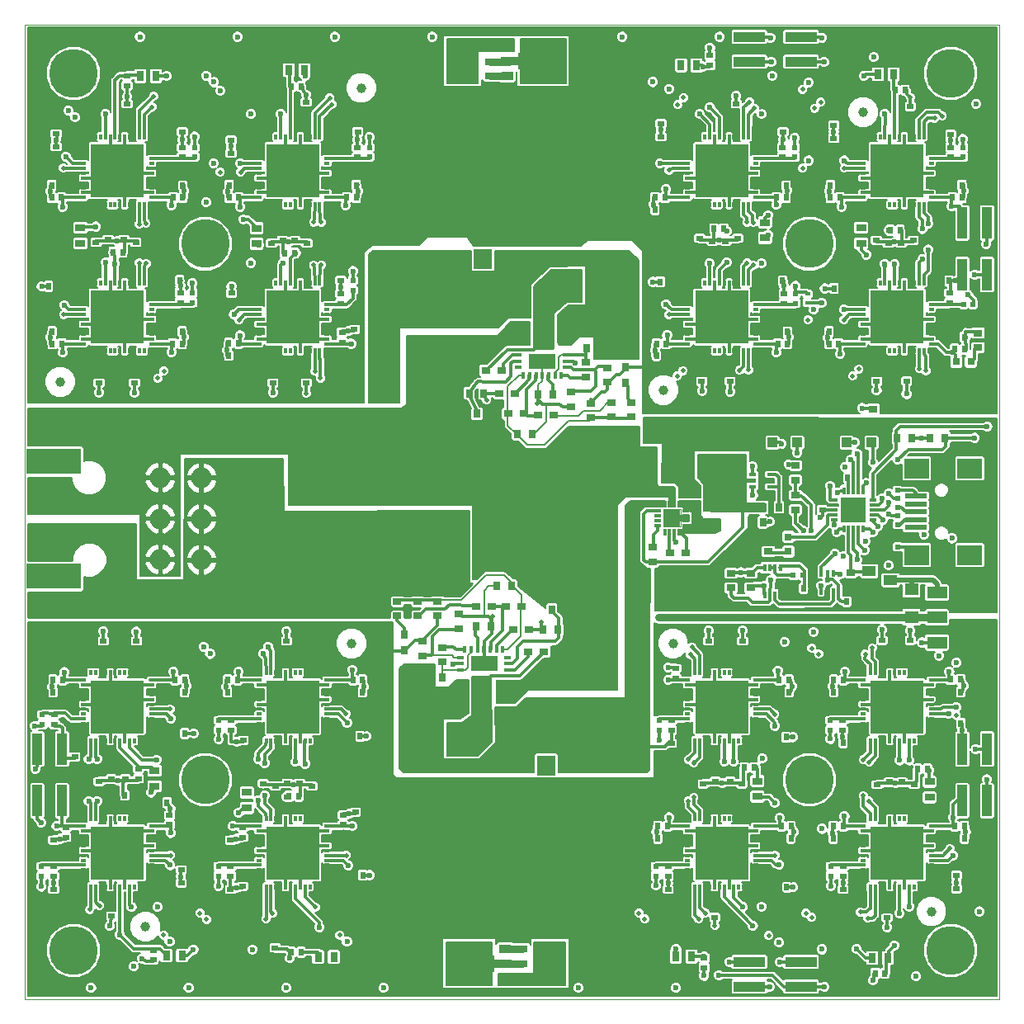
<source format=gtl>
G04 (created by PCBNEW (2013-mar-13)-testing) date Wed 17 Jul 2013 10:25:49 PM ICT*
%MOIN*%
G04 Gerber Fmt 3.4, Leading zero omitted, Abs format*
%FSLAX34Y34*%
G01*
G70*
G90*
G04 APERTURE LIST*
%ADD10C,0.00393701*%
%ADD11R,0.220472X0.104331*%
%ADD12R,0.275591X0.0551181*%
%ADD13C,0.19685*%
%ADD14R,0.0255906X0.0334646*%
%ADD15R,0.0708X0.0629*%
%ADD16R,0.0885X0.0196*%
%ADD17R,0.0984X0.0787*%
%ADD18R,0.0259843X0.011811*%
%ADD19R,0.0393701X0.0393701*%
%ADD20R,0.0787402X0.05*%
%ADD21R,0.0236X0.0157*%
%ADD22C,0.0393701*%
%ADD23R,0.125984X0.0393701*%
%ADD24R,0.0393701X0.125984*%
%ADD25R,0.0196X0.0118*%
%ADD26R,0.0118X0.0196*%
%ADD27R,0.212598X0.212598*%
%ADD28R,0.0118X0.0295*%
%ADD29R,0.0295X0.0118*%
%ADD30R,0.0708661X0.0708661*%
%ADD31R,0.0393701X0.0314961*%
%ADD32R,0.0118X0.0275*%
%ADD33R,0.0275X0.0118*%
%ADD34R,0.0177165X0.0980315*%
%ADD35R,0.0838583X0.11378*%
%ADD36R,0.0401575X0.0980315*%
%ADD37R,0.105906X0.0610236*%
%ADD38R,0.023622X0.0169291*%
%ADD39R,0.0169291X0.0275591*%
%ADD40R,0.011811X0.0259843*%
%ADD41O,0.0826X0.0826*%
%ADD42R,0.019685X0.019685*%
%ADD43R,0.0511811X0.0354331*%
%ADD44R,0.0748031X0.0354331*%
%ADD45R,0.106299X0.0669291*%
%ADD46R,0.015748X0.0295276*%
%ADD47R,0.011811X0.0295276*%
%ADD48R,0.0551181X0.0393701*%
%ADD49R,0.0314961X0.0314961*%
%ADD50R,0.0551181X0.0511811*%
%ADD51R,0.0748031X0.0787402*%
%ADD52R,0.110236X0.122047*%
%ADD53R,0.0629921X0.0314961*%
%ADD54R,0.0314961X0.0393701*%
%ADD55R,0.0984252X0.15748*%
%ADD56R,0.0314961X0.0354331*%
%ADD57R,0.0354331X0.0314961*%
%ADD58R,0.0354331X0.0275591*%
%ADD59R,0.0275591X0.0354331*%
%ADD60R,0.0275591X0.019685*%
%ADD61R,0.019685X0.0275591*%
%ADD62R,0.023622X0.019685*%
%ADD63R,0.019685X0.023622*%
%ADD64R,0.0984252X0.0984252*%
%ADD65R,0.011811X0.0314961*%
%ADD66R,0.0314961X0.011811*%
%ADD67R,0.0315X0.011811*%
%ADD68C,0.023622*%
%ADD69C,0.019685*%
%ADD70C,0.011811*%
%ADD71C,0.0314961*%
%ADD72C,0.00787402*%
%ADD73C,0.0118*%
%ADD74C,0.019685*%
%ADD75C,0.01*%
G04 APERTURE END LIST*
G54D10*
X38779Y-61023D02*
X78149Y-61023D01*
X78149Y-61023D02*
X78149Y-21653D01*
X78149Y-21653D02*
X38779Y-21653D01*
X38779Y-21653D02*
X38779Y-61023D01*
X65273Y-41231D02*
X64565Y-41231D01*
X64565Y-41231D02*
X64565Y-41939D01*
X64565Y-41939D02*
X65273Y-41939D01*
X65273Y-41939D02*
X65273Y-41231D01*
G54D11*
X39940Y-43937D03*
X39940Y-39311D03*
G54D12*
X41870Y-41131D03*
X41870Y-42116D03*
G54D13*
X46062Y-30511D03*
G54D14*
X69242Y-41151D03*
X68592Y-41151D03*
X69242Y-41761D03*
X68592Y-41761D03*
G54D15*
X56279Y-29960D03*
X56279Y-31062D03*
X55413Y-29960D03*
X55413Y-31062D03*
X61850Y-29980D03*
X61850Y-31082D03*
X62775Y-29980D03*
X62775Y-31082D03*
X60885Y-52607D03*
X60885Y-51505D03*
X61712Y-52587D03*
X61712Y-51485D03*
X55275Y-52657D03*
X55275Y-51555D03*
X54429Y-52657D03*
X54429Y-51555D03*
G54D16*
X74763Y-41338D03*
X74763Y-41652D03*
X74763Y-41967D03*
X74763Y-41024D03*
X74763Y-40709D03*
G54D17*
X74803Y-43089D03*
X74803Y-39587D03*
X76948Y-43089D03*
X76948Y-39587D03*
G54D18*
X68905Y-40334D03*
X68181Y-40078D03*
X68905Y-39822D03*
X68905Y-40078D03*
X68181Y-39822D03*
X68181Y-40334D03*
G54D19*
X71976Y-38543D03*
X70976Y-38543D03*
X69976Y-38543D03*
X72976Y-38543D03*
X68976Y-38543D03*
G54D20*
X75629Y-45610D03*
X75629Y-46614D03*
X75629Y-44606D03*
G54D21*
X70403Y-32539D03*
X70403Y-32893D03*
G54D22*
X72637Y-25196D03*
X75393Y-57480D03*
X43651Y-58100D03*
X52362Y-24212D03*
X40206Y-36082D03*
X64566Y-36417D03*
X51968Y-46653D03*
X64960Y-46653D03*
G54D23*
X68051Y-23159D03*
X68051Y-22155D03*
X70137Y-22155D03*
X70137Y-23159D03*
G54D24*
X76643Y-29665D03*
X77647Y-29665D03*
X77647Y-31751D03*
X76643Y-31751D03*
X76643Y-50925D03*
X77647Y-50925D03*
X77647Y-53011D03*
X76643Y-53011D03*
G54D23*
X70137Y-59517D03*
X70137Y-60521D03*
X68051Y-60521D03*
X68051Y-59517D03*
G54D25*
X43896Y-26477D03*
X43896Y-26674D03*
X43896Y-26871D03*
X43896Y-27067D03*
X43896Y-27264D03*
X43896Y-27461D03*
X43896Y-27657D03*
X43896Y-27854D03*
X43896Y-28051D03*
X43896Y-28247D03*
X43896Y-28444D03*
X43896Y-28641D03*
G54D26*
X43601Y-28936D03*
X43404Y-28936D03*
X43207Y-28936D03*
X43011Y-28936D03*
X42814Y-28936D03*
X42617Y-28936D03*
X42421Y-28936D03*
X42224Y-28936D03*
X42027Y-28936D03*
X41831Y-28936D03*
X41634Y-28936D03*
X41437Y-28936D03*
G54D25*
X41142Y-28641D03*
X41142Y-28444D03*
X41142Y-28247D03*
X41142Y-28051D03*
X41142Y-27854D03*
X41142Y-27657D03*
X41142Y-27461D03*
X41142Y-27264D03*
X41142Y-27067D03*
X41142Y-26871D03*
X41142Y-26674D03*
X41142Y-26477D03*
G54D26*
X41437Y-26182D03*
X41634Y-26182D03*
X41831Y-26182D03*
X42027Y-26182D03*
X42224Y-26182D03*
X42421Y-26182D03*
X42617Y-26182D03*
X42814Y-26182D03*
X43011Y-26182D03*
X43207Y-26182D03*
X43404Y-26182D03*
X43601Y-26182D03*
G54D27*
X42519Y-27559D03*
G54D25*
X43896Y-32382D03*
X43896Y-32579D03*
X43896Y-32776D03*
X43896Y-32972D03*
X43896Y-33169D03*
X43896Y-33366D03*
X43896Y-33562D03*
X43896Y-33759D03*
X43896Y-33956D03*
X43896Y-34152D03*
X43896Y-34349D03*
X43896Y-34546D03*
G54D26*
X43601Y-34841D03*
X43404Y-34841D03*
X43207Y-34841D03*
X43011Y-34841D03*
X42814Y-34841D03*
X42617Y-34841D03*
X42421Y-34841D03*
X42224Y-34841D03*
X42027Y-34841D03*
X41831Y-34841D03*
X41634Y-34841D03*
X41437Y-34841D03*
G54D25*
X41142Y-34546D03*
X41142Y-34349D03*
X41142Y-34152D03*
X41142Y-33956D03*
X41142Y-33759D03*
X41142Y-33562D03*
X41142Y-33366D03*
X41142Y-33169D03*
X41142Y-32972D03*
X41142Y-32776D03*
X41142Y-32579D03*
X41142Y-32382D03*
G54D26*
X41437Y-32087D03*
X41634Y-32087D03*
X41831Y-32087D03*
X42027Y-32087D03*
X42224Y-32087D03*
X42421Y-32087D03*
X42617Y-32087D03*
X42814Y-32087D03*
X43011Y-32087D03*
X43207Y-32087D03*
X43404Y-32087D03*
X43601Y-32087D03*
G54D27*
X42519Y-33464D03*
G54D25*
X50983Y-32382D03*
X50983Y-32579D03*
X50983Y-32776D03*
X50983Y-32972D03*
X50983Y-33169D03*
X50983Y-33366D03*
X50983Y-33562D03*
X50983Y-33759D03*
X50983Y-33956D03*
X50983Y-34152D03*
X50983Y-34349D03*
X50983Y-34546D03*
G54D26*
X50688Y-34841D03*
X50491Y-34841D03*
X50294Y-34841D03*
X50098Y-34841D03*
X49901Y-34841D03*
X49704Y-34841D03*
X49508Y-34841D03*
X49311Y-34841D03*
X49114Y-34841D03*
X48918Y-34841D03*
X48721Y-34841D03*
X48524Y-34841D03*
G54D25*
X48229Y-34546D03*
X48229Y-34349D03*
X48229Y-34152D03*
X48229Y-33956D03*
X48229Y-33759D03*
X48229Y-33562D03*
X48229Y-33366D03*
X48229Y-33169D03*
X48229Y-32972D03*
X48229Y-32776D03*
X48229Y-32579D03*
X48229Y-32382D03*
G54D26*
X48524Y-32087D03*
X48721Y-32087D03*
X48918Y-32087D03*
X49114Y-32087D03*
X49311Y-32087D03*
X49508Y-32087D03*
X49704Y-32087D03*
X49901Y-32087D03*
X50098Y-32087D03*
X50294Y-32087D03*
X50491Y-32087D03*
X50688Y-32087D03*
G54D27*
X49606Y-33464D03*
G54D25*
X50983Y-26477D03*
X50983Y-26674D03*
X50983Y-26871D03*
X50983Y-27067D03*
X50983Y-27264D03*
X50983Y-27461D03*
X50983Y-27657D03*
X50983Y-27854D03*
X50983Y-28051D03*
X50983Y-28247D03*
X50983Y-28444D03*
X50983Y-28641D03*
G54D26*
X50688Y-28936D03*
X50491Y-28936D03*
X50294Y-28936D03*
X50098Y-28936D03*
X49901Y-28936D03*
X49704Y-28936D03*
X49508Y-28936D03*
X49311Y-28936D03*
X49114Y-28936D03*
X48918Y-28936D03*
X48721Y-28936D03*
X48524Y-28936D03*
G54D25*
X48229Y-28641D03*
X48229Y-28444D03*
X48229Y-28247D03*
X48229Y-28051D03*
X48229Y-27854D03*
X48229Y-27657D03*
X48229Y-27461D03*
X48229Y-27264D03*
X48229Y-27067D03*
X48229Y-26871D03*
X48229Y-26674D03*
X48229Y-26477D03*
G54D26*
X48524Y-26182D03*
X48721Y-26182D03*
X48918Y-26182D03*
X49114Y-26182D03*
X49311Y-26182D03*
X49508Y-26182D03*
X49704Y-26182D03*
X49901Y-26182D03*
X50098Y-26182D03*
X50294Y-26182D03*
X50491Y-26182D03*
X50688Y-26182D03*
G54D27*
X49606Y-27559D03*
G54D25*
X41142Y-50294D03*
X41142Y-50097D03*
X41142Y-49900D03*
X41142Y-49704D03*
X41142Y-49507D03*
X41142Y-49310D03*
X41142Y-49114D03*
X41142Y-48917D03*
X41142Y-48720D03*
X41142Y-48524D03*
X41142Y-48327D03*
X41142Y-48130D03*
G54D26*
X41437Y-47835D03*
X41634Y-47835D03*
X41831Y-47835D03*
X42027Y-47835D03*
X42224Y-47835D03*
X42421Y-47835D03*
X42617Y-47835D03*
X42814Y-47835D03*
X43011Y-47835D03*
X43207Y-47835D03*
X43404Y-47835D03*
X43601Y-47835D03*
G54D25*
X43896Y-48130D03*
X43896Y-48327D03*
X43896Y-48524D03*
X43896Y-48720D03*
X43896Y-48917D03*
X43896Y-49114D03*
X43896Y-49310D03*
X43896Y-49507D03*
X43896Y-49704D03*
X43896Y-49900D03*
X43896Y-50097D03*
X43896Y-50294D03*
G54D26*
X43601Y-50589D03*
X43404Y-50589D03*
X43207Y-50589D03*
X43011Y-50589D03*
X42814Y-50589D03*
X42617Y-50589D03*
X42421Y-50589D03*
X42224Y-50589D03*
X42027Y-50589D03*
X41831Y-50589D03*
X41634Y-50589D03*
X41437Y-50589D03*
G54D27*
X42519Y-49212D03*
G54D25*
X41142Y-56200D03*
X41142Y-56003D03*
X41142Y-55806D03*
X41142Y-55610D03*
X41142Y-55413D03*
X41142Y-55216D03*
X41142Y-55020D03*
X41142Y-54823D03*
X41142Y-54626D03*
X41142Y-54430D03*
X41142Y-54233D03*
X41142Y-54036D03*
G54D26*
X41437Y-53741D03*
X41634Y-53741D03*
X41831Y-53741D03*
X42027Y-53741D03*
X42224Y-53741D03*
X42421Y-53741D03*
X42617Y-53741D03*
X42814Y-53741D03*
X43011Y-53741D03*
X43207Y-53741D03*
X43404Y-53741D03*
X43601Y-53741D03*
G54D25*
X43896Y-54036D03*
X43896Y-54233D03*
X43896Y-54430D03*
X43896Y-54626D03*
X43896Y-54823D03*
X43896Y-55020D03*
X43896Y-55216D03*
X43896Y-55413D03*
X43896Y-55610D03*
X43896Y-55806D03*
X43896Y-56003D03*
X43896Y-56200D03*
G54D26*
X43601Y-56495D03*
X43404Y-56495D03*
X43207Y-56495D03*
X43011Y-56495D03*
X42814Y-56495D03*
X42617Y-56495D03*
X42421Y-56495D03*
X42224Y-56495D03*
X42027Y-56495D03*
X41831Y-56495D03*
X41634Y-56495D03*
X41437Y-56495D03*
G54D27*
X42519Y-55118D03*
G54D25*
X48229Y-56200D03*
X48229Y-56003D03*
X48229Y-55806D03*
X48229Y-55610D03*
X48229Y-55413D03*
X48229Y-55216D03*
X48229Y-55020D03*
X48229Y-54823D03*
X48229Y-54626D03*
X48229Y-54430D03*
X48229Y-54233D03*
X48229Y-54036D03*
G54D26*
X48524Y-53741D03*
X48721Y-53741D03*
X48918Y-53741D03*
X49114Y-53741D03*
X49311Y-53741D03*
X49508Y-53741D03*
X49704Y-53741D03*
X49901Y-53741D03*
X50098Y-53741D03*
X50294Y-53741D03*
X50491Y-53741D03*
X50688Y-53741D03*
G54D25*
X50983Y-54036D03*
X50983Y-54233D03*
X50983Y-54430D03*
X50983Y-54626D03*
X50983Y-54823D03*
X50983Y-55020D03*
X50983Y-55216D03*
X50983Y-55413D03*
X50983Y-55610D03*
X50983Y-55806D03*
X50983Y-56003D03*
X50983Y-56200D03*
G54D26*
X50688Y-56495D03*
X50491Y-56495D03*
X50294Y-56495D03*
X50098Y-56495D03*
X49901Y-56495D03*
X49704Y-56495D03*
X49508Y-56495D03*
X49311Y-56495D03*
X49114Y-56495D03*
X48918Y-56495D03*
X48721Y-56495D03*
X48524Y-56495D03*
G54D27*
X49606Y-55118D03*
G54D25*
X48229Y-50294D03*
X48229Y-50097D03*
X48229Y-49900D03*
X48229Y-49704D03*
X48229Y-49507D03*
X48229Y-49310D03*
X48229Y-49114D03*
X48229Y-48917D03*
X48229Y-48720D03*
X48229Y-48524D03*
X48229Y-48327D03*
X48229Y-48130D03*
G54D26*
X48524Y-47835D03*
X48721Y-47835D03*
X48918Y-47835D03*
X49114Y-47835D03*
X49311Y-47835D03*
X49508Y-47835D03*
X49704Y-47835D03*
X49901Y-47835D03*
X50098Y-47835D03*
X50294Y-47835D03*
X50491Y-47835D03*
X50688Y-47835D03*
G54D25*
X50983Y-48130D03*
X50983Y-48327D03*
X50983Y-48524D03*
X50983Y-48720D03*
X50983Y-48917D03*
X50983Y-49114D03*
X50983Y-49310D03*
X50983Y-49507D03*
X50983Y-49704D03*
X50983Y-49900D03*
X50983Y-50097D03*
X50983Y-50294D03*
G54D26*
X50688Y-50589D03*
X50491Y-50589D03*
X50294Y-50589D03*
X50098Y-50589D03*
X49901Y-50589D03*
X49704Y-50589D03*
X49508Y-50589D03*
X49311Y-50589D03*
X49114Y-50589D03*
X48918Y-50589D03*
X48721Y-50589D03*
X48524Y-50589D03*
G54D27*
X49606Y-49212D03*
G54D25*
X65552Y-50294D03*
X65552Y-50097D03*
X65552Y-49900D03*
X65552Y-49704D03*
X65552Y-49507D03*
X65552Y-49310D03*
X65552Y-49114D03*
X65552Y-48917D03*
X65552Y-48720D03*
X65552Y-48524D03*
X65552Y-48327D03*
X65552Y-48130D03*
G54D26*
X65847Y-47835D03*
X66044Y-47835D03*
X66241Y-47835D03*
X66437Y-47835D03*
X66634Y-47835D03*
X66831Y-47835D03*
X67027Y-47835D03*
X67224Y-47835D03*
X67421Y-47835D03*
X67617Y-47835D03*
X67814Y-47835D03*
X68011Y-47835D03*
G54D25*
X68306Y-48130D03*
X68306Y-48327D03*
X68306Y-48524D03*
X68306Y-48720D03*
X68306Y-48917D03*
X68306Y-49114D03*
X68306Y-49310D03*
X68306Y-49507D03*
X68306Y-49704D03*
X68306Y-49900D03*
X68306Y-50097D03*
X68306Y-50294D03*
G54D26*
X68011Y-50589D03*
X67814Y-50589D03*
X67617Y-50589D03*
X67421Y-50589D03*
X67224Y-50589D03*
X67027Y-50589D03*
X66831Y-50589D03*
X66634Y-50589D03*
X66437Y-50589D03*
X66241Y-50589D03*
X66044Y-50589D03*
X65847Y-50589D03*
G54D27*
X66929Y-49212D03*
G54D25*
X65552Y-56200D03*
X65552Y-56003D03*
X65552Y-55806D03*
X65552Y-55610D03*
X65552Y-55413D03*
X65552Y-55216D03*
X65552Y-55020D03*
X65552Y-54823D03*
X65552Y-54626D03*
X65552Y-54430D03*
X65552Y-54233D03*
X65552Y-54036D03*
G54D26*
X65847Y-53741D03*
X66044Y-53741D03*
X66241Y-53741D03*
X66437Y-53741D03*
X66634Y-53741D03*
X66831Y-53741D03*
X67027Y-53741D03*
X67224Y-53741D03*
X67421Y-53741D03*
X67617Y-53741D03*
X67814Y-53741D03*
X68011Y-53741D03*
G54D25*
X68306Y-54036D03*
X68306Y-54233D03*
X68306Y-54430D03*
X68306Y-54626D03*
X68306Y-54823D03*
X68306Y-55020D03*
X68306Y-55216D03*
X68306Y-55413D03*
X68306Y-55610D03*
X68306Y-55806D03*
X68306Y-56003D03*
X68306Y-56200D03*
G54D26*
X68011Y-56495D03*
X67814Y-56495D03*
X67617Y-56495D03*
X67421Y-56495D03*
X67224Y-56495D03*
X67027Y-56495D03*
X66831Y-56495D03*
X66634Y-56495D03*
X66437Y-56495D03*
X66241Y-56495D03*
X66044Y-56495D03*
X65847Y-56495D03*
G54D27*
X66929Y-55118D03*
G54D25*
X72638Y-56200D03*
X72638Y-56003D03*
X72638Y-55806D03*
X72638Y-55610D03*
X72638Y-55413D03*
X72638Y-55216D03*
X72638Y-55020D03*
X72638Y-54823D03*
X72638Y-54626D03*
X72638Y-54430D03*
X72638Y-54233D03*
X72638Y-54036D03*
G54D26*
X72933Y-53741D03*
X73130Y-53741D03*
X73327Y-53741D03*
X73523Y-53741D03*
X73720Y-53741D03*
X73917Y-53741D03*
X74113Y-53741D03*
X74310Y-53741D03*
X74507Y-53741D03*
X74703Y-53741D03*
X74900Y-53741D03*
X75097Y-53741D03*
G54D25*
X75392Y-54036D03*
X75392Y-54233D03*
X75392Y-54430D03*
X75392Y-54626D03*
X75392Y-54823D03*
X75392Y-55020D03*
X75392Y-55216D03*
X75392Y-55413D03*
X75392Y-55610D03*
X75392Y-55806D03*
X75392Y-56003D03*
X75392Y-56200D03*
G54D26*
X75097Y-56495D03*
X74900Y-56495D03*
X74703Y-56495D03*
X74507Y-56495D03*
X74310Y-56495D03*
X74113Y-56495D03*
X73917Y-56495D03*
X73720Y-56495D03*
X73523Y-56495D03*
X73327Y-56495D03*
X73130Y-56495D03*
X72933Y-56495D03*
G54D27*
X74015Y-55118D03*
G54D25*
X72638Y-50294D03*
X72638Y-50097D03*
X72638Y-49900D03*
X72638Y-49704D03*
X72638Y-49507D03*
X72638Y-49310D03*
X72638Y-49114D03*
X72638Y-48917D03*
X72638Y-48720D03*
X72638Y-48524D03*
X72638Y-48327D03*
X72638Y-48130D03*
G54D26*
X72933Y-47835D03*
X73130Y-47835D03*
X73327Y-47835D03*
X73523Y-47835D03*
X73720Y-47835D03*
X73917Y-47835D03*
X74113Y-47835D03*
X74310Y-47835D03*
X74507Y-47835D03*
X74703Y-47835D03*
X74900Y-47835D03*
X75097Y-47835D03*
G54D25*
X75392Y-48130D03*
X75392Y-48327D03*
X75392Y-48524D03*
X75392Y-48720D03*
X75392Y-48917D03*
X75392Y-49114D03*
X75392Y-49310D03*
X75392Y-49507D03*
X75392Y-49704D03*
X75392Y-49900D03*
X75392Y-50097D03*
X75392Y-50294D03*
G54D26*
X75097Y-50589D03*
X74900Y-50589D03*
X74703Y-50589D03*
X74507Y-50589D03*
X74310Y-50589D03*
X74113Y-50589D03*
X73917Y-50589D03*
X73720Y-50589D03*
X73523Y-50589D03*
X73327Y-50589D03*
X73130Y-50589D03*
X72933Y-50589D03*
G54D27*
X74015Y-49212D03*
G54D25*
X75392Y-32382D03*
X75392Y-32579D03*
X75392Y-32776D03*
X75392Y-32972D03*
X75392Y-33169D03*
X75392Y-33366D03*
X75392Y-33562D03*
X75392Y-33759D03*
X75392Y-33956D03*
X75392Y-34152D03*
X75392Y-34349D03*
X75392Y-34546D03*
G54D26*
X75097Y-34841D03*
X74900Y-34841D03*
X74703Y-34841D03*
X74507Y-34841D03*
X74310Y-34841D03*
X74113Y-34841D03*
X73917Y-34841D03*
X73720Y-34841D03*
X73523Y-34841D03*
X73327Y-34841D03*
X73130Y-34841D03*
X72933Y-34841D03*
G54D25*
X72638Y-34546D03*
X72638Y-34349D03*
X72638Y-34152D03*
X72638Y-33956D03*
X72638Y-33759D03*
X72638Y-33562D03*
X72638Y-33366D03*
X72638Y-33169D03*
X72638Y-32972D03*
X72638Y-32776D03*
X72638Y-32579D03*
X72638Y-32382D03*
G54D26*
X72933Y-32087D03*
X73130Y-32087D03*
X73327Y-32087D03*
X73523Y-32087D03*
X73720Y-32087D03*
X73917Y-32087D03*
X74113Y-32087D03*
X74310Y-32087D03*
X74507Y-32087D03*
X74703Y-32087D03*
X74900Y-32087D03*
X75097Y-32087D03*
G54D27*
X74015Y-33464D03*
G54D25*
X75392Y-26477D03*
X75392Y-26674D03*
X75392Y-26871D03*
X75392Y-27067D03*
X75392Y-27264D03*
X75392Y-27461D03*
X75392Y-27657D03*
X75392Y-27854D03*
X75392Y-28051D03*
X75392Y-28247D03*
X75392Y-28444D03*
X75392Y-28641D03*
G54D26*
X75097Y-28936D03*
X74900Y-28936D03*
X74703Y-28936D03*
X74507Y-28936D03*
X74310Y-28936D03*
X74113Y-28936D03*
X73917Y-28936D03*
X73720Y-28936D03*
X73523Y-28936D03*
X73327Y-28936D03*
X73130Y-28936D03*
X72933Y-28936D03*
G54D25*
X72638Y-28641D03*
X72638Y-28444D03*
X72638Y-28247D03*
X72638Y-28051D03*
X72638Y-27854D03*
X72638Y-27657D03*
X72638Y-27461D03*
X72638Y-27264D03*
X72638Y-27067D03*
X72638Y-26871D03*
X72638Y-26674D03*
X72638Y-26477D03*
G54D26*
X72933Y-26182D03*
X73130Y-26182D03*
X73327Y-26182D03*
X73523Y-26182D03*
X73720Y-26182D03*
X73917Y-26182D03*
X74113Y-26182D03*
X74310Y-26182D03*
X74507Y-26182D03*
X74703Y-26182D03*
X74900Y-26182D03*
X75097Y-26182D03*
G54D27*
X74015Y-27559D03*
G54D25*
X68306Y-26477D03*
X68306Y-26674D03*
X68306Y-26871D03*
X68306Y-27067D03*
X68306Y-27264D03*
X68306Y-27461D03*
X68306Y-27657D03*
X68306Y-27854D03*
X68306Y-28051D03*
X68306Y-28247D03*
X68306Y-28444D03*
X68306Y-28641D03*
G54D26*
X68011Y-28936D03*
X67814Y-28936D03*
X67617Y-28936D03*
X67421Y-28936D03*
X67224Y-28936D03*
X67027Y-28936D03*
X66831Y-28936D03*
X66634Y-28936D03*
X66437Y-28936D03*
X66241Y-28936D03*
X66044Y-28936D03*
X65847Y-28936D03*
G54D25*
X65552Y-28641D03*
X65552Y-28444D03*
X65552Y-28247D03*
X65552Y-28051D03*
X65552Y-27854D03*
X65552Y-27657D03*
X65552Y-27461D03*
X65552Y-27264D03*
X65552Y-27067D03*
X65552Y-26871D03*
X65552Y-26674D03*
X65552Y-26477D03*
G54D26*
X65847Y-26182D03*
X66044Y-26182D03*
X66241Y-26182D03*
X66437Y-26182D03*
X66634Y-26182D03*
X66831Y-26182D03*
X67027Y-26182D03*
X67224Y-26182D03*
X67421Y-26182D03*
X67617Y-26182D03*
X67814Y-26182D03*
X68011Y-26182D03*
G54D27*
X66929Y-27559D03*
G54D25*
X68306Y-32382D03*
X68306Y-32579D03*
X68306Y-32776D03*
X68306Y-32972D03*
X68306Y-33169D03*
X68306Y-33366D03*
X68306Y-33562D03*
X68306Y-33759D03*
X68306Y-33956D03*
X68306Y-34152D03*
X68306Y-34349D03*
X68306Y-34546D03*
G54D26*
X68011Y-34841D03*
X67814Y-34841D03*
X67617Y-34841D03*
X67421Y-34841D03*
X67224Y-34841D03*
X67027Y-34841D03*
X66831Y-34841D03*
X66634Y-34841D03*
X66437Y-34841D03*
X66241Y-34841D03*
X66044Y-34841D03*
X65847Y-34841D03*
G54D25*
X65552Y-34546D03*
X65552Y-34349D03*
X65552Y-34152D03*
X65552Y-33956D03*
X65552Y-33759D03*
X65552Y-33562D03*
X65552Y-33366D03*
X65552Y-33169D03*
X65552Y-32972D03*
X65552Y-32776D03*
X65552Y-32579D03*
X65552Y-32382D03*
G54D26*
X65847Y-32087D03*
X66044Y-32087D03*
X66241Y-32087D03*
X66437Y-32087D03*
X66634Y-32087D03*
X66831Y-32087D03*
X67027Y-32087D03*
X67224Y-32087D03*
X67421Y-32087D03*
X67617Y-32087D03*
X67814Y-32087D03*
X68011Y-32087D03*
G54D27*
X66929Y-33464D03*
G54D28*
X65214Y-41015D03*
X65017Y-41015D03*
X64821Y-41015D03*
X64624Y-41015D03*
G54D29*
X64349Y-41290D03*
X64349Y-41487D03*
X64349Y-41683D03*
X64349Y-41880D03*
G54D28*
X64624Y-42155D03*
X64821Y-42155D03*
X65017Y-42155D03*
X65214Y-42155D03*
G54D29*
X65489Y-41880D03*
X65489Y-41683D03*
X65489Y-41487D03*
X65489Y-41290D03*
G54D30*
X64919Y-41585D03*
G54D31*
X65441Y-41585D03*
G54D32*
X58917Y-35816D03*
X59173Y-35816D03*
X59429Y-35816D03*
X59685Y-35816D03*
X59940Y-35816D03*
X60196Y-35816D03*
X60452Y-35816D03*
G54D33*
X60649Y-35501D03*
X60649Y-35245D03*
X60649Y-34989D03*
X58721Y-35501D03*
X58721Y-35245D03*
X58721Y-34989D03*
G54D34*
X60472Y-34123D03*
G54D35*
X59773Y-34192D03*
G54D36*
X59005Y-34123D03*
G54D37*
X59665Y-35245D03*
G54D38*
X58700Y-33710D03*
X58700Y-34123D03*
X58700Y-34536D03*
X60669Y-33710D03*
X60669Y-34123D03*
X60659Y-34536D03*
G54D39*
X59773Y-33483D03*
X59438Y-33483D03*
X60108Y-33483D03*
G54D32*
X58089Y-46902D03*
X57833Y-46902D03*
X57577Y-46902D03*
X57322Y-46902D03*
X57066Y-46902D03*
X56810Y-46902D03*
X56554Y-46902D03*
G54D33*
X56358Y-47218D03*
X56358Y-47474D03*
X56358Y-47730D03*
X58286Y-47218D03*
X58286Y-47474D03*
X58286Y-47730D03*
G54D34*
X56534Y-48595D03*
G54D35*
X57233Y-48526D03*
G54D36*
X58001Y-48595D03*
G54D37*
X57341Y-47473D03*
G54D38*
X58306Y-49008D03*
X58306Y-48595D03*
X58306Y-48182D03*
X56337Y-49008D03*
X56337Y-48595D03*
X56347Y-48182D03*
G54D39*
X57233Y-49235D03*
X57568Y-49235D03*
X56898Y-49235D03*
G54D24*
X40285Y-53011D03*
X39281Y-53011D03*
X39281Y-50925D03*
X40285Y-50925D03*
G54D13*
X40748Y-23622D03*
X40748Y-59055D03*
X46062Y-52165D03*
X70472Y-52165D03*
X76181Y-59055D03*
X76181Y-23622D03*
X70472Y-30511D03*
G54D40*
X70944Y-44545D03*
X71200Y-43820D03*
X71456Y-44545D03*
X71200Y-44545D03*
X71456Y-43820D03*
X70944Y-43820D03*
G54D41*
X44252Y-43267D03*
X44252Y-41614D03*
X44252Y-39961D03*
X45904Y-39961D03*
X45904Y-41614D03*
X45904Y-43267D03*
G54D42*
X74025Y-41496D03*
X74025Y-41850D03*
X74025Y-40807D03*
X74025Y-41161D03*
X74035Y-42401D03*
X74035Y-42755D03*
X74025Y-40118D03*
X74025Y-40472D03*
G54D43*
X58263Y-22542D03*
G54D44*
X58361Y-23133D03*
G54D43*
X58263Y-23724D03*
G54D45*
X59248Y-23133D03*
G54D43*
X58188Y-60177D03*
G54D44*
X58090Y-59586D03*
G54D43*
X58188Y-58995D03*
G54D45*
X57204Y-59586D03*
G54D46*
X69291Y-44685D03*
X68661Y-44685D03*
G54D47*
X68877Y-44685D03*
X69074Y-44685D03*
X69074Y-43602D03*
X68877Y-43602D03*
G54D46*
X68661Y-43602D03*
X69291Y-43602D03*
G54D48*
X72883Y-43740D03*
X72883Y-44488D03*
X73750Y-44104D03*
G54D49*
X69616Y-42352D03*
X69616Y-42942D03*
X76407Y-35275D03*
X76998Y-35275D03*
G54D50*
X74596Y-45600D03*
X74596Y-44458D03*
G54D51*
X57290Y-31123D03*
G54D52*
X60696Y-32205D03*
X60696Y-30040D03*
G54D51*
X59838Y-51588D03*
G54D52*
X56432Y-50505D03*
X56432Y-52670D03*
G54D53*
X66525Y-41840D03*
X66525Y-41131D03*
G54D54*
X44074Y-23740D03*
X43444Y-23740D03*
X50068Y-23494D03*
X49438Y-23494D03*
G54D31*
X48139Y-29881D03*
X48139Y-30511D03*
X41023Y-29862D03*
X41023Y-30492D03*
X44015Y-52431D03*
X44015Y-51801D03*
X47746Y-53307D03*
X47746Y-52677D03*
G54D54*
X45127Y-59261D03*
X44498Y-59261D03*
X51259Y-59320D03*
X50629Y-59320D03*
X65078Y-59301D03*
X65708Y-59301D03*
X73011Y-59360D03*
X73641Y-59360D03*
G54D31*
X68366Y-52844D03*
X68366Y-52214D03*
X75324Y-52874D03*
X75324Y-52244D03*
X68681Y-29645D03*
X68681Y-30275D03*
X72559Y-29862D03*
X72559Y-30492D03*
G54D54*
X65285Y-23307D03*
X65915Y-23307D03*
X73238Y-23661D03*
X73868Y-23661D03*
G54D55*
X50515Y-43141D03*
X50515Y-39992D03*
X54736Y-43141D03*
X54736Y-39992D03*
G54D56*
X59409Y-49015D03*
X59409Y-48385D03*
X57559Y-34370D03*
X57559Y-33740D03*
G54D57*
X53740Y-35984D03*
X54370Y-35984D03*
X57539Y-23716D03*
X56909Y-23716D03*
X57539Y-23157D03*
X56909Y-23157D03*
X58897Y-58996D03*
X59527Y-58996D03*
X58897Y-59586D03*
X59527Y-59586D03*
X66122Y-39173D03*
X65492Y-39173D03*
X66122Y-39783D03*
X65492Y-39783D03*
X64842Y-43011D03*
X65472Y-43011D03*
X58204Y-45159D03*
X58833Y-45159D03*
X57644Y-45151D03*
X57015Y-45151D03*
G54D56*
X54114Y-46929D03*
X54114Y-46299D03*
X62500Y-52293D03*
X62500Y-51663D03*
G54D57*
X59118Y-46985D03*
X59747Y-46985D03*
X62559Y-46732D03*
X63188Y-46732D03*
X58507Y-46103D03*
X59136Y-46103D03*
G54D56*
X55645Y-48017D03*
X55645Y-48646D03*
G54D57*
X58936Y-37375D03*
X58307Y-37375D03*
X59511Y-37422D03*
X60140Y-37422D03*
G54D56*
X63031Y-35511D03*
X63031Y-36141D03*
X54606Y-30354D03*
X54606Y-30984D03*
G54D57*
X58038Y-35635D03*
X57409Y-35635D03*
X58573Y-36548D03*
X57944Y-36548D03*
G54D56*
X61464Y-34713D03*
X61464Y-34084D03*
G54D19*
X63996Y-39881D03*
X64822Y-39881D03*
X63996Y-39074D03*
X64822Y-39074D03*
X60157Y-48287D03*
X60157Y-49114D03*
X60984Y-48287D03*
X60984Y-49114D03*
X61811Y-48287D03*
X61811Y-49114D03*
X62460Y-48267D03*
X63287Y-48267D03*
X62460Y-47440D03*
X63287Y-47440D03*
X56850Y-34468D03*
X56850Y-33641D03*
X56023Y-34468D03*
X56023Y-33641D03*
X55196Y-34468D03*
X55196Y-33641D03*
X54468Y-34488D03*
X53641Y-34488D03*
X54468Y-35275D03*
X53641Y-35275D03*
G54D58*
X68110Y-43818D03*
X68110Y-44409D03*
X67312Y-43818D03*
X67312Y-44409D03*
X72145Y-43799D03*
X72145Y-44389D03*
X68818Y-42942D03*
X68818Y-42352D03*
X77283Y-34704D03*
X77283Y-34114D03*
X73051Y-37185D03*
X73051Y-37775D03*
G54D59*
X75354Y-38346D03*
X75944Y-38346D03*
X74606Y-38346D03*
X74015Y-38346D03*
G54D58*
X69911Y-39468D03*
X69911Y-40059D03*
X69911Y-40669D03*
X69911Y-41259D03*
X64133Y-42775D03*
X64133Y-43366D03*
X56303Y-45477D03*
X56303Y-46068D03*
X54830Y-47154D03*
X54830Y-46563D03*
X54633Y-45540D03*
X54633Y-44949D03*
G54D59*
X57857Y-44340D03*
X58448Y-44340D03*
G54D58*
X53811Y-44945D03*
X53811Y-45536D03*
X55440Y-45540D03*
X55440Y-44949D03*
X55653Y-46815D03*
X55653Y-47406D03*
G54D59*
X60062Y-45304D03*
X60653Y-45304D03*
X59723Y-46103D03*
X60314Y-46103D03*
X57606Y-45970D03*
X57015Y-45970D03*
G54D58*
X60834Y-37095D03*
X60834Y-36504D03*
X62307Y-35516D03*
X62307Y-36107D03*
X62464Y-36914D03*
X62464Y-37505D03*
G54D59*
X59259Y-38194D03*
X58668Y-38194D03*
G54D58*
X63267Y-37509D03*
X63267Y-36918D03*
X61645Y-36945D03*
X61645Y-37536D03*
X61456Y-35902D03*
X61456Y-35311D03*
G54D59*
X57043Y-37375D03*
X56452Y-37375D03*
X57322Y-36548D03*
X56731Y-36548D03*
X59503Y-36596D03*
X60094Y-36596D03*
G54D60*
X70994Y-40866D03*
X70994Y-41259D03*
G54D61*
X71988Y-44970D03*
X72381Y-44970D03*
X69832Y-44429D03*
X70226Y-44429D03*
G54D60*
X43366Y-51722D03*
X43366Y-52116D03*
G54D61*
X49448Y-52834D03*
X49842Y-52834D03*
G54D60*
X43966Y-59045D03*
X43966Y-59438D03*
G54D61*
X49931Y-59124D03*
X49537Y-59124D03*
X68248Y-51673D03*
X67854Y-51673D03*
X75246Y-51732D03*
X74852Y-51732D03*
G54D60*
X66220Y-59370D03*
X66220Y-59763D03*
G54D61*
X73523Y-59980D03*
X73129Y-59980D03*
X73740Y-29960D03*
X74133Y-29960D03*
X67007Y-29901D03*
X66614Y-29901D03*
X73946Y-24301D03*
X74340Y-24301D03*
G54D60*
X66456Y-23297D03*
X66456Y-22903D03*
G54D61*
X49665Y-30885D03*
X49271Y-30885D03*
X42342Y-30846D03*
X42736Y-30846D03*
X49547Y-24153D03*
X49940Y-24153D03*
G54D60*
X42913Y-23740D03*
X42913Y-24133D03*
X68129Y-41259D03*
X68129Y-41653D03*
G54D61*
X71624Y-39970D03*
X72017Y-39970D03*
G54D60*
X41948Y-46948D03*
X41948Y-46555D03*
X40797Y-50846D03*
X40797Y-51240D03*
G54D61*
X40314Y-48622D03*
X39921Y-48622D03*
X43208Y-52785D03*
X42814Y-52785D03*
X44842Y-48622D03*
X45236Y-48622D03*
X44842Y-50295D03*
X45236Y-50295D03*
G54D60*
X42834Y-51732D03*
X42834Y-52125D03*
X42263Y-51732D03*
X42263Y-52125D03*
X39970Y-49537D03*
X39970Y-49931D03*
G54D61*
X40314Y-48129D03*
X39921Y-48129D03*
X44842Y-48129D03*
X45236Y-48129D03*
X51919Y-50403D03*
X52312Y-50403D03*
X47362Y-48622D03*
X46968Y-48622D03*
G54D60*
X48405Y-51919D03*
X48405Y-52312D03*
X49350Y-46948D03*
X49350Y-46555D03*
G54D61*
X52027Y-48622D03*
X52421Y-48622D03*
G54D60*
X47598Y-50177D03*
X47598Y-50570D03*
X49881Y-51909D03*
X49881Y-52303D03*
X49389Y-51909D03*
X49389Y-52303D03*
X47106Y-49763D03*
X47106Y-50157D03*
G54D61*
X47362Y-48129D03*
X46968Y-48129D03*
X52027Y-48129D03*
X52421Y-48129D03*
G54D60*
X42283Y-57273D03*
X42283Y-57667D03*
X39940Y-56988D03*
X39940Y-56594D03*
X39940Y-55000D03*
X39940Y-54606D03*
X41771Y-52637D03*
X41771Y-52244D03*
G54D61*
X44124Y-53080D03*
X44517Y-53080D03*
G54D60*
X43287Y-46948D03*
X43287Y-46555D03*
X45098Y-56732D03*
X45098Y-56338D03*
X45098Y-55413D03*
X45098Y-55807D03*
X39940Y-55669D03*
X39940Y-56062D03*
X40433Y-54094D03*
X40433Y-54488D03*
X44622Y-53976D03*
X44622Y-53582D03*
G54D61*
X52037Y-56013D03*
X52431Y-56013D03*
G54D60*
X47086Y-56988D03*
X47086Y-56594D03*
X47086Y-55000D03*
X47086Y-54606D03*
X50374Y-52814D03*
X50374Y-52421D03*
X52125Y-53070D03*
X52125Y-53464D03*
X47578Y-56082D03*
X47578Y-56476D03*
X48897Y-52814D03*
X48897Y-52421D03*
X48887Y-58553D03*
X48887Y-58946D03*
X47086Y-55669D03*
X47086Y-56062D03*
X47578Y-54094D03*
X47578Y-54488D03*
X51633Y-53976D03*
X51633Y-53582D03*
X67736Y-52736D03*
X67736Y-52342D03*
G54D61*
X64350Y-48720D03*
X63956Y-48720D03*
G54D60*
X67775Y-46948D03*
X67775Y-46555D03*
X66397Y-46948D03*
X66397Y-46555D03*
G54D61*
X69251Y-48622D03*
X69645Y-48622D03*
G54D60*
X64901Y-51082D03*
X64901Y-50688D03*
X67263Y-51830D03*
X67263Y-52224D03*
X66673Y-51830D03*
X66673Y-52224D03*
X64901Y-49763D03*
X64901Y-50157D03*
X65078Y-48070D03*
X65078Y-47677D03*
G54D61*
X69251Y-48129D03*
X69645Y-48129D03*
G54D60*
X74704Y-52755D03*
X74704Y-52362D03*
X74547Y-46929D03*
X74547Y-46535D03*
G54D61*
X71850Y-48622D03*
X71456Y-48622D03*
G54D60*
X73405Y-46929D03*
X73405Y-46535D03*
G54D61*
X76181Y-48622D03*
X76574Y-48622D03*
X72234Y-50669D03*
X71840Y-50669D03*
G54D60*
X74212Y-51850D03*
X74212Y-52244D03*
X73700Y-51850D03*
X73700Y-52244D03*
X71811Y-49763D03*
X71811Y-50157D03*
G54D61*
X71850Y-48129D03*
X71456Y-48129D03*
X76181Y-48110D03*
X76574Y-48110D03*
X69163Y-56505D03*
X69557Y-56505D03*
X64350Y-49212D03*
X63956Y-49212D03*
X64744Y-54527D03*
X64350Y-54527D03*
G54D60*
X66181Y-52736D03*
X66181Y-52342D03*
G54D61*
X69330Y-54527D03*
X69724Y-54527D03*
G54D60*
X64763Y-56988D03*
X64763Y-56594D03*
G54D61*
X69143Y-50442D03*
X69537Y-50442D03*
G54D60*
X66649Y-57334D03*
X66649Y-57728D03*
X64763Y-55669D03*
X64763Y-56062D03*
G54D61*
X64744Y-54035D03*
X64350Y-54035D03*
X69330Y-54035D03*
X69724Y-54035D03*
G54D60*
X73610Y-57350D03*
X73610Y-57744D03*
X76417Y-56968D03*
X76417Y-56574D03*
G54D61*
X71830Y-54527D03*
X71437Y-54527D03*
G54D60*
X73208Y-52755D03*
X73208Y-52362D03*
G54D61*
X76338Y-54527D03*
X76732Y-54527D03*
G54D60*
X71830Y-56988D03*
X71830Y-56594D03*
X76417Y-55629D03*
X76417Y-56023D03*
G54D61*
X76181Y-49881D03*
X76574Y-49881D03*
G54D60*
X71830Y-55669D03*
X71830Y-56062D03*
G54D61*
X71830Y-54035D03*
X71437Y-54035D03*
X76338Y-54035D03*
X76732Y-54035D03*
G54D60*
X73188Y-35669D03*
X73188Y-36062D03*
G54D61*
X76338Y-34281D03*
X76732Y-34281D03*
G54D60*
X67263Y-35673D03*
X67263Y-36066D03*
X74397Y-35653D03*
X74397Y-36047D03*
G54D61*
X71653Y-34055D03*
X71259Y-34055D03*
G54D60*
X73661Y-30885D03*
X73661Y-30492D03*
X74173Y-30885D03*
X74173Y-30492D03*
G54D61*
X75728Y-32007D03*
X76122Y-32007D03*
G54D60*
X76141Y-32893D03*
X76141Y-32500D03*
G54D61*
X76338Y-34763D03*
X76732Y-34763D03*
X71653Y-34547D03*
X71259Y-34547D03*
X69192Y-34074D03*
X69586Y-34074D03*
X64842Y-32047D03*
X64448Y-32047D03*
G54D60*
X66043Y-29901D03*
X66043Y-30295D03*
G54D61*
X68996Y-32007D03*
X69389Y-32007D03*
X64685Y-35039D03*
X64291Y-35039D03*
G54D60*
X66122Y-35669D03*
X66122Y-36062D03*
X67086Y-30807D03*
X67086Y-30413D03*
X66535Y-30807D03*
X66535Y-30413D03*
X69448Y-32913D03*
X69448Y-32519D03*
G54D61*
X69192Y-34547D03*
X69586Y-34547D03*
X64685Y-34547D03*
X64291Y-34547D03*
G54D60*
X71456Y-26653D03*
X71456Y-26259D03*
X76181Y-25688D03*
X76181Y-26082D03*
G54D61*
X76240Y-28149D03*
X76633Y-28149D03*
G54D60*
X74665Y-29980D03*
X74665Y-30374D03*
G54D61*
X71712Y-28149D03*
X71318Y-28149D03*
G54D60*
X71456Y-25334D03*
X71456Y-25728D03*
X73169Y-29980D03*
X73169Y-30374D03*
X74551Y-25370D03*
X74551Y-24976D03*
X76181Y-27007D03*
X76181Y-26614D03*
G54D61*
X76240Y-28641D03*
X76633Y-28641D03*
X71712Y-28641D03*
X71318Y-28641D03*
G54D60*
X64468Y-25255D03*
X64468Y-25649D03*
G54D61*
X69133Y-28169D03*
X69527Y-28169D03*
G54D60*
X69409Y-25590D03*
X69409Y-25984D03*
X67578Y-29901D03*
X67578Y-30295D03*
G54D61*
X71860Y-32312D03*
X71466Y-32312D03*
X64625Y-29133D03*
X64232Y-29133D03*
G54D60*
X64468Y-26574D03*
X64468Y-26181D03*
X67519Y-25255D03*
X67519Y-24862D03*
X69389Y-27007D03*
X69389Y-26614D03*
G54D61*
X69133Y-28641D03*
X69527Y-28641D03*
X64625Y-28641D03*
X64232Y-28641D03*
G54D60*
X47125Y-32893D03*
X47125Y-32500D03*
X50177Y-30885D03*
X50177Y-30492D03*
X48740Y-30885D03*
X48740Y-30492D03*
X52086Y-33582D03*
X52086Y-33976D03*
X49192Y-29980D03*
X49192Y-30374D03*
X48799Y-35748D03*
X48799Y-36141D03*
G54D61*
X47401Y-35019D03*
X47007Y-35019D03*
G54D60*
X51535Y-31594D03*
X51535Y-31988D03*
X51535Y-32913D03*
X51535Y-32519D03*
X51594Y-34488D03*
X51594Y-34094D03*
G54D61*
X47401Y-34527D03*
X47007Y-34527D03*
G54D60*
X43208Y-35748D03*
X43208Y-36141D03*
X43259Y-30842D03*
X43259Y-30448D03*
X41653Y-30846D03*
X41653Y-30452D03*
G54D61*
X44744Y-34055D03*
X45137Y-34055D03*
G54D60*
X41771Y-35748D03*
X41771Y-36141D03*
G54D61*
X40275Y-34055D03*
X39881Y-34055D03*
X44645Y-31988D03*
X45039Y-31988D03*
X40127Y-32234D03*
X39734Y-32234D03*
G54D60*
X45059Y-32893D03*
X45059Y-32500D03*
G54D61*
X40275Y-34547D03*
X39881Y-34547D03*
X44744Y-34547D03*
X45137Y-34547D03*
G54D60*
X50137Y-25188D03*
X50137Y-24795D03*
X47106Y-27244D03*
X47106Y-26850D03*
X52224Y-25590D03*
X52224Y-25984D03*
X50149Y-35748D03*
X50149Y-36141D03*
G54D61*
X51771Y-28149D03*
X52165Y-28149D03*
G54D60*
X49685Y-29980D03*
X49685Y-30374D03*
X47106Y-25925D03*
X47106Y-26318D03*
G54D61*
X47421Y-28149D03*
X47027Y-28149D03*
G54D60*
X52204Y-27007D03*
X52204Y-26614D03*
G54D61*
X47421Y-28641D03*
X47027Y-28641D03*
X51771Y-28641D03*
X52165Y-28641D03*
G54D60*
X40039Y-26988D03*
X40039Y-26594D03*
X42145Y-29940D03*
X42145Y-30334D03*
X42775Y-29940D03*
X42775Y-30334D03*
G54D61*
X44763Y-28169D03*
X45157Y-28169D03*
G54D60*
X45137Y-25590D03*
X45137Y-25984D03*
G54D61*
X40255Y-28149D03*
X39862Y-28149D03*
G54D60*
X45137Y-27007D03*
X45137Y-26614D03*
G54D61*
X44763Y-28641D03*
X45157Y-28641D03*
G54D60*
X40039Y-25669D03*
X40039Y-26062D03*
X42905Y-25251D03*
X42905Y-24858D03*
G54D61*
X40255Y-28641D03*
X39862Y-28641D03*
G54D62*
X45629Y-27007D03*
X45629Y-26614D03*
X45551Y-32893D03*
X45551Y-32500D03*
X52027Y-32401D03*
X52027Y-32007D03*
X52696Y-27007D03*
X52696Y-26614D03*
X46614Y-49763D03*
X46614Y-50157D03*
X46594Y-55669D03*
X46594Y-56062D03*
X39448Y-55669D03*
X39448Y-56062D03*
X39478Y-49537D03*
X39478Y-49931D03*
G54D63*
X70216Y-43897D03*
X69822Y-43897D03*
G54D62*
X76673Y-27007D03*
X76673Y-26614D03*
G54D63*
X76692Y-32952D03*
X77086Y-32952D03*
G54D62*
X69921Y-32913D03*
X69921Y-32519D03*
X69881Y-27007D03*
X69881Y-26614D03*
X64409Y-49763D03*
X64409Y-50157D03*
X64271Y-55669D03*
X64271Y-56062D03*
X71338Y-55669D03*
X71338Y-56062D03*
X71318Y-49763D03*
X71318Y-50157D03*
G54D64*
X72253Y-41259D03*
G54D65*
X71860Y-42033D03*
X72057Y-42033D03*
X72253Y-42033D03*
X72450Y-42033D03*
X72647Y-42033D03*
G54D66*
X73027Y-41653D03*
X73027Y-41456D03*
X73027Y-41259D03*
X73027Y-41062D03*
X73027Y-40866D03*
G54D65*
X72647Y-40486D03*
X72450Y-40486D03*
X72253Y-40486D03*
X72057Y-40486D03*
X71860Y-40486D03*
G54D67*
X71480Y-40866D03*
X71480Y-41062D03*
X71480Y-41259D03*
X71480Y-41456D03*
X71480Y-41653D03*
G54D68*
X62578Y-45610D03*
X64389Y-45610D03*
X57952Y-48267D03*
X56062Y-47480D03*
X59015Y-34389D03*
X61023Y-35314D03*
X62519Y-42559D03*
X65078Y-42559D03*
G54D69*
X59665Y-35393D03*
X59665Y-35098D03*
X60039Y-35393D03*
X59291Y-35393D03*
X60039Y-35098D03*
X59311Y-35098D03*
X57437Y-36828D03*
X59484Y-36946D03*
X57342Y-47323D03*
X57342Y-47618D03*
X57716Y-47618D03*
X56968Y-47618D03*
X57716Y-47322D03*
X56988Y-47322D03*
X57688Y-45578D03*
X59641Y-45804D03*
G54D68*
X65266Y-23307D03*
X72559Y-29862D03*
X72667Y-23730D03*
X50098Y-23720D03*
X47608Y-29517D03*
X41653Y-29812D03*
X44507Y-23740D03*
X57874Y-23724D03*
X68976Y-23724D03*
X46102Y-23720D03*
X46102Y-28838D03*
X68809Y-29350D03*
X69074Y-53100D03*
X72381Y-59005D03*
X65088Y-58996D03*
X75344Y-52844D03*
X43877Y-52677D03*
X51278Y-59320D03*
X45590Y-59025D03*
X58582Y-58995D03*
X47972Y-59015D03*
X70984Y-59011D03*
X70984Y-54143D03*
X47421Y-53484D03*
X73523Y-31318D03*
X49212Y-31279D03*
X49114Y-25275D03*
X68543Y-31299D03*
X66437Y-31299D03*
X42047Y-31259D03*
X42027Y-25275D03*
X47913Y-25275D03*
X47913Y-31279D03*
X68169Y-39507D03*
X68543Y-25275D03*
X73523Y-25275D03*
X66043Y-25275D03*
X68188Y-40669D03*
X44094Y-51358D03*
X67421Y-51437D03*
X74507Y-51377D03*
X50098Y-51515D03*
G54D69*
X50511Y-57303D03*
G54D68*
X43090Y-57303D03*
X68562Y-51299D03*
X68543Y-57283D03*
X74507Y-57283D03*
X67785Y-57303D03*
X44129Y-57307D03*
X68868Y-41742D03*
X71476Y-41850D03*
G54D69*
X73011Y-46830D03*
X70570Y-46850D03*
X70326Y-57559D03*
X66271Y-57549D03*
X72724Y-47090D03*
X70846Y-47086D03*
X70561Y-57724D03*
X66003Y-57793D03*
X72889Y-51448D03*
X72866Y-53019D03*
X72645Y-52807D03*
X72641Y-51358D03*
X65807Y-52870D03*
X65807Y-51484D03*
X65580Y-51338D03*
X65578Y-53015D03*
X48789Y-57559D03*
X63582Y-57549D03*
X65728Y-46801D03*
X48523Y-57785D03*
X63818Y-57795D03*
X65669Y-47106D03*
G54D68*
X48602Y-46781D03*
X46003Y-46781D03*
G54D69*
X45856Y-57549D03*
X41791Y-57253D03*
X41407Y-57401D03*
X46122Y-57805D03*
G54D68*
X46259Y-47076D03*
X48415Y-47066D03*
X48464Y-51486D03*
X48464Y-52795D03*
X48198Y-53001D03*
X48198Y-51328D03*
X41692Y-51318D03*
X41692Y-53021D03*
X41358Y-53021D03*
X41358Y-51318D03*
G54D69*
X50492Y-35657D03*
X44393Y-35645D03*
X43980Y-24555D03*
X50716Y-35937D03*
X44145Y-35937D03*
X43917Y-24984D03*
X65381Y-24610D03*
X65374Y-35633D03*
X67645Y-35625D03*
X51098Y-24618D03*
X65149Y-24889D03*
X65127Y-35860D03*
X68011Y-35606D03*
X51181Y-24881D03*
X43405Y-31287D03*
X43397Y-29716D03*
X43677Y-31311D03*
X43673Y-29688D03*
X50440Y-31374D03*
X50444Y-29633D03*
X50751Y-29641D03*
X50751Y-31366D03*
X68051Y-24779D03*
X70935Y-24789D03*
X72468Y-35570D03*
X74909Y-35561D03*
X75177Y-35637D03*
X72214Y-35856D03*
X70679Y-25033D03*
X68248Y-25043D03*
G54D68*
X73041Y-42175D03*
X76230Y-42411D03*
G54D69*
X75836Y-25354D03*
X75531Y-25437D03*
G54D68*
X75098Y-42263D03*
X73228Y-41919D03*
G54D69*
X67952Y-29641D03*
X67952Y-31283D03*
X68212Y-29645D03*
X68208Y-31370D03*
G54D68*
X75031Y-31133D03*
X75031Y-29909D03*
X75275Y-30748D03*
X75283Y-29696D03*
X72696Y-42883D03*
X71850Y-43120D03*
G54D69*
X72824Y-57755D03*
G54D68*
X72411Y-43277D03*
G54D69*
X72529Y-57507D03*
G54D68*
X72391Y-38986D03*
X69350Y-38582D03*
X72145Y-39232D03*
X69980Y-38956D03*
X70226Y-42106D03*
X71574Y-42145D03*
X71899Y-39527D03*
X73031Y-39340D03*
X73454Y-41653D03*
X73671Y-43503D03*
X71692Y-43868D03*
X71496Y-43021D03*
X72746Y-42529D03*
X73415Y-40797D03*
X69084Y-49990D03*
X70944Y-44320D03*
X68917Y-44104D03*
X44645Y-55610D03*
X44625Y-58700D03*
X44685Y-49685D03*
X51850Y-55629D03*
X51791Y-58700D03*
X51791Y-49862D03*
X76102Y-49488D03*
X69251Y-55590D03*
X69251Y-58740D03*
X76259Y-55216D03*
X64429Y-27263D03*
X64153Y-23976D03*
X64685Y-32952D03*
X46397Y-27263D03*
X47480Y-27263D03*
X46397Y-23976D03*
X47224Y-33366D03*
X40433Y-26988D03*
X40374Y-32992D03*
X40531Y-25127D03*
X70452Y-23996D03*
X70452Y-27145D03*
X71889Y-27145D03*
X71870Y-33169D03*
X70649Y-33169D03*
X75708Y-47155D03*
X76397Y-49232D03*
G54D69*
X76141Y-54940D03*
X76397Y-49547D03*
G54D68*
X69468Y-46594D03*
X76417Y-47440D03*
X64803Y-24251D03*
X68651Y-44320D03*
X46673Y-24330D03*
G54D69*
X44665Y-55216D03*
X44389Y-58444D03*
X44645Y-49311D03*
X51763Y-55212D03*
X51503Y-58444D03*
X51744Y-49496D03*
X69074Y-55212D03*
X68830Y-58456D03*
X69070Y-49519D03*
X64803Y-27539D03*
X64791Y-33370D03*
X70196Y-24271D03*
X71877Y-27460D03*
X70196Y-27460D03*
X70413Y-33582D03*
X71870Y-33582D03*
X47500Y-27618D03*
X46673Y-27618D03*
X47429Y-33590D03*
X40342Y-33366D03*
X40334Y-27452D03*
G54D68*
X40807Y-25403D03*
X74035Y-39242D03*
X73681Y-40954D03*
X77145Y-38346D03*
X39202Y-51722D03*
X77185Y-50925D03*
X68897Y-22185D03*
X68858Y-60531D03*
X77145Y-31751D03*
X43179Y-59704D03*
X39429Y-53897D03*
X66820Y-60059D03*
X77637Y-52145D03*
X70984Y-22185D03*
X71082Y-60531D03*
X77618Y-30531D03*
X77657Y-37893D03*
X70551Y-42106D03*
X70639Y-46190D03*
X75019Y-46614D03*
X72775Y-40177D03*
X70964Y-32903D03*
X72598Y-37145D03*
X73385Y-44576D03*
X73769Y-44566D03*
X73779Y-44891D03*
X72696Y-44468D03*
X73385Y-44891D03*
G54D69*
X55954Y-43129D03*
X55954Y-42736D03*
X55954Y-42342D03*
X53582Y-43129D03*
X53582Y-42736D03*
X53582Y-42342D03*
X53582Y-41948D03*
X53976Y-41948D03*
X53976Y-42342D03*
X53976Y-42736D03*
X51299Y-43129D03*
X51692Y-43139D03*
X51692Y-42746D03*
X51692Y-42352D03*
X51692Y-41958D03*
X51299Y-41958D03*
X51299Y-42352D03*
X51299Y-42746D03*
X49744Y-43120D03*
X49350Y-43129D03*
X49350Y-42736D03*
X49350Y-42342D03*
X49350Y-41948D03*
X49744Y-41948D03*
X49744Y-42342D03*
X49744Y-42736D03*
G54D68*
X73041Y-60265D03*
X66220Y-60078D03*
X67244Y-59517D03*
X66456Y-22588D03*
X49478Y-59370D03*
X71210Y-44822D03*
X69448Y-44429D03*
X67805Y-45068D03*
X64586Y-45088D03*
X43523Y-59389D03*
X40285Y-50925D03*
X47125Y-32244D03*
X74393Y-36578D03*
X67519Y-24537D03*
X50137Y-24488D03*
X42906Y-24562D03*
G54D69*
X74015Y-55551D03*
X74015Y-55984D03*
X74448Y-55984D03*
X74881Y-55984D03*
X74881Y-55551D03*
X74448Y-55551D03*
X74015Y-55118D03*
X74015Y-55137D03*
X74448Y-54704D03*
X74448Y-54271D03*
X74881Y-54271D03*
X74881Y-54704D03*
X74881Y-55137D03*
X74448Y-55137D03*
X74005Y-54694D03*
X74005Y-54261D03*
X73572Y-54261D03*
X73139Y-54261D03*
X73139Y-54694D03*
X73572Y-54694D03*
X74005Y-55127D03*
X74005Y-55127D03*
X73572Y-55561D03*
X73572Y-55994D03*
X73139Y-55994D03*
X73139Y-55561D03*
X73139Y-55127D03*
X73572Y-55127D03*
X66929Y-55551D03*
X66929Y-55984D03*
X67362Y-55984D03*
X67795Y-55984D03*
X67795Y-55551D03*
X67362Y-55551D03*
X66929Y-55118D03*
X66929Y-55137D03*
X67362Y-54704D03*
X67362Y-54271D03*
X67795Y-54271D03*
X67795Y-54704D03*
X67795Y-55137D03*
X67362Y-55137D03*
X66919Y-54694D03*
X66919Y-54261D03*
X66486Y-54261D03*
X66053Y-54261D03*
X66053Y-54694D03*
X66486Y-54694D03*
X66919Y-55127D03*
X66919Y-55127D03*
X66486Y-55561D03*
X66486Y-55994D03*
X66053Y-55994D03*
X66053Y-55561D03*
X66053Y-55127D03*
X66486Y-55127D03*
X74015Y-49645D03*
X74015Y-50078D03*
X74448Y-50078D03*
X74881Y-50078D03*
X74881Y-49645D03*
X74448Y-49645D03*
X74015Y-49212D03*
X74015Y-49232D03*
X74448Y-48799D03*
X74448Y-48366D03*
X74881Y-48366D03*
X74881Y-48799D03*
X74881Y-49232D03*
X74448Y-49232D03*
X74005Y-48789D03*
X74005Y-48356D03*
X73572Y-48356D03*
X73139Y-48356D03*
X73139Y-48789D03*
X73572Y-48789D03*
X74005Y-49222D03*
X74005Y-49222D03*
X73572Y-49655D03*
X73572Y-50088D03*
X73139Y-50088D03*
X73139Y-49655D03*
X73139Y-49222D03*
X73572Y-49222D03*
X66486Y-49222D03*
X66053Y-49222D03*
X66053Y-49655D03*
X66053Y-50088D03*
X66486Y-50088D03*
X66486Y-49655D03*
X66919Y-49222D03*
X66919Y-49222D03*
X66486Y-48789D03*
X66053Y-48789D03*
X66053Y-48356D03*
X66486Y-48356D03*
X66919Y-48356D03*
X66919Y-48789D03*
X67362Y-49232D03*
X67795Y-49232D03*
X67795Y-48799D03*
X67795Y-48366D03*
X67362Y-48366D03*
X67362Y-48799D03*
X66929Y-49232D03*
X66929Y-49212D03*
X67362Y-49645D03*
X67795Y-49645D03*
X67795Y-50078D03*
X67362Y-50078D03*
X66929Y-50078D03*
X66929Y-49645D03*
X49163Y-55127D03*
X48730Y-55127D03*
X48730Y-55561D03*
X48730Y-55994D03*
X49163Y-55994D03*
X49163Y-55561D03*
X49596Y-55127D03*
X49596Y-55127D03*
X49163Y-54694D03*
X48730Y-54694D03*
X48730Y-54261D03*
X49163Y-54261D03*
X49596Y-54261D03*
X49596Y-54694D03*
X50039Y-55137D03*
X50472Y-55137D03*
X50472Y-54704D03*
X50472Y-54271D03*
X50039Y-54271D03*
X50039Y-54704D03*
X49606Y-55137D03*
X49606Y-55118D03*
X50039Y-55551D03*
X50472Y-55551D03*
X50472Y-55984D03*
X50039Y-55984D03*
X49606Y-55984D03*
X49606Y-55551D03*
X49163Y-49222D03*
X48730Y-49222D03*
X48730Y-49655D03*
X48730Y-50088D03*
X49163Y-50088D03*
X49163Y-49655D03*
X49596Y-49222D03*
X49596Y-49222D03*
X49163Y-48789D03*
X48730Y-48789D03*
X48730Y-48356D03*
X49163Y-48356D03*
X49596Y-48356D03*
X49596Y-48789D03*
X50039Y-49232D03*
X50472Y-49232D03*
X50472Y-48799D03*
X50472Y-48366D03*
X50039Y-48366D03*
X50039Y-48799D03*
X49606Y-49232D03*
X49606Y-49212D03*
X50039Y-49645D03*
X50472Y-49645D03*
X50472Y-50078D03*
X50039Y-50078D03*
X49606Y-50078D03*
X49606Y-49645D03*
X42076Y-55127D03*
X41643Y-55127D03*
X41643Y-55561D03*
X41643Y-55994D03*
X42076Y-55994D03*
X42076Y-55561D03*
X42509Y-55127D03*
X42509Y-55127D03*
X42076Y-54694D03*
X41643Y-54694D03*
X41643Y-54261D03*
X42076Y-54261D03*
X42509Y-54261D03*
X42509Y-54694D03*
X42952Y-55137D03*
X43385Y-55137D03*
X43385Y-54704D03*
X43385Y-54271D03*
X42952Y-54271D03*
X42952Y-54704D03*
X42519Y-55137D03*
X42519Y-55118D03*
X42952Y-55551D03*
X43385Y-55551D03*
X43385Y-55984D03*
X42952Y-55984D03*
X42519Y-55984D03*
X42519Y-55551D03*
X42519Y-49645D03*
X42519Y-50078D03*
X42952Y-50078D03*
X43385Y-50078D03*
X43385Y-49645D03*
X42952Y-49645D03*
X42519Y-49212D03*
X42519Y-49232D03*
X42952Y-48799D03*
X42952Y-48366D03*
X43385Y-48366D03*
X43385Y-48799D03*
X43385Y-49232D03*
X42952Y-49232D03*
X42509Y-48789D03*
X42509Y-48356D03*
X42076Y-48356D03*
X41643Y-48356D03*
X41643Y-48789D03*
X42076Y-48789D03*
X42509Y-49222D03*
X42509Y-49222D03*
X42076Y-49655D03*
X42076Y-50088D03*
X41643Y-50088D03*
X41643Y-49655D03*
X41643Y-49222D03*
X42076Y-49222D03*
X74458Y-33454D03*
X74891Y-33454D03*
X74891Y-33021D03*
X74891Y-32588D03*
X74458Y-32588D03*
X74458Y-33021D03*
X74025Y-33454D03*
X74025Y-33454D03*
X74458Y-33887D03*
X74891Y-33887D03*
X74891Y-34320D03*
X74458Y-34320D03*
X74025Y-34320D03*
X74025Y-33887D03*
X73582Y-33444D03*
X73149Y-33444D03*
X73149Y-33877D03*
X73149Y-34311D03*
X73582Y-34311D03*
X73582Y-33877D03*
X74015Y-33444D03*
X74015Y-33464D03*
X73582Y-33031D03*
X73149Y-33031D03*
X73149Y-32598D03*
X73582Y-32598D03*
X74015Y-32598D03*
X74015Y-33031D03*
X67372Y-33454D03*
X67805Y-33454D03*
X67805Y-33021D03*
X67805Y-32588D03*
X67372Y-32588D03*
X67372Y-33021D03*
X66938Y-33454D03*
X66938Y-33454D03*
X67372Y-33887D03*
X67805Y-33887D03*
X67805Y-34320D03*
X67372Y-34320D03*
X66938Y-34320D03*
X66938Y-33887D03*
X66496Y-33444D03*
X66062Y-33444D03*
X66062Y-33877D03*
X66062Y-34311D03*
X66496Y-34311D03*
X66496Y-33877D03*
X66929Y-33444D03*
X66929Y-33464D03*
X66496Y-33031D03*
X66062Y-33031D03*
X66062Y-32598D03*
X66496Y-32598D03*
X66929Y-32598D03*
X66929Y-33031D03*
X74458Y-27549D03*
X74891Y-27549D03*
X74891Y-27116D03*
X74891Y-26683D03*
X74458Y-26683D03*
X74458Y-27116D03*
X74025Y-27549D03*
X74025Y-27549D03*
X74458Y-27982D03*
X74891Y-27982D03*
X74891Y-28415D03*
X74458Y-28415D03*
X74025Y-28415D03*
X74025Y-27982D03*
X73582Y-27539D03*
X73149Y-27539D03*
X73149Y-27972D03*
X73149Y-28405D03*
X73582Y-28405D03*
X73582Y-27972D03*
X74015Y-27539D03*
X74015Y-27559D03*
X73582Y-27125D03*
X73149Y-27125D03*
X73149Y-26692D03*
X73582Y-26692D03*
X74015Y-26692D03*
X74015Y-27125D03*
X66929Y-27125D03*
X66929Y-26692D03*
X66496Y-26692D03*
X66062Y-26692D03*
X66062Y-27125D03*
X66496Y-27125D03*
X66929Y-27559D03*
X66929Y-27539D03*
X66496Y-27972D03*
X66496Y-28405D03*
X66062Y-28405D03*
X66062Y-27972D03*
X66062Y-27539D03*
X66496Y-27539D03*
X66938Y-27982D03*
X66938Y-28415D03*
X67372Y-28415D03*
X67805Y-28415D03*
X67805Y-27982D03*
X67372Y-27982D03*
X66938Y-27549D03*
X66938Y-27549D03*
X67372Y-27116D03*
X67372Y-26683D03*
X67805Y-26683D03*
X67805Y-27116D03*
X67805Y-27549D03*
X67372Y-27549D03*
X49606Y-33031D03*
X49606Y-32598D03*
X49173Y-32598D03*
X48740Y-32598D03*
X48740Y-33031D03*
X49173Y-33031D03*
X49606Y-33464D03*
X49606Y-33444D03*
X49173Y-33877D03*
X49173Y-34311D03*
X48740Y-34311D03*
X48740Y-33877D03*
X48740Y-33444D03*
X49173Y-33444D03*
X49616Y-33887D03*
X49616Y-34320D03*
X50049Y-34320D03*
X50482Y-34320D03*
X50482Y-33887D03*
X50049Y-33887D03*
X49616Y-33454D03*
X49616Y-33454D03*
X50049Y-33021D03*
X50049Y-32588D03*
X50482Y-32588D03*
X50482Y-33021D03*
X50482Y-33454D03*
X50049Y-33454D03*
X42519Y-33031D03*
X42519Y-32598D03*
X42086Y-32598D03*
X41653Y-32598D03*
X41653Y-33031D03*
X42086Y-33031D03*
X42519Y-33464D03*
X42519Y-33444D03*
X42086Y-33877D03*
X42086Y-34311D03*
X41653Y-34311D03*
X41653Y-33877D03*
X41653Y-33444D03*
X42086Y-33444D03*
X42529Y-33887D03*
X42529Y-34320D03*
X42962Y-34320D03*
X43395Y-34320D03*
X43395Y-33887D03*
X42962Y-33887D03*
X42529Y-33454D03*
X42529Y-33454D03*
X42962Y-33021D03*
X42962Y-32588D03*
X43395Y-32588D03*
X43395Y-33021D03*
X43395Y-33454D03*
X42962Y-33454D03*
X49606Y-27125D03*
X49606Y-26692D03*
X49173Y-26692D03*
X48740Y-26692D03*
X48740Y-27125D03*
X49173Y-27125D03*
X49606Y-27559D03*
X49606Y-27539D03*
X49173Y-27972D03*
X49173Y-28405D03*
X48740Y-28405D03*
X48740Y-27972D03*
X48740Y-27539D03*
X49173Y-27539D03*
X49616Y-27982D03*
X49616Y-28415D03*
X50049Y-28415D03*
X50482Y-28415D03*
X50482Y-27982D03*
X50049Y-27982D03*
X49616Y-27549D03*
X49616Y-27549D03*
X50049Y-27116D03*
X50049Y-26683D03*
X50482Y-26683D03*
X50482Y-27116D03*
X50482Y-27549D03*
X50049Y-27549D03*
X42962Y-27549D03*
X43395Y-27549D03*
X43395Y-27116D03*
X43395Y-26683D03*
X42962Y-26683D03*
X42962Y-27116D03*
X42529Y-27549D03*
X42529Y-27549D03*
X42962Y-27982D03*
X43395Y-27982D03*
X43395Y-28415D03*
X42962Y-28415D03*
X42529Y-28415D03*
X42529Y-27982D03*
X42086Y-27539D03*
X41653Y-27539D03*
X41653Y-27972D03*
X41653Y-28405D03*
X42086Y-28405D03*
X42086Y-27972D03*
X42519Y-27539D03*
X42519Y-27559D03*
X42086Y-27125D03*
X41653Y-27125D03*
X41653Y-26692D03*
X42086Y-26692D03*
X42519Y-26692D03*
X42519Y-27125D03*
G54D68*
X62913Y-22145D03*
X66850Y-22145D03*
X77204Y-24862D03*
X76417Y-56318D03*
X77342Y-57480D03*
X74783Y-60098D03*
X42194Y-58070D03*
X53267Y-60570D03*
X49330Y-60570D03*
X45393Y-60570D03*
X41456Y-60570D03*
X73614Y-58122D03*
G54D69*
X58937Y-60216D03*
X59409Y-60216D03*
X59881Y-60216D03*
X60354Y-60216D03*
G54D68*
X65078Y-60570D03*
X61141Y-60570D03*
X68031Y-42322D03*
X67362Y-42992D03*
X66535Y-43759D03*
X65433Y-43799D03*
X64566Y-43996D03*
X68110Y-37775D03*
X66535Y-37775D03*
X64566Y-37775D03*
X63700Y-44350D03*
X63700Y-46318D03*
X63700Y-48287D03*
X63700Y-51043D03*
X63070Y-51574D03*
X59448Y-49625D03*
X59842Y-49625D03*
X60236Y-49625D03*
X60629Y-49625D03*
X61023Y-49625D03*
X61417Y-49625D03*
X61811Y-49625D03*
X59055Y-51555D03*
X57165Y-51555D03*
X54133Y-51082D03*
X54133Y-49507D03*
X54133Y-48326D03*
G54D69*
X74551Y-24598D03*
G54D68*
X73070Y-22972D03*
X56614Y-22539D03*
X56141Y-22539D03*
X57086Y-22539D03*
X57559Y-22539D03*
X43425Y-22145D03*
X47362Y-22145D03*
X51299Y-22145D03*
X55236Y-22145D03*
X57559Y-33110D03*
X57165Y-33110D03*
X56771Y-33110D03*
X56377Y-33110D03*
X55984Y-33110D03*
X55590Y-33110D03*
X55196Y-33110D03*
X63307Y-31377D03*
X63307Y-32952D03*
X63307Y-34704D03*
X61988Y-34704D03*
X58031Y-31082D03*
X59881Y-31082D03*
X53661Y-36732D03*
X52992Y-36732D03*
X52992Y-34960D03*
X52992Y-32992D03*
X52992Y-31023D03*
X54133Y-30984D03*
G54D69*
X48188Y-45098D03*
X48582Y-45098D03*
X48976Y-45098D03*
X49370Y-45098D03*
X49763Y-45098D03*
X52125Y-45098D03*
X51732Y-45098D03*
X51338Y-45098D03*
X50944Y-45098D03*
X50551Y-45098D03*
X50157Y-45098D03*
X53976Y-43129D03*
X55954Y-41948D03*
X55561Y-41948D03*
X55561Y-42342D03*
X55561Y-42736D03*
X55561Y-43129D03*
G54D68*
X66948Y-52282D03*
X71830Y-56318D03*
X76377Y-32007D03*
G54D69*
X50141Y-36555D03*
X66653Y-58055D03*
G54D68*
X39823Y-34291D03*
X76181Y-26338D03*
X39940Y-56318D03*
X43287Y-46181D03*
X45610Y-50295D03*
X45294Y-48366D03*
X46969Y-28405D03*
X39804Y-28385D03*
X76692Y-28366D03*
X67775Y-46141D03*
X64763Y-47618D03*
X69783Y-48385D03*
X66397Y-46141D03*
X64763Y-56338D03*
X64292Y-54271D03*
X69842Y-54271D03*
X76790Y-34291D03*
X76790Y-54271D03*
X73956Y-52302D03*
X74547Y-46141D03*
X73405Y-46102D03*
X71811Y-50413D03*
X71201Y-34311D03*
X76712Y-48366D03*
X76643Y-50177D03*
X71260Y-28385D03*
X71092Y-32312D03*
X71456Y-25984D03*
X73917Y-30433D03*
X66830Y-30355D03*
X67263Y-36480D03*
X69448Y-32204D03*
X66141Y-36456D03*
X73188Y-36437D03*
X52204Y-26299D03*
X43208Y-36535D03*
X48799Y-36515D03*
X45059Y-32204D03*
X41771Y-36515D03*
X64232Y-34822D03*
X69409Y-26299D03*
X64173Y-28917D03*
X52706Y-56013D03*
X45078Y-56082D03*
X52480Y-48405D03*
X49350Y-46161D03*
X49625Y-52361D03*
X51889Y-53524D03*
X44655Y-53316D03*
X42539Y-52184D03*
X51535Y-32263D03*
X46948Y-34803D03*
X49448Y-30432D03*
X42519Y-30392D03*
X68937Y-23169D03*
X62224Y-33169D03*
X62224Y-33562D03*
X62224Y-33956D03*
X62224Y-34350D03*
X63425Y-41968D03*
X63425Y-41574D03*
X63425Y-41181D03*
X55118Y-49507D03*
X55118Y-49114D03*
X55118Y-48720D03*
X55118Y-48326D03*
X66496Y-38543D03*
X66102Y-38543D03*
X65708Y-38543D03*
X65314Y-38543D03*
G54D69*
X65098Y-41751D03*
X64744Y-41751D03*
X65098Y-41417D03*
X64744Y-41417D03*
G54D68*
X68543Y-40078D03*
X47342Y-56534D03*
X41948Y-46161D03*
X47342Y-50629D03*
X52568Y-50403D03*
X69793Y-50442D03*
X69812Y-56505D03*
X69566Y-28346D03*
X64468Y-25905D03*
X69625Y-34271D03*
X64153Y-32047D03*
X51850Y-34034D03*
X52224Y-28385D03*
X45196Y-34271D03*
X45137Y-26299D03*
X45216Y-28366D03*
X47106Y-26574D03*
X39458Y-32234D03*
X40039Y-26318D03*
X46909Y-48405D03*
X71397Y-54330D03*
X47322Y-54546D03*
X40196Y-54546D03*
X39881Y-48405D03*
X71417Y-48385D03*
X71594Y-40570D03*
X73690Y-41427D03*
X71309Y-40285D03*
X73681Y-40600D03*
X42421Y-31318D03*
X41092Y-30511D03*
X49723Y-30885D03*
X48238Y-30551D03*
X50679Y-58120D03*
X50620Y-59370D03*
X42618Y-58425D03*
X47746Y-52658D03*
X49350Y-52854D03*
X49704Y-51437D03*
X66456Y-25000D03*
X66171Y-23346D03*
X67125Y-31259D03*
X67125Y-30000D03*
X68809Y-30147D03*
X72765Y-30954D03*
X73917Y-31338D03*
X73661Y-29960D03*
X68306Y-51673D03*
X67027Y-51427D03*
X75305Y-51791D03*
X74114Y-51377D03*
X66220Y-59311D03*
X68188Y-58061D03*
X74114Y-57559D03*
X73897Y-58858D03*
X70915Y-41574D03*
X69635Y-39419D03*
X69133Y-34901D03*
X71200Y-44094D03*
X67706Y-43780D03*
X76279Y-34901D03*
X39183Y-49990D03*
G54D69*
X57440Y-60275D03*
X57007Y-60275D03*
X56535Y-60275D03*
X56062Y-60275D03*
X56082Y-59340D03*
X56545Y-59340D03*
G54D68*
X60374Y-23366D03*
X60374Y-22952D03*
X60374Y-22500D03*
X59921Y-22480D03*
X59488Y-22460D03*
X59035Y-22460D03*
X76663Y-26279D03*
X47480Y-29015D03*
X40314Y-34901D03*
X64409Y-50551D03*
X64763Y-48129D03*
X69192Y-47755D03*
X64271Y-56437D03*
X64803Y-53681D03*
X69271Y-53700D03*
X71338Y-56456D03*
X76279Y-53681D03*
X71889Y-53641D03*
X71318Y-50511D03*
X71712Y-34960D03*
X76122Y-47795D03*
X71909Y-47795D03*
X71771Y-29015D03*
X76889Y-32578D03*
X76220Y-28996D03*
X69911Y-32214D03*
X64724Y-34192D03*
X69881Y-26240D03*
X69133Y-28937D03*
X64685Y-28307D03*
X52007Y-47716D03*
X46614Y-50531D03*
X47421Y-47795D03*
X46594Y-56456D03*
X52007Y-54035D03*
X47185Y-54035D03*
X44665Y-54311D03*
X39448Y-56476D03*
X40059Y-54035D03*
X40374Y-47814D03*
X44783Y-47795D03*
X52027Y-31614D03*
X51968Y-34547D03*
X47460Y-34212D03*
X45551Y-32106D03*
X52696Y-26200D03*
X45629Y-26181D03*
X40295Y-29015D03*
X72303Y-38543D03*
X67086Y-40019D03*
X66692Y-40019D03*
X66692Y-39625D03*
X67086Y-39625D03*
X67086Y-39232D03*
X66692Y-39232D03*
X75000Y-38346D03*
X51732Y-28956D03*
X44704Y-34881D03*
X44704Y-28956D03*
X69271Y-59527D03*
X71062Y-23169D03*
G54D70*
X74596Y-45600D02*
X75620Y-45600D01*
X75620Y-45600D02*
X75629Y-45610D01*
G54D71*
X75629Y-45610D02*
X64389Y-45610D01*
G54D70*
X56358Y-47474D02*
X56069Y-47474D01*
X56069Y-47474D02*
X56062Y-47480D01*
X60649Y-35245D02*
X60953Y-35245D01*
X60953Y-35245D02*
X61023Y-35314D01*
X65017Y-42155D02*
X65017Y-42497D01*
X65017Y-42497D02*
X65078Y-42559D01*
X59666Y-35225D02*
X59666Y-35393D01*
X59666Y-35393D02*
X59665Y-35393D01*
X59666Y-35225D02*
X59666Y-35099D01*
X59666Y-35099D02*
X59665Y-35098D01*
X59666Y-35225D02*
X59870Y-35225D01*
X59870Y-35225D02*
X60039Y-35393D01*
X59666Y-35225D02*
X59460Y-35225D01*
X59460Y-35225D02*
X59291Y-35393D01*
X59666Y-35225D02*
X59912Y-35225D01*
X59912Y-35225D02*
X60039Y-35098D01*
X59666Y-35225D02*
X59437Y-35225D01*
X59437Y-35225D02*
X59311Y-35098D01*
G54D72*
X59665Y-35816D02*
X59665Y-36056D01*
X59523Y-36198D02*
X59523Y-36537D01*
X59665Y-35816D02*
X59665Y-35226D01*
X59665Y-36056D02*
X59523Y-36198D01*
G54D73*
X59523Y-36537D02*
X59464Y-36596D01*
X57362Y-36548D02*
X57925Y-36548D01*
X59523Y-36537D02*
X59523Y-36828D01*
X57437Y-36828D02*
X57358Y-36741D01*
X57358Y-36741D02*
X57362Y-36548D01*
G54D72*
X59299Y-38194D02*
X59338Y-38194D01*
X59838Y-37694D02*
X59838Y-36985D01*
X59338Y-38194D02*
X59838Y-37694D01*
G54D73*
X59563Y-36867D02*
X59681Y-36985D01*
X59523Y-36828D02*
X59563Y-36867D01*
X59484Y-36946D02*
X59563Y-36867D01*
X59838Y-36985D02*
X60389Y-36985D01*
X59838Y-36985D02*
X59681Y-36985D01*
X60389Y-36985D02*
X60507Y-37103D01*
X60811Y-37159D02*
X60834Y-37135D01*
X60507Y-37103D02*
X60803Y-37103D01*
X60803Y-37103D02*
X60834Y-37135D01*
G54D70*
X57341Y-47494D02*
X57341Y-47324D01*
X57341Y-47324D02*
X57342Y-47323D01*
X57341Y-47494D02*
X57341Y-47616D01*
X57341Y-47616D02*
X57342Y-47618D01*
X57341Y-47494D02*
X57592Y-47494D01*
X57592Y-47494D02*
X57716Y-47618D01*
X57341Y-47494D02*
X57092Y-47494D01*
X57092Y-47494D02*
X56968Y-47618D01*
X57341Y-47494D02*
X57545Y-47494D01*
X57545Y-47494D02*
X57716Y-47322D01*
X57341Y-47494D02*
X57159Y-47494D01*
X57159Y-47494D02*
X56988Y-47322D01*
G54D72*
X57818Y-44340D02*
X57523Y-44340D01*
X57338Y-45529D02*
X57318Y-45568D01*
X57338Y-44525D02*
X57338Y-45529D01*
X57523Y-44340D02*
X57338Y-44525D01*
G54D73*
X57515Y-45568D02*
X57318Y-45568D01*
X57645Y-45698D02*
X57515Y-45568D01*
X57621Y-45645D02*
X57688Y-45578D01*
X57342Y-46903D02*
X57342Y-46548D01*
X57342Y-46548D02*
X57633Y-46257D01*
X57342Y-46903D02*
X57342Y-47493D01*
X59685Y-46103D02*
X59157Y-46103D01*
X57633Y-46257D02*
X57633Y-45981D01*
X57633Y-45981D02*
X57645Y-45970D01*
X57645Y-45970D02*
X57645Y-45698D01*
X59641Y-45804D02*
X59641Y-46060D01*
X59641Y-46060D02*
X59685Y-46103D01*
X57645Y-45970D02*
X57621Y-45645D01*
X57318Y-45568D02*
X56433Y-45568D01*
X56433Y-45568D02*
X56303Y-45438D01*
G54D70*
X72559Y-29843D02*
X72559Y-29862D01*
X73219Y-23661D02*
X72736Y-23661D01*
X72736Y-23661D02*
X72667Y-23730D01*
X68681Y-29626D02*
X68681Y-29478D01*
X68681Y-29478D02*
X68809Y-29350D01*
X50087Y-23494D02*
X50087Y-23709D01*
X50087Y-23709D02*
X50098Y-23720D01*
X47608Y-29517D02*
X47794Y-29517D01*
X47794Y-29517D02*
X48139Y-29862D01*
X41023Y-29843D02*
X41623Y-29843D01*
X41623Y-29843D02*
X41653Y-29812D01*
X44093Y-23740D02*
X44507Y-23740D01*
G54D71*
X58263Y-23724D02*
X57874Y-23724D01*
X57874Y-23724D02*
X57566Y-23724D01*
X57566Y-23724D02*
X57558Y-23716D01*
G54D70*
X68837Y-52863D02*
X68366Y-52863D01*
X69074Y-53100D02*
X68837Y-52863D01*
X72381Y-59005D02*
X72726Y-59350D01*
X72726Y-59350D02*
X72942Y-59350D01*
X65059Y-59301D02*
X65059Y-59024D01*
X65059Y-59024D02*
X65088Y-58996D01*
X75334Y-52834D02*
X75334Y-52814D01*
X75344Y-52844D02*
X75334Y-52834D01*
X44015Y-52450D02*
X43887Y-52686D01*
X43887Y-52686D02*
X43877Y-52677D01*
X47746Y-53326D02*
X47579Y-53326D01*
X47579Y-53326D02*
X47421Y-53484D01*
X45146Y-59261D02*
X45354Y-59261D01*
X45354Y-59261D02*
X45590Y-59025D01*
G54D71*
X58188Y-58995D02*
X58582Y-58995D01*
X58582Y-58995D02*
X58878Y-58995D01*
X58878Y-58995D02*
X58878Y-58996D01*
G54D70*
X73523Y-31555D02*
X73523Y-32087D01*
X73524Y-31319D02*
X73523Y-31555D01*
X73523Y-31318D02*
X73524Y-31319D01*
X73523Y-32087D02*
X73523Y-32087D01*
X66446Y-25679D02*
X66437Y-25728D01*
X66437Y-25728D02*
X66437Y-26181D01*
X66437Y-26181D02*
X66437Y-26182D01*
X49114Y-32087D02*
X49114Y-31377D01*
X49114Y-31377D02*
X49212Y-31279D01*
X49114Y-26182D02*
X49114Y-25275D01*
X49114Y-25275D02*
X49114Y-25275D01*
X42027Y-32087D02*
X42027Y-31279D01*
X42027Y-31279D02*
X42047Y-31259D01*
X66437Y-31496D02*
X66437Y-31300D01*
X66437Y-31299D02*
X66437Y-31300D01*
X73524Y-25276D02*
X73523Y-26181D01*
X73523Y-25275D02*
X73524Y-25276D01*
X66044Y-25276D02*
X66446Y-25679D01*
X66446Y-25679D02*
X66446Y-25679D01*
X66043Y-25275D02*
X66044Y-25276D01*
X42048Y-31260D02*
X42047Y-31259D01*
X42047Y-31259D02*
X42047Y-31259D01*
X42047Y-31259D02*
X42047Y-31259D01*
X42047Y-31259D02*
X42048Y-31260D01*
X66437Y-32086D02*
X66437Y-31496D01*
X42027Y-25708D02*
X42027Y-25885D01*
X42027Y-25551D02*
X42027Y-25708D01*
X42027Y-25275D02*
X42027Y-25551D01*
X42027Y-26181D02*
X42027Y-26182D01*
X42027Y-25885D02*
X42027Y-26181D01*
X68181Y-39519D02*
X68169Y-39507D01*
X68181Y-39822D02*
X68181Y-39519D01*
X68181Y-40661D02*
X68181Y-40334D01*
X68181Y-40661D02*
X68188Y-40669D01*
X74507Y-57283D02*
X74507Y-56495D01*
X74507Y-56495D02*
X74507Y-56495D01*
X43011Y-50589D02*
X43011Y-50862D01*
X43507Y-51358D02*
X44094Y-51358D01*
X43011Y-50862D02*
X43507Y-51358D01*
X67421Y-50589D02*
X67421Y-51436D01*
X67421Y-51436D02*
X67421Y-51437D01*
X67421Y-56495D02*
X67421Y-56938D01*
X67421Y-56938D02*
X67785Y-57303D01*
X67785Y-57303D02*
X67785Y-57303D01*
X74507Y-51377D02*
X74507Y-50589D01*
X74507Y-51377D02*
X74507Y-51377D01*
X50082Y-50589D02*
X50098Y-50589D01*
X50082Y-51499D02*
X50082Y-50589D01*
X50098Y-51515D02*
X50082Y-51499D01*
X50098Y-56495D02*
X50098Y-56889D01*
X50098Y-56889D02*
X50511Y-57303D01*
X50511Y-57303D02*
X50511Y-57303D01*
X43011Y-56495D02*
X43011Y-57224D01*
X43011Y-57224D02*
X43090Y-57303D01*
X74507Y-57283D02*
X74506Y-57282D01*
X67785Y-57303D02*
X67784Y-57302D01*
X71476Y-41850D02*
X71476Y-41657D01*
X71476Y-41657D02*
X71480Y-41653D01*
X68848Y-41761D02*
X68592Y-41761D01*
X68868Y-41742D02*
X68848Y-41761D01*
X71470Y-41844D02*
X71476Y-41850D01*
X74763Y-41338D02*
X74360Y-41338D01*
X74183Y-41161D02*
X74025Y-41161D01*
X74360Y-41338D02*
X74183Y-41161D01*
X74763Y-41652D02*
X74321Y-41652D01*
X74124Y-41850D02*
X74025Y-41850D01*
X74321Y-41652D02*
X74124Y-41850D01*
X73011Y-46830D02*
X73000Y-47271D01*
X73130Y-47402D02*
X73130Y-47835D01*
X73000Y-47271D02*
X73130Y-47402D01*
X66044Y-56495D02*
X66044Y-57321D01*
X66044Y-57321D02*
X66271Y-57549D01*
X66271Y-57549D02*
X66261Y-57559D01*
X72933Y-47835D02*
X72933Y-47507D01*
X72723Y-47287D02*
X72724Y-47090D01*
X72933Y-47507D02*
X72723Y-47287D01*
X65847Y-56495D02*
X65847Y-57636D01*
X65847Y-57636D02*
X66003Y-57793D01*
X73130Y-53741D02*
X73130Y-53284D01*
X73130Y-53284D02*
X72866Y-53019D01*
X73130Y-50589D02*
X73130Y-51207D01*
X72846Y-53019D02*
X72866Y-53019D01*
X72846Y-53019D02*
X72827Y-53038D01*
X73130Y-51207D02*
X72889Y-51448D01*
X72933Y-50589D02*
X72933Y-51062D01*
X72933Y-53524D02*
X72933Y-53741D01*
X72645Y-52807D02*
X72641Y-53240D01*
X72641Y-53240D02*
X72933Y-53524D01*
X72933Y-51062D02*
X72641Y-51358D01*
X66044Y-50589D02*
X66044Y-51247D01*
X66044Y-51247D02*
X65807Y-51484D01*
X66044Y-53741D02*
X66044Y-53406D01*
X65807Y-51484D02*
X65807Y-51444D01*
X65807Y-53169D02*
X65807Y-52870D01*
X66044Y-53406D02*
X65807Y-53169D01*
X65570Y-53247D02*
X65570Y-53023D01*
X65846Y-51072D02*
X65640Y-51278D01*
X65846Y-51072D02*
X65847Y-50589D01*
X65640Y-51278D02*
X65580Y-51338D01*
X65570Y-53023D02*
X65578Y-53015D01*
X65578Y-53255D02*
X65570Y-53247D01*
X65570Y-53247D02*
X65846Y-53535D01*
X65846Y-53535D02*
X65847Y-53741D01*
X48721Y-56495D02*
X48721Y-57490D01*
X48721Y-57490D02*
X48789Y-57559D01*
X66044Y-47835D02*
X66043Y-47116D01*
X66043Y-47116D02*
X65728Y-46801D01*
X48524Y-57784D02*
X48524Y-56495D01*
X48523Y-57785D02*
X48524Y-57784D01*
X65847Y-47835D02*
X65846Y-47283D01*
X65846Y-47283D02*
X65669Y-47106D01*
X41791Y-57253D02*
X41781Y-57253D01*
X48721Y-47835D02*
X48720Y-46948D01*
X48602Y-46781D02*
X48720Y-46948D01*
X41634Y-57107D02*
X41634Y-56495D01*
X41781Y-57253D02*
X41634Y-57107D01*
X48524Y-47835D02*
X48523Y-47303D01*
X41437Y-57371D02*
X41437Y-56495D01*
X41407Y-57401D02*
X41437Y-57371D01*
X48523Y-47303D02*
X48415Y-47066D01*
X48464Y-51486D02*
X48464Y-51141D01*
X48720Y-53375D02*
X48464Y-53120D01*
X48464Y-53120D02*
X48464Y-52795D01*
X48720Y-53395D02*
X48720Y-53375D01*
X48721Y-50885D02*
X48721Y-50589D01*
X48464Y-51141D02*
X48721Y-50885D01*
X48721Y-53741D02*
X48720Y-53395D01*
X48720Y-53395D02*
X48720Y-53395D01*
X48198Y-51092D02*
X48198Y-51328D01*
X48524Y-53741D02*
X48523Y-53543D01*
X48198Y-53218D02*
X48523Y-53543D01*
X48207Y-53010D02*
X48198Y-53001D01*
X48523Y-50767D02*
X48524Y-50589D01*
X48198Y-51092D02*
X48523Y-50767D01*
X48198Y-53218D02*
X48207Y-53010D01*
X41634Y-53741D02*
X41634Y-53079D01*
X41634Y-51260D02*
X41634Y-50589D01*
X41692Y-51318D02*
X41634Y-51260D01*
X41634Y-53079D02*
X41692Y-53021D01*
X41437Y-50589D02*
X41437Y-51239D01*
X41437Y-53101D02*
X41437Y-53741D01*
X41358Y-53021D02*
X41437Y-53101D01*
X41437Y-51239D02*
X41358Y-51318D01*
X50491Y-34841D02*
X50491Y-35656D01*
X50491Y-35656D02*
X50492Y-35657D01*
X50491Y-35656D02*
X50492Y-35657D01*
X43404Y-25130D02*
X43404Y-26182D01*
X43980Y-24555D02*
X43404Y-25130D01*
X50716Y-35177D02*
X50688Y-35148D01*
X50688Y-34841D02*
X50688Y-35148D01*
X50716Y-35937D02*
X50716Y-35177D01*
X43601Y-25299D02*
X43601Y-26182D01*
X43917Y-24984D02*
X43601Y-25299D01*
X67645Y-35625D02*
X67818Y-35452D01*
X67818Y-34846D02*
X67814Y-34841D01*
X67818Y-35452D02*
X67818Y-34846D01*
X67644Y-35625D02*
X67645Y-35625D01*
X50492Y-25224D02*
X50491Y-26182D01*
X51098Y-24618D02*
X50492Y-25224D01*
X68011Y-35606D02*
X68011Y-34842D01*
X68011Y-34842D02*
X68011Y-34841D01*
X68011Y-35606D02*
X68031Y-35586D01*
X50688Y-25374D02*
X50688Y-26182D01*
X51181Y-24881D02*
X50688Y-25374D01*
X43404Y-32087D02*
X43404Y-31288D01*
X43404Y-31288D02*
X43405Y-31287D01*
X43404Y-29709D02*
X43404Y-28936D01*
X43397Y-29716D02*
X43404Y-29709D01*
X43594Y-31433D02*
X43601Y-32087D01*
X43677Y-31311D02*
X43594Y-31433D01*
X43601Y-28936D02*
X43594Y-29570D01*
X43594Y-29570D02*
X43673Y-29688D01*
X50491Y-28936D02*
X50488Y-29507D01*
X50484Y-31488D02*
X50491Y-32087D01*
X50440Y-31374D02*
X50484Y-31488D01*
X50488Y-29507D02*
X50444Y-29633D01*
X50688Y-32087D02*
X50692Y-31425D01*
X50692Y-29582D02*
X50688Y-28936D01*
X50751Y-29641D02*
X50692Y-29582D01*
X50692Y-31425D02*
X50751Y-31366D01*
X74900Y-34841D02*
X74908Y-35560D01*
X67822Y-25007D02*
X67814Y-26182D01*
X68051Y-24779D02*
X67822Y-25007D01*
X74908Y-35560D02*
X74909Y-35561D01*
X68011Y-26182D02*
X68015Y-25279D01*
X75098Y-34960D02*
X75097Y-34841D01*
X75177Y-35049D02*
X75098Y-34960D01*
X75177Y-35637D02*
X75177Y-35049D01*
X68015Y-25279D02*
X68248Y-25043D01*
X72647Y-42033D02*
X72899Y-42033D01*
X72899Y-42033D02*
X73041Y-42175D01*
X75836Y-25354D02*
X75836Y-25348D01*
X75836Y-25348D02*
X75688Y-25206D01*
X75688Y-25206D02*
X75204Y-25204D01*
X75204Y-25204D02*
X74900Y-25508D01*
X74900Y-25508D02*
X74900Y-26182D01*
X73027Y-41653D02*
X73027Y-41718D01*
X73027Y-41718D02*
X73228Y-41919D01*
X75097Y-25591D02*
X75097Y-26182D01*
X75251Y-25437D02*
X75097Y-25591D01*
X75531Y-25437D02*
X75251Y-25437D01*
X73234Y-41913D02*
X73228Y-41919D01*
X67952Y-29641D02*
X67952Y-29460D01*
X67814Y-29322D02*
X67814Y-28936D01*
X67952Y-29460D02*
X67814Y-29322D01*
X67814Y-32087D02*
X67814Y-31426D01*
X67952Y-29622D02*
X67952Y-29641D01*
X67814Y-31426D02*
X67952Y-31283D01*
X68011Y-32087D02*
X68011Y-31566D01*
X68011Y-31566D02*
X68168Y-31410D01*
X68172Y-29605D02*
X68173Y-29350D01*
X68173Y-29350D02*
X68011Y-29192D01*
X68011Y-29192D02*
X68011Y-28936D01*
X68212Y-29645D02*
X68172Y-29605D01*
X68168Y-31410D02*
X68208Y-31370D01*
X75031Y-29909D02*
X75031Y-29551D01*
X74900Y-31264D02*
X75031Y-31133D01*
X74900Y-32087D02*
X74900Y-31264D01*
X74900Y-29420D02*
X74900Y-28936D01*
X75031Y-29551D02*
X74900Y-29420D01*
X75097Y-28936D02*
X75097Y-29255D01*
X75287Y-29444D02*
X75283Y-29696D01*
X75097Y-29255D02*
X75287Y-29444D01*
X75275Y-30748D02*
X75279Y-31586D01*
X75097Y-31768D02*
X75097Y-32087D01*
X75279Y-31586D02*
X75097Y-31768D01*
X75255Y-30748D02*
X75275Y-30748D01*
X72450Y-42033D02*
X72450Y-42637D01*
X72450Y-42637D02*
X72696Y-42883D01*
X73130Y-57646D02*
X73130Y-56495D01*
X73011Y-57765D02*
X73130Y-57646D01*
X72834Y-57765D02*
X73011Y-57765D01*
X72824Y-57755D02*
X72834Y-57765D01*
X72942Y-57340D02*
X72942Y-56642D01*
X72933Y-56495D02*
X72933Y-56633D01*
X72942Y-56642D02*
X72933Y-56633D01*
X72411Y-43277D02*
X72411Y-43011D01*
X72253Y-42854D02*
X72253Y-42033D01*
X72411Y-43011D02*
X72253Y-42854D01*
X72411Y-43277D02*
X72396Y-43262D01*
X72771Y-57507D02*
X72529Y-57507D01*
X72937Y-57346D02*
X72942Y-57340D01*
X72942Y-57340D02*
X72771Y-57507D01*
G54D74*
X74596Y-44458D02*
X74596Y-44084D01*
X73700Y-44084D02*
X74596Y-44084D01*
X74596Y-44084D02*
X75462Y-44084D01*
X75462Y-44084D02*
X75636Y-44258D01*
X75636Y-44258D02*
X75629Y-44606D01*
G54D70*
X72450Y-40486D02*
X72450Y-39045D01*
X69311Y-38543D02*
X68976Y-38543D01*
X69350Y-38582D02*
X69311Y-38543D01*
X72450Y-39045D02*
X72391Y-38986D01*
X72253Y-40486D02*
X72253Y-39340D01*
X69976Y-38952D02*
X69976Y-38543D01*
X69980Y-38956D02*
X69976Y-38952D01*
X72253Y-39340D02*
X72145Y-39232D01*
X71195Y-41855D02*
X71195Y-41491D01*
X71230Y-41456D02*
X71480Y-41456D01*
X71195Y-41491D02*
X71230Y-41456D01*
X70698Y-42352D02*
X69616Y-42352D01*
X71195Y-41855D02*
X70698Y-42352D01*
X69911Y-41259D02*
X69911Y-41791D01*
X69911Y-41791D02*
X70226Y-42106D01*
X72976Y-38543D02*
X73100Y-38543D01*
X71687Y-42033D02*
X71860Y-42033D01*
X71574Y-42145D02*
X71687Y-42033D01*
X73031Y-38612D02*
X73031Y-39340D01*
X73100Y-38543D02*
X73031Y-38612D01*
X73027Y-41456D02*
X73257Y-41456D01*
X73257Y-41456D02*
X73454Y-41653D01*
X71456Y-43820D02*
X71645Y-43820D01*
X73671Y-43503D02*
X73661Y-43494D01*
X71645Y-43820D02*
X71692Y-43868D01*
X73027Y-41062D02*
X73287Y-41062D01*
X70944Y-43572D02*
X70944Y-43820D01*
X71496Y-43021D02*
X70944Y-43572D01*
X73415Y-40935D02*
X73415Y-40797D01*
X73287Y-41062D02*
X73415Y-40935D01*
X68740Y-49507D02*
X68740Y-49507D01*
X69084Y-49852D02*
X69084Y-49990D01*
X68740Y-49507D02*
X69084Y-49852D01*
X70954Y-44311D02*
X70944Y-44545D01*
X70944Y-44320D02*
X70954Y-44311D01*
X68877Y-44685D02*
X68877Y-44931D01*
X68877Y-44931D02*
X68809Y-45000D01*
X68809Y-45000D02*
X68179Y-45000D01*
X68179Y-45000D02*
X67992Y-44812D01*
X67992Y-44812D02*
X67421Y-44812D01*
X67421Y-44812D02*
X67312Y-44704D01*
X67312Y-44704D02*
X67312Y-44448D01*
X68917Y-44104D02*
X68917Y-44409D01*
X68877Y-44507D02*
X68877Y-44685D01*
X68877Y-44470D02*
X68877Y-44507D01*
X68917Y-44409D02*
X68877Y-44470D01*
X43896Y-55413D02*
X44448Y-55413D01*
X44448Y-55413D02*
X44645Y-55610D01*
X43896Y-49507D02*
X44507Y-49507D01*
X44507Y-49507D02*
X44685Y-49685D01*
X50983Y-55413D02*
X51633Y-55413D01*
X51633Y-55413D02*
X51850Y-55629D01*
X50983Y-49507D02*
X51436Y-49507D01*
X51791Y-49862D02*
X51436Y-49507D01*
X75392Y-49507D02*
X75984Y-49507D01*
X75984Y-49507D02*
X76102Y-49488D01*
X68306Y-49507D02*
X68740Y-49507D01*
X68740Y-49507D02*
X68739Y-49507D01*
X68306Y-55413D02*
X68936Y-55413D01*
X69114Y-55590D02*
X69251Y-55590D01*
X68936Y-55413D02*
X69114Y-55590D01*
X76063Y-55413D02*
X75392Y-55413D01*
X76259Y-55216D02*
X76063Y-55413D01*
X65552Y-27264D02*
X64429Y-27264D01*
X64429Y-27264D02*
X64429Y-27263D01*
X65552Y-33169D02*
X64901Y-33169D01*
X64901Y-33169D02*
X64685Y-32952D01*
X48229Y-27264D02*
X47480Y-27264D01*
X47480Y-27264D02*
X47480Y-27263D01*
X48229Y-33169D02*
X47420Y-33169D01*
X47420Y-33169D02*
X47224Y-33366D01*
X41142Y-27264D02*
X40708Y-27264D01*
X40708Y-27264D02*
X40433Y-26988D01*
X40551Y-33169D02*
X40374Y-32992D01*
X40551Y-33169D02*
X41142Y-33169D01*
X72638Y-27264D02*
X72008Y-27264D01*
X72008Y-27264D02*
X71889Y-27145D01*
X72638Y-33169D02*
X72224Y-33169D01*
X72224Y-33169D02*
X71870Y-33169D01*
X68651Y-44320D02*
X68237Y-44320D01*
X68237Y-44320D02*
X68110Y-44448D01*
X68651Y-44320D02*
X68651Y-44657D01*
X68651Y-44657D02*
X68679Y-44685D01*
X68632Y-44339D02*
X68651Y-44320D01*
X68651Y-44320D02*
X68651Y-44320D01*
X75392Y-49310D02*
X75787Y-49310D01*
X75885Y-49232D02*
X76397Y-49232D01*
X75787Y-49310D02*
X75885Y-49232D01*
X75866Y-55216D02*
X75392Y-55216D01*
X76141Y-54940D02*
X75866Y-55216D01*
X68651Y-44320D02*
X68637Y-44334D01*
X76394Y-49550D02*
X76397Y-49547D01*
X43896Y-55216D02*
X44664Y-55216D01*
X44664Y-55216D02*
X44665Y-55216D01*
X43896Y-49310D02*
X44397Y-49310D01*
X44397Y-49310D02*
X44645Y-49311D01*
X50983Y-55216D02*
X51760Y-55216D01*
X51760Y-55216D02*
X51763Y-55212D01*
X50983Y-49310D02*
X51558Y-49310D01*
X51558Y-49310D02*
X51744Y-49496D01*
X68306Y-55216D02*
X69071Y-55216D01*
X69071Y-55216D02*
X69074Y-55212D01*
X68306Y-49310D02*
X68861Y-49310D01*
X68861Y-49310D02*
X69070Y-49519D01*
X65552Y-33366D02*
X64794Y-33366D01*
X64806Y-27535D02*
X64940Y-27460D01*
X64940Y-27460D02*
X65552Y-27461D01*
X64803Y-27539D02*
X64806Y-27535D01*
X64794Y-33366D02*
X64791Y-33370D01*
X72638Y-27461D02*
X71878Y-27461D01*
X71878Y-27461D02*
X71877Y-27460D01*
X72638Y-33366D02*
X72086Y-33366D01*
X72086Y-33366D02*
X71870Y-33582D01*
X48229Y-27461D02*
X47653Y-27461D01*
X47653Y-27461D02*
X47500Y-27618D01*
X48229Y-33366D02*
X47653Y-33366D01*
X47653Y-33366D02*
X47429Y-33590D01*
X41142Y-33366D02*
X40342Y-33366D01*
X40342Y-33366D02*
X40342Y-33366D01*
X41142Y-27461D02*
X40342Y-27461D01*
X40342Y-27461D02*
X40334Y-27452D01*
X68877Y-43602D02*
X69074Y-43602D01*
X69074Y-43602D02*
X69074Y-43809D01*
X69074Y-43809D02*
X69163Y-43897D01*
X69163Y-43897D02*
X69764Y-43897D01*
X73027Y-41259D02*
X73513Y-41259D01*
X74035Y-39242D02*
X74458Y-38818D01*
X75983Y-38346D02*
X76614Y-38346D01*
X75983Y-38681D02*
X75983Y-38346D01*
X75846Y-38818D02*
X75983Y-38681D01*
X74458Y-38818D02*
X75846Y-38818D01*
X77027Y-38346D02*
X77145Y-38346D01*
X76614Y-38346D02*
X77027Y-38346D01*
X73681Y-41092D02*
X73681Y-40954D01*
X73513Y-41259D02*
X73681Y-41092D01*
X39281Y-51643D02*
X39281Y-50925D01*
X39202Y-51722D02*
X39281Y-51643D01*
X77647Y-50925D02*
X77185Y-50925D01*
X68868Y-22155D02*
X68051Y-22155D01*
X68897Y-22185D02*
X68868Y-22155D01*
X68848Y-60521D02*
X68090Y-60521D01*
X68858Y-60531D02*
X68848Y-60521D01*
X77647Y-31751D02*
X77145Y-31751D01*
X73033Y-39781D02*
X73031Y-40866D01*
X73033Y-39781D02*
X73977Y-38837D01*
X73977Y-38346D02*
X73977Y-38837D01*
X39429Y-53897D02*
X39281Y-53750D01*
X39281Y-53011D02*
X39281Y-53750D01*
X70137Y-60521D02*
X69448Y-60521D01*
X68986Y-60059D02*
X66820Y-60059D01*
X69448Y-60521D02*
X68986Y-60059D01*
X77647Y-53011D02*
X77647Y-52155D01*
X77647Y-52155D02*
X77637Y-52145D01*
X70984Y-22185D02*
X70954Y-22155D01*
X70954Y-22155D02*
X70137Y-22155D01*
X71082Y-60531D02*
X71072Y-60521D01*
X73977Y-38346D02*
X73977Y-38050D01*
X73977Y-38050D02*
X74133Y-37893D01*
X71072Y-60521D02*
X70177Y-60521D01*
X77647Y-29665D02*
X77647Y-30501D01*
X77647Y-30501D02*
X77618Y-30531D01*
X77086Y-37893D02*
X77657Y-37893D01*
X77657Y-37893D02*
X77677Y-37893D01*
X76555Y-37893D02*
X77086Y-37893D01*
X74133Y-37893D02*
X76555Y-37893D01*
G54D73*
X59759Y-34348D02*
X59759Y-33873D01*
X59759Y-33873D02*
X59753Y-33867D01*
X59326Y-34781D02*
X59759Y-34348D01*
X58263Y-34781D02*
X59326Y-34781D01*
X57389Y-35635D02*
X57409Y-35635D01*
X57409Y-35635D02*
X58263Y-34781D01*
X57259Y-48324D02*
X57259Y-48846D01*
X57259Y-48846D02*
X57253Y-48852D01*
X57614Y-47970D02*
X57259Y-48324D01*
X58775Y-47970D02*
X57614Y-47970D01*
X59334Y-47411D02*
X58775Y-47970D01*
X59767Y-46985D02*
X59334Y-47411D01*
G54D70*
X65214Y-42155D02*
X65492Y-42401D01*
X65492Y-42401D02*
X65492Y-43011D01*
X70551Y-42106D02*
X70551Y-41072D01*
X69974Y-40679D02*
X69901Y-40620D01*
X70157Y-40679D02*
X69974Y-40679D01*
X70501Y-41023D02*
X70157Y-40679D01*
X70551Y-41072D02*
X70501Y-41023D01*
X70561Y-42125D02*
X70551Y-42116D01*
X70551Y-42106D02*
X70561Y-42116D01*
X70561Y-42116D02*
X70561Y-42125D01*
X69911Y-40630D02*
X69911Y-40097D01*
X75629Y-46614D02*
X75019Y-46614D01*
X72647Y-40295D02*
X72647Y-40482D01*
X72775Y-40177D02*
X72647Y-40295D01*
X72647Y-40482D02*
X72643Y-40486D01*
X70954Y-32893D02*
X70403Y-32893D01*
X70964Y-32903D02*
X70954Y-32893D01*
X72599Y-37146D02*
X73051Y-37146D01*
X72598Y-37145D02*
X72599Y-37146D01*
X63031Y-35492D02*
X63799Y-35492D01*
X63799Y-35492D02*
X63818Y-35511D01*
X61645Y-36907D02*
X61675Y-36907D01*
X62307Y-36393D02*
X62307Y-36146D01*
X62204Y-36496D02*
X62307Y-36393D01*
X62086Y-36496D02*
X62204Y-36496D01*
X61675Y-36907D02*
X62086Y-36496D01*
X63031Y-35492D02*
X63031Y-35551D01*
X63031Y-35551D02*
X62795Y-35787D01*
X62795Y-35787D02*
X62665Y-35787D01*
X62665Y-35787D02*
X62307Y-36146D01*
X63031Y-35492D02*
X62960Y-35492D01*
X61645Y-36808D02*
X61645Y-36907D01*
X54114Y-46948D02*
X53583Y-46948D01*
X53583Y-46948D02*
X53582Y-46948D01*
X54830Y-46525D02*
X54537Y-46525D01*
X54537Y-46525D02*
X54114Y-46948D01*
G54D73*
X55440Y-45580D02*
X55440Y-45915D01*
X55440Y-45915D02*
X54830Y-46525D01*
G54D70*
X71480Y-41062D02*
X71250Y-41062D01*
X71053Y-40866D02*
X70994Y-40866D01*
X71250Y-41062D02*
X71053Y-40866D01*
X73375Y-44566D02*
X73385Y-44576D01*
X73769Y-44566D02*
X73779Y-44576D01*
X73779Y-44576D02*
X73779Y-44891D01*
X73248Y-44458D02*
X73375Y-44566D01*
X73248Y-44458D02*
X72696Y-44468D01*
X55954Y-42342D02*
X55954Y-42736D01*
X53582Y-42342D02*
X53582Y-42736D01*
X53976Y-41948D02*
X53582Y-41948D01*
X53976Y-42736D02*
X53976Y-42342D01*
X51291Y-43121D02*
X51299Y-43129D01*
X50492Y-43120D02*
X51291Y-43121D01*
X51692Y-42352D02*
X51692Y-42746D01*
X51299Y-41958D02*
X51692Y-41958D01*
X51299Y-42746D02*
X51299Y-42352D01*
X49752Y-43112D02*
X49744Y-43120D01*
X50472Y-43110D02*
X49752Y-43112D01*
X49350Y-42342D02*
X49350Y-42736D01*
X49744Y-41948D02*
X49350Y-41948D01*
X49744Y-42736D02*
X49744Y-42342D01*
X73071Y-59980D02*
X73071Y-60235D01*
X73071Y-60235D02*
X73041Y-60265D01*
X67796Y-51673D02*
X67796Y-52224D01*
X67796Y-52224D02*
X67736Y-52284D01*
X66220Y-59821D02*
X66220Y-60078D01*
X68051Y-59517D02*
X67244Y-59517D01*
X74794Y-51732D02*
X74794Y-52214D01*
X74794Y-52214D02*
X74704Y-52304D01*
X66456Y-22845D02*
X66456Y-22588D01*
X42756Y-52785D02*
X42756Y-52261D01*
X42756Y-52261D02*
X42834Y-52184D01*
X49479Y-59124D02*
X49479Y-59369D01*
X49479Y-59369D02*
X49478Y-59370D01*
X48887Y-59005D02*
X49360Y-59005D01*
X49360Y-59005D02*
X49479Y-59124D01*
X71200Y-44812D02*
X71200Y-44545D01*
X71210Y-44822D02*
X71200Y-44812D01*
X69774Y-44429D02*
X69448Y-44429D01*
X69273Y-44604D02*
X69273Y-44685D01*
X69448Y-44429D02*
X69273Y-44604D01*
X64606Y-45068D02*
X67805Y-45068D01*
X64586Y-45088D02*
X64606Y-45068D01*
X48897Y-52363D02*
X48413Y-52363D01*
X48413Y-52363D02*
X48405Y-52371D01*
X68002Y-23111D02*
X68051Y-23159D01*
X43966Y-59497D02*
X43661Y-59498D01*
X43523Y-59407D02*
X43523Y-59389D01*
X43661Y-59498D02*
X43523Y-59407D01*
X77283Y-34075D02*
X76810Y-34075D01*
X76810Y-34075D02*
X76790Y-34055D01*
X40797Y-51298D02*
X40285Y-51299D01*
X40285Y-51299D02*
X40295Y-50078D01*
X39970Y-49989D02*
X40206Y-49990D01*
X40206Y-49990D02*
X40206Y-49990D01*
X40206Y-49990D02*
X40295Y-50078D01*
X65441Y-41585D02*
X64919Y-41585D01*
X47125Y-32441D02*
X47125Y-32244D01*
X74393Y-36578D02*
X74397Y-36098D01*
X43336Y-52194D02*
X43328Y-52184D01*
X43328Y-52184D02*
X43326Y-52185D01*
X49900Y-52834D02*
X49900Y-52380D01*
X49900Y-52380D02*
X49881Y-52361D01*
X74211Y-52303D02*
X74212Y-52302D01*
X73603Y-58132D02*
X73614Y-58122D01*
X74192Y-29960D02*
X74192Y-30415D01*
X74192Y-30415D02*
X74173Y-30433D01*
X66614Y-29901D02*
X66604Y-30334D01*
X66604Y-30334D02*
X66583Y-30355D01*
X74419Y-24311D02*
X74421Y-24468D01*
X74421Y-24468D02*
X74551Y-24598D01*
X67519Y-24537D02*
X67519Y-24804D01*
X42794Y-30846D02*
X42794Y-30411D01*
X42794Y-30411D02*
X42775Y-30392D01*
X49213Y-30885D02*
X49213Y-30452D01*
X49213Y-30452D02*
X49192Y-30432D01*
X49999Y-24153D02*
X49999Y-24303D01*
X50137Y-24488D02*
X50136Y-24736D01*
X49999Y-24303D02*
X50137Y-24488D01*
X42906Y-24562D02*
X42906Y-24179D01*
X42906Y-24818D02*
X42906Y-24562D01*
X42906Y-24179D02*
X42912Y-24173D01*
X74015Y-55551D02*
X74015Y-55984D01*
X74448Y-55984D02*
X74881Y-55984D01*
X74448Y-55551D02*
X74881Y-55551D01*
X74448Y-54704D02*
X74448Y-54271D01*
X74881Y-54704D02*
X74881Y-54271D01*
X74448Y-55137D02*
X74881Y-55137D01*
X74005Y-54694D02*
X74005Y-54261D01*
X73572Y-54261D02*
X73139Y-54261D01*
X73572Y-54694D02*
X73139Y-54694D01*
X73572Y-55561D02*
X73572Y-55994D01*
X73139Y-55561D02*
X73139Y-55994D01*
X73572Y-55127D02*
X73139Y-55127D01*
X74920Y-54233D02*
X74881Y-54271D01*
X75392Y-54233D02*
X74920Y-54233D01*
X75000Y-54823D02*
X74881Y-54704D01*
X75392Y-54823D02*
X75000Y-54823D01*
X73031Y-55020D02*
X73139Y-55127D01*
X72638Y-55020D02*
X73031Y-55020D01*
X73111Y-54233D02*
X73139Y-54261D01*
X72638Y-54233D02*
X73111Y-54233D01*
X73720Y-54113D02*
X73572Y-54261D01*
X73720Y-53741D02*
X73720Y-54113D01*
X73720Y-56142D02*
X73572Y-55994D01*
X73720Y-56495D02*
X73720Y-56142D01*
X74310Y-56122D02*
X74448Y-55984D01*
X74310Y-56495D02*
X74310Y-56122D01*
X66929Y-55551D02*
X66929Y-55984D01*
X67362Y-55984D02*
X67795Y-55984D01*
X67362Y-55551D02*
X67795Y-55551D01*
X67362Y-54704D02*
X67362Y-54271D01*
X67795Y-54704D02*
X67795Y-54271D01*
X67362Y-55137D02*
X67795Y-55137D01*
X66919Y-54694D02*
X66919Y-54261D01*
X66486Y-54261D02*
X66053Y-54261D01*
X66486Y-54694D02*
X66053Y-54694D01*
X66486Y-55561D02*
X66486Y-55994D01*
X66053Y-55561D02*
X66053Y-55994D01*
X66486Y-55127D02*
X66053Y-55127D01*
X67833Y-54233D02*
X67795Y-54271D01*
X68306Y-54233D02*
X67833Y-54233D01*
X67913Y-54823D02*
X67795Y-54704D01*
X68306Y-54823D02*
X67913Y-54823D01*
X65945Y-55020D02*
X66053Y-55127D01*
X65552Y-55020D02*
X65945Y-55020D01*
X66024Y-54233D02*
X66053Y-54261D01*
X65552Y-54233D02*
X66024Y-54233D01*
X66634Y-54113D02*
X66486Y-54261D01*
X66634Y-53741D02*
X66634Y-54113D01*
X66634Y-56142D02*
X66486Y-55994D01*
X66634Y-56495D02*
X66634Y-56142D01*
X67224Y-56122D02*
X67362Y-55984D01*
X67224Y-56495D02*
X67224Y-56122D01*
X74015Y-49645D02*
X74015Y-50078D01*
X74448Y-50078D02*
X74881Y-50078D01*
X74448Y-49645D02*
X74881Y-49645D01*
X74448Y-48799D02*
X74448Y-48366D01*
X74881Y-48799D02*
X74881Y-48366D01*
X74448Y-49232D02*
X74881Y-49232D01*
X74005Y-48789D02*
X74005Y-48356D01*
X73572Y-48356D02*
X73139Y-48356D01*
X73572Y-48789D02*
X73139Y-48789D01*
X73572Y-49655D02*
X73572Y-50088D01*
X73139Y-49655D02*
X73139Y-50088D01*
X73572Y-49222D02*
X73139Y-49222D01*
X74920Y-48327D02*
X74881Y-48366D01*
X75392Y-48327D02*
X74920Y-48327D01*
X75000Y-48917D02*
X74881Y-48799D01*
X75392Y-48917D02*
X75000Y-48917D01*
X73031Y-49114D02*
X73139Y-49222D01*
X72638Y-49114D02*
X73031Y-49114D01*
X73111Y-48327D02*
X73139Y-48356D01*
X72638Y-48327D02*
X73111Y-48327D01*
X73720Y-48208D02*
X73572Y-48356D01*
X73720Y-47835D02*
X73720Y-48208D01*
X73720Y-50236D02*
X73572Y-50088D01*
X73720Y-50589D02*
X73720Y-50236D01*
X74310Y-50216D02*
X74448Y-50078D01*
X74310Y-50589D02*
X74310Y-50216D01*
X67224Y-50589D02*
X67224Y-50216D01*
X67224Y-50216D02*
X67362Y-50078D01*
X66634Y-50589D02*
X66634Y-50236D01*
X66634Y-50236D02*
X66486Y-50088D01*
X66634Y-47835D02*
X66634Y-48208D01*
X66634Y-48208D02*
X66486Y-48356D01*
X65552Y-48327D02*
X66024Y-48327D01*
X66024Y-48327D02*
X66053Y-48356D01*
X65552Y-49114D02*
X65945Y-49114D01*
X65945Y-49114D02*
X66053Y-49222D01*
X68306Y-48917D02*
X67913Y-48917D01*
X67913Y-48917D02*
X67795Y-48799D01*
X68306Y-48327D02*
X67833Y-48327D01*
X67833Y-48327D02*
X67795Y-48366D01*
X66486Y-49222D02*
X66053Y-49222D01*
X66053Y-49655D02*
X66053Y-50088D01*
X66486Y-49655D02*
X66486Y-50088D01*
X66486Y-48789D02*
X66053Y-48789D01*
X66486Y-48356D02*
X66053Y-48356D01*
X66919Y-48789D02*
X66919Y-48356D01*
X67362Y-49232D02*
X67795Y-49232D01*
X67795Y-48799D02*
X67795Y-48366D01*
X67362Y-48799D02*
X67362Y-48366D01*
X67362Y-49645D02*
X67795Y-49645D01*
X67362Y-50078D02*
X67795Y-50078D01*
X66929Y-49645D02*
X66929Y-50078D01*
X49901Y-56495D02*
X49901Y-56122D01*
X49901Y-56122D02*
X50039Y-55984D01*
X49311Y-56495D02*
X49311Y-56142D01*
X49311Y-56142D02*
X49163Y-55994D01*
X49311Y-53741D02*
X49311Y-54113D01*
X49311Y-54113D02*
X49163Y-54261D01*
X48229Y-54233D02*
X48701Y-54233D01*
X48701Y-54233D02*
X48730Y-54261D01*
X48229Y-55020D02*
X48622Y-55020D01*
X48622Y-55020D02*
X48730Y-55127D01*
X50983Y-54823D02*
X50590Y-54823D01*
X50590Y-54823D02*
X50472Y-54704D01*
X50983Y-54233D02*
X50510Y-54233D01*
X50510Y-54233D02*
X50472Y-54271D01*
X49163Y-55127D02*
X48730Y-55127D01*
X48730Y-55561D02*
X48730Y-55994D01*
X49163Y-55561D02*
X49163Y-55994D01*
X49163Y-54694D02*
X48730Y-54694D01*
X49163Y-54261D02*
X48730Y-54261D01*
X49596Y-54694D02*
X49596Y-54261D01*
X50039Y-55137D02*
X50472Y-55137D01*
X50472Y-54704D02*
X50472Y-54271D01*
X50039Y-54704D02*
X50039Y-54271D01*
X50039Y-55551D02*
X50472Y-55551D01*
X50039Y-55984D02*
X50472Y-55984D01*
X49606Y-55551D02*
X49606Y-55984D01*
X49901Y-50589D02*
X49901Y-50216D01*
X49901Y-50216D02*
X50039Y-50078D01*
X49311Y-50589D02*
X49311Y-50236D01*
X49311Y-50236D02*
X49163Y-50088D01*
X49311Y-47835D02*
X49311Y-48208D01*
X49311Y-48208D02*
X49163Y-48356D01*
X48229Y-48327D02*
X48701Y-48327D01*
X48701Y-48327D02*
X48730Y-48356D01*
X48229Y-49114D02*
X48622Y-49114D01*
X48622Y-49114D02*
X48730Y-49222D01*
X50983Y-48917D02*
X50590Y-48917D01*
X50590Y-48917D02*
X50472Y-48799D01*
X50983Y-48327D02*
X50510Y-48327D01*
X50510Y-48327D02*
X50472Y-48366D01*
X49163Y-49222D02*
X48730Y-49222D01*
X48730Y-49655D02*
X48730Y-50088D01*
X49163Y-49655D02*
X49163Y-50088D01*
X49163Y-48789D02*
X48730Y-48789D01*
X49163Y-48356D02*
X48730Y-48356D01*
X49596Y-48789D02*
X49596Y-48356D01*
X50039Y-49232D02*
X50472Y-49232D01*
X50472Y-48799D02*
X50472Y-48366D01*
X50039Y-48799D02*
X50039Y-48366D01*
X50039Y-49645D02*
X50472Y-49645D01*
X50039Y-50078D02*
X50472Y-50078D01*
X49606Y-49645D02*
X49606Y-50078D01*
X42814Y-56495D02*
X42814Y-56122D01*
X42814Y-56122D02*
X42952Y-55984D01*
X42224Y-56495D02*
X42224Y-56142D01*
X42224Y-56142D02*
X42076Y-55994D01*
X42224Y-53741D02*
X42224Y-54113D01*
X42224Y-54113D02*
X42076Y-54261D01*
X41142Y-54233D02*
X41615Y-54233D01*
X41615Y-54233D02*
X41643Y-54261D01*
X41142Y-55020D02*
X41535Y-55020D01*
X41535Y-55020D02*
X41643Y-55127D01*
X43896Y-54823D02*
X43504Y-54823D01*
X43504Y-54823D02*
X43385Y-54704D01*
X43896Y-54233D02*
X43424Y-54233D01*
X43424Y-54233D02*
X43385Y-54271D01*
X42076Y-55127D02*
X41643Y-55127D01*
X41643Y-55561D02*
X41643Y-55994D01*
X42076Y-55561D02*
X42076Y-55994D01*
X42076Y-54694D02*
X41643Y-54694D01*
X42076Y-54261D02*
X41643Y-54261D01*
X42509Y-54694D02*
X42509Y-54261D01*
X42952Y-55137D02*
X43385Y-55137D01*
X43385Y-54704D02*
X43385Y-54271D01*
X42952Y-54704D02*
X42952Y-54271D01*
X42952Y-55551D02*
X43385Y-55551D01*
X42952Y-55984D02*
X43385Y-55984D01*
X42519Y-55551D02*
X42519Y-55984D01*
X42519Y-49645D02*
X42519Y-50078D01*
X42952Y-50078D02*
X43385Y-50078D01*
X42952Y-49645D02*
X43385Y-49645D01*
X42952Y-48799D02*
X42952Y-48366D01*
X43385Y-48799D02*
X43385Y-48366D01*
X42952Y-49232D02*
X43385Y-49232D01*
X42509Y-48789D02*
X42509Y-48356D01*
X42076Y-48356D02*
X41643Y-48356D01*
X42076Y-48789D02*
X41643Y-48789D01*
X42076Y-49655D02*
X42076Y-50088D01*
X41643Y-49655D02*
X41643Y-50088D01*
X42076Y-49222D02*
X41643Y-49222D01*
X43424Y-48327D02*
X43385Y-48366D01*
X43896Y-48327D02*
X43424Y-48327D01*
X43504Y-48917D02*
X43385Y-48799D01*
X43896Y-48917D02*
X43504Y-48917D01*
X41535Y-49114D02*
X41643Y-49222D01*
X41142Y-49114D02*
X41535Y-49114D01*
X41615Y-48327D02*
X41643Y-48356D01*
X41142Y-48327D02*
X41615Y-48327D01*
X42224Y-48208D02*
X42076Y-48356D01*
X42224Y-47835D02*
X42224Y-48208D01*
X42224Y-50236D02*
X42076Y-50088D01*
X42224Y-50589D02*
X42224Y-50236D01*
X42814Y-50216D02*
X42952Y-50078D01*
X42814Y-50589D02*
X42814Y-50216D01*
X73720Y-32087D02*
X73720Y-32460D01*
X73720Y-32460D02*
X73582Y-32598D01*
X74310Y-32087D02*
X74310Y-32440D01*
X74310Y-32440D02*
X74458Y-32588D01*
X74310Y-34841D02*
X74310Y-34468D01*
X74310Y-34468D02*
X74458Y-34320D01*
X75392Y-34349D02*
X74920Y-34349D01*
X74920Y-34349D02*
X74891Y-34320D01*
X75392Y-33562D02*
X74999Y-33562D01*
X74999Y-33562D02*
X74891Y-33454D01*
X72638Y-33759D02*
X73031Y-33759D01*
X73031Y-33759D02*
X73149Y-33877D01*
X72638Y-34349D02*
X73111Y-34349D01*
X73111Y-34349D02*
X73149Y-34311D01*
X74458Y-33454D02*
X74891Y-33454D01*
X74891Y-33021D02*
X74891Y-32588D01*
X74458Y-33021D02*
X74458Y-32588D01*
X74458Y-33887D02*
X74891Y-33887D01*
X74458Y-34320D02*
X74891Y-34320D01*
X74025Y-33887D02*
X74025Y-34320D01*
X73582Y-33444D02*
X73149Y-33444D01*
X73149Y-33877D02*
X73149Y-34311D01*
X73582Y-33877D02*
X73582Y-34311D01*
X73582Y-33031D02*
X73149Y-33031D01*
X73582Y-32598D02*
X73149Y-32598D01*
X74015Y-33031D02*
X74015Y-32598D01*
X66634Y-32087D02*
X66634Y-32460D01*
X66634Y-32460D02*
X66496Y-32598D01*
X67224Y-32087D02*
X67224Y-32440D01*
X67224Y-32440D02*
X67372Y-32588D01*
X67224Y-34841D02*
X67224Y-34468D01*
X67224Y-34468D02*
X67372Y-34320D01*
X68306Y-34349D02*
X67833Y-34349D01*
X67833Y-34349D02*
X67805Y-34320D01*
X68306Y-33562D02*
X67912Y-33562D01*
X67912Y-33562D02*
X67805Y-33454D01*
X65552Y-33759D02*
X65944Y-33759D01*
X65944Y-33759D02*
X66062Y-33877D01*
X65552Y-34349D02*
X66024Y-34349D01*
X66024Y-34349D02*
X66062Y-34311D01*
X67372Y-33454D02*
X67805Y-33454D01*
X67805Y-33021D02*
X67805Y-32588D01*
X67372Y-33021D02*
X67372Y-32588D01*
X67372Y-33887D02*
X67805Y-33887D01*
X67372Y-34320D02*
X67805Y-34320D01*
X66938Y-33887D02*
X66938Y-34320D01*
X66496Y-33444D02*
X66062Y-33444D01*
X66062Y-33877D02*
X66062Y-34311D01*
X66496Y-33877D02*
X66496Y-34311D01*
X66496Y-33031D02*
X66062Y-33031D01*
X66496Y-32598D02*
X66062Y-32598D01*
X66929Y-33031D02*
X66929Y-32598D01*
X73720Y-26182D02*
X73720Y-26554D01*
X73720Y-26554D02*
X73582Y-26692D01*
X74310Y-26182D02*
X74310Y-26535D01*
X74310Y-26535D02*
X74458Y-26683D01*
X74310Y-28936D02*
X74310Y-28563D01*
X74310Y-28563D02*
X74458Y-28415D01*
X75392Y-28444D02*
X74920Y-28444D01*
X74920Y-28444D02*
X74891Y-28415D01*
X75392Y-27657D02*
X74999Y-27657D01*
X74999Y-27657D02*
X74891Y-27549D01*
X72638Y-27854D02*
X73031Y-27854D01*
X73031Y-27854D02*
X73149Y-27972D01*
X72638Y-28444D02*
X73111Y-28444D01*
X73111Y-28444D02*
X73149Y-28405D01*
X74458Y-27549D02*
X74891Y-27549D01*
X74891Y-27116D02*
X74891Y-26683D01*
X74458Y-27116D02*
X74458Y-26683D01*
X74458Y-27982D02*
X74891Y-27982D01*
X74458Y-28415D02*
X74891Y-28415D01*
X74025Y-27982D02*
X74025Y-28415D01*
X73582Y-27539D02*
X73149Y-27539D01*
X73149Y-27972D02*
X73149Y-28405D01*
X73582Y-27972D02*
X73582Y-28405D01*
X73582Y-27125D02*
X73149Y-27125D01*
X73582Y-26692D02*
X73149Y-26692D01*
X74015Y-27125D02*
X74015Y-26692D01*
X66929Y-27125D02*
X66929Y-26692D01*
X66496Y-26692D02*
X66062Y-26692D01*
X66496Y-27125D02*
X66062Y-27125D01*
X66496Y-27972D02*
X66496Y-28405D01*
X66062Y-27972D02*
X66062Y-28405D01*
X66496Y-27539D02*
X66062Y-27539D01*
X66938Y-27982D02*
X66938Y-28415D01*
X67372Y-28415D02*
X67805Y-28415D01*
X67372Y-27982D02*
X67805Y-27982D01*
X67372Y-27116D02*
X67372Y-26683D01*
X67805Y-27116D02*
X67805Y-26683D01*
X67372Y-27549D02*
X67805Y-27549D01*
X66024Y-28444D02*
X66062Y-28405D01*
X65552Y-28444D02*
X66024Y-28444D01*
X65944Y-27854D02*
X66062Y-27972D01*
X65552Y-27854D02*
X65944Y-27854D01*
X67912Y-27657D02*
X67805Y-27549D01*
X68306Y-27657D02*
X67912Y-27657D01*
X67833Y-28444D02*
X67805Y-28415D01*
X68306Y-28444D02*
X67833Y-28444D01*
X67224Y-28563D02*
X67372Y-28415D01*
X67224Y-28936D02*
X67224Y-28563D01*
X67224Y-26535D02*
X67372Y-26683D01*
X67224Y-26182D02*
X67224Y-26535D01*
X66634Y-26554D02*
X66496Y-26692D01*
X66634Y-26182D02*
X66634Y-26554D01*
X49606Y-33031D02*
X49606Y-32598D01*
X49173Y-32598D02*
X48740Y-32598D01*
X49173Y-33031D02*
X48740Y-33031D01*
X49173Y-33877D02*
X49173Y-34311D01*
X48740Y-33877D02*
X48740Y-34311D01*
X49173Y-33444D02*
X48740Y-33444D01*
X49616Y-33887D02*
X49616Y-34320D01*
X50049Y-34320D02*
X50482Y-34320D01*
X50049Y-33887D02*
X50482Y-33887D01*
X50049Y-33021D02*
X50049Y-32588D01*
X50482Y-33021D02*
X50482Y-32588D01*
X50049Y-33454D02*
X50482Y-33454D01*
X48701Y-34349D02*
X48740Y-34311D01*
X48229Y-34349D02*
X48701Y-34349D01*
X48621Y-33759D02*
X48740Y-33877D01*
X48229Y-33759D02*
X48621Y-33759D01*
X50590Y-33562D02*
X50482Y-33454D01*
X50983Y-33562D02*
X50590Y-33562D01*
X50510Y-34349D02*
X50482Y-34320D01*
X50983Y-34349D02*
X50510Y-34349D01*
X49901Y-34468D02*
X50049Y-34320D01*
X49901Y-34841D02*
X49901Y-34468D01*
X49901Y-32440D02*
X50049Y-32588D01*
X49901Y-32087D02*
X49901Y-32440D01*
X49311Y-32460D02*
X49173Y-32598D01*
X49311Y-32087D02*
X49311Y-32460D01*
X42519Y-33031D02*
X42519Y-32598D01*
X42086Y-32598D02*
X41653Y-32598D01*
X42086Y-33031D02*
X41653Y-33031D01*
X42086Y-33877D02*
X42086Y-34311D01*
X41653Y-33877D02*
X41653Y-34311D01*
X42086Y-33444D02*
X41653Y-33444D01*
X42529Y-33887D02*
X42529Y-34320D01*
X42962Y-34320D02*
X43395Y-34320D01*
X42962Y-33887D02*
X43395Y-33887D01*
X42962Y-33021D02*
X42962Y-32588D01*
X43395Y-33021D02*
X43395Y-32588D01*
X42962Y-33454D02*
X43395Y-33454D01*
X41615Y-34349D02*
X41653Y-34311D01*
X41142Y-34349D02*
X41615Y-34349D01*
X41535Y-33759D02*
X41653Y-33877D01*
X41142Y-33759D02*
X41535Y-33759D01*
X43503Y-33562D02*
X43395Y-33454D01*
X43896Y-33562D02*
X43503Y-33562D01*
X43424Y-34349D02*
X43395Y-34320D01*
X43896Y-34349D02*
X43424Y-34349D01*
X42814Y-34468D02*
X42962Y-34320D01*
X42814Y-34841D02*
X42814Y-34468D01*
X42814Y-32440D02*
X42962Y-32588D01*
X42814Y-32087D02*
X42814Y-32440D01*
X42224Y-32460D02*
X42086Y-32598D01*
X42224Y-32087D02*
X42224Y-32460D01*
X49606Y-27125D02*
X49606Y-26692D01*
X49173Y-26692D02*
X48740Y-26692D01*
X49173Y-27125D02*
X48740Y-27125D01*
X49173Y-27972D02*
X49173Y-28405D01*
X48740Y-27972D02*
X48740Y-28405D01*
X49173Y-27539D02*
X48740Y-27539D01*
X49616Y-27982D02*
X49616Y-28415D01*
X50049Y-28415D02*
X50482Y-28415D01*
X50049Y-27982D02*
X50482Y-27982D01*
X50049Y-27116D02*
X50049Y-26683D01*
X50482Y-27116D02*
X50482Y-26683D01*
X50049Y-27549D02*
X50482Y-27549D01*
X48701Y-28444D02*
X48740Y-28405D01*
X48229Y-28444D02*
X48701Y-28444D01*
X48621Y-27854D02*
X48740Y-27972D01*
X48229Y-27854D02*
X48621Y-27854D01*
X50590Y-27657D02*
X50482Y-27549D01*
X50983Y-27657D02*
X50590Y-27657D01*
X50510Y-28444D02*
X50482Y-28415D01*
X50983Y-28444D02*
X50510Y-28444D01*
X49901Y-28563D02*
X50049Y-28415D01*
X49901Y-28936D02*
X49901Y-28563D01*
X49901Y-26535D02*
X50049Y-26683D01*
X49901Y-26182D02*
X49901Y-26535D01*
X49311Y-26554D02*
X49173Y-26692D01*
X49311Y-26182D02*
X49311Y-26554D01*
X42224Y-26182D02*
X42224Y-26554D01*
X42224Y-26554D02*
X42086Y-26692D01*
X42814Y-26182D02*
X42814Y-26535D01*
X42814Y-26535D02*
X42962Y-26683D01*
X42814Y-28936D02*
X42814Y-28563D01*
X42814Y-28563D02*
X42962Y-28415D01*
X43896Y-28444D02*
X43424Y-28444D01*
X43424Y-28444D02*
X43395Y-28415D01*
X43896Y-27657D02*
X43503Y-27657D01*
X43503Y-27657D02*
X43395Y-27549D01*
X41142Y-27854D02*
X41535Y-27854D01*
X41535Y-27854D02*
X41653Y-27972D01*
X41142Y-28444D02*
X41615Y-28444D01*
X41615Y-28444D02*
X41653Y-28405D01*
X42962Y-27549D02*
X43395Y-27549D01*
X43395Y-27116D02*
X43395Y-26683D01*
X42962Y-27116D02*
X42962Y-26683D01*
X42962Y-27982D02*
X43395Y-27982D01*
X42962Y-28415D02*
X43395Y-28415D01*
X42529Y-27982D02*
X42529Y-28415D01*
X42086Y-27539D02*
X41653Y-27539D01*
X41653Y-27972D02*
X41653Y-28405D01*
X42086Y-27972D02*
X42086Y-28405D01*
X42086Y-27125D02*
X41653Y-27125D01*
X42086Y-26692D02*
X41653Y-26692D01*
X42519Y-27125D02*
X42519Y-26692D01*
X42283Y-57716D02*
X42194Y-58070D01*
X73610Y-58118D02*
X73614Y-58122D01*
X73610Y-57802D02*
X73610Y-58118D01*
X58898Y-60177D02*
X58937Y-60216D01*
X59409Y-60216D02*
X59881Y-60216D01*
X58188Y-60177D02*
X58898Y-60177D01*
X68129Y-42224D02*
X68031Y-42322D01*
X67362Y-42992D02*
X66594Y-43759D01*
X66594Y-43759D02*
X66535Y-43759D01*
X65433Y-43799D02*
X65236Y-43996D01*
X65236Y-43996D02*
X64566Y-43996D01*
X68129Y-41711D02*
X68129Y-42224D01*
X62519Y-51555D02*
X63051Y-51555D01*
X63700Y-46318D02*
X63700Y-44350D01*
X63700Y-51043D02*
X63700Y-48287D01*
X63051Y-51555D02*
X63070Y-51574D01*
X61811Y-49074D02*
X61811Y-49625D01*
X59842Y-49625D02*
X59448Y-49625D01*
X60629Y-49625D02*
X60236Y-49625D01*
X61417Y-49625D02*
X61023Y-49625D01*
X55275Y-51555D02*
X57165Y-51555D01*
X57165Y-51555D02*
X57165Y-51555D01*
X55118Y-48326D02*
X54133Y-48326D01*
X54133Y-49507D02*
X54133Y-51082D01*
X74551Y-24918D02*
X74551Y-24598D01*
X56890Y-22539D02*
X56614Y-22539D01*
X57086Y-22539D02*
X56890Y-22539D01*
X57562Y-22542D02*
X57559Y-22539D01*
X58263Y-22542D02*
X57562Y-22542D01*
X55196Y-33681D02*
X55196Y-33110D01*
X57165Y-33110D02*
X57559Y-33110D01*
X56377Y-33110D02*
X56771Y-33110D01*
X55590Y-33110D02*
X55984Y-33110D01*
X62224Y-34350D02*
X62224Y-34724D01*
X63307Y-34704D02*
X63307Y-32952D01*
X62224Y-34724D02*
X61988Y-34704D01*
X61850Y-31082D02*
X59882Y-31082D01*
X59882Y-31082D02*
X59881Y-31082D01*
X54606Y-30963D02*
X54154Y-30963D01*
X52992Y-34960D02*
X52992Y-36732D01*
X52992Y-31023D02*
X52992Y-32992D01*
X54154Y-30963D02*
X54133Y-30984D01*
X50157Y-45098D02*
X49763Y-45098D01*
X48582Y-45098D02*
X48188Y-45098D01*
X49370Y-45098D02*
X48976Y-45098D01*
X50515Y-43121D02*
X50515Y-45094D01*
X51338Y-45098D02*
X51732Y-45098D01*
X50551Y-45098D02*
X50944Y-45098D01*
X50161Y-45094D02*
X50157Y-45098D01*
X54714Y-43120D02*
X53984Y-43121D01*
X53984Y-43121D02*
X53976Y-43129D01*
X54734Y-43120D02*
X55553Y-43121D01*
X55561Y-41948D02*
X55954Y-41948D01*
X55561Y-42736D02*
X55561Y-42342D01*
X55553Y-43121D02*
X55561Y-43129D01*
X64901Y-50630D02*
X64821Y-50630D01*
X64625Y-50826D02*
X63996Y-50826D01*
X64821Y-50630D02*
X64625Y-50826D01*
X67263Y-52282D02*
X67734Y-52282D01*
X67734Y-52282D02*
X67736Y-52284D01*
X66673Y-52282D02*
X66948Y-52282D01*
X66948Y-52282D02*
X67263Y-52282D01*
X66181Y-52284D02*
X66671Y-52284D01*
X66671Y-52284D02*
X66673Y-52282D01*
X71830Y-56121D02*
X71830Y-56318D01*
X71830Y-56318D02*
X71830Y-56536D01*
X42834Y-52184D02*
X42539Y-52184D01*
X42263Y-52184D02*
X42539Y-52184D01*
X76180Y-32007D02*
X76377Y-32007D01*
X76377Y-32007D02*
X76387Y-32007D01*
X76387Y-32007D02*
X76643Y-31751D01*
X76181Y-32461D02*
X76181Y-32008D01*
X76181Y-32008D02*
X76180Y-32007D01*
X56890Y-23716D02*
X56890Y-23157D01*
X49685Y-30432D02*
X50175Y-30432D01*
X50175Y-30432D02*
X50177Y-30433D01*
X49448Y-30432D02*
X49685Y-30432D01*
X50149Y-36199D02*
X50149Y-36547D01*
X50149Y-36547D02*
X50141Y-36555D01*
X66649Y-57786D02*
X66649Y-58051D01*
X66649Y-58051D02*
X66653Y-58055D01*
X64901Y-50215D02*
X64901Y-50630D01*
X39823Y-34291D02*
X39823Y-34547D01*
X39823Y-34055D02*
X39823Y-34291D01*
X76181Y-26556D02*
X76181Y-26338D01*
X76181Y-26338D02*
X76181Y-26140D01*
X43287Y-46496D02*
X43287Y-46181D01*
X45274Y-50295D02*
X45610Y-50295D01*
X45294Y-48129D02*
X45294Y-48366D01*
X45294Y-48366D02*
X45294Y-48622D01*
X46969Y-28149D02*
X46969Y-28405D01*
X46969Y-28405D02*
X46969Y-28641D01*
X39804Y-28149D02*
X39804Y-28385D01*
X39804Y-28385D02*
X39804Y-28641D01*
X76692Y-28641D02*
X76692Y-28366D01*
X76692Y-28366D02*
X76710Y-28130D01*
X76710Y-28130D02*
X76712Y-28129D01*
X67775Y-46496D02*
X67775Y-46141D01*
X65078Y-47619D02*
X64763Y-47618D01*
X69703Y-48129D02*
X69783Y-48385D01*
X69783Y-48385D02*
X69703Y-48622D01*
X66397Y-46496D02*
X66397Y-46141D01*
X64763Y-56121D02*
X64763Y-56338D01*
X64763Y-56338D02*
X64763Y-56536D01*
X64292Y-54035D02*
X64292Y-54271D01*
X64292Y-54271D02*
X64292Y-54527D01*
X69782Y-54035D02*
X69842Y-54271D01*
X69842Y-54271D02*
X69782Y-54527D01*
X76790Y-34055D02*
X76790Y-34291D01*
X76790Y-34291D02*
X76791Y-34803D01*
X76417Y-56516D02*
X76417Y-56318D01*
X76417Y-56318D02*
X76417Y-56081D01*
X76790Y-54035D02*
X76790Y-54271D01*
X76790Y-54271D02*
X76790Y-54527D01*
X74212Y-52302D02*
X74702Y-52302D01*
X74702Y-52302D02*
X74704Y-52304D01*
X73700Y-52302D02*
X73956Y-52302D01*
X73956Y-52302D02*
X74212Y-52302D01*
X73208Y-52304D02*
X73698Y-52304D01*
X73698Y-52304D02*
X73700Y-52302D01*
X74547Y-46477D02*
X74547Y-46141D01*
X73405Y-46477D02*
X73405Y-46102D01*
X71811Y-50215D02*
X71811Y-50413D01*
X71811Y-50413D02*
X71811Y-50630D01*
X71201Y-34547D02*
X71201Y-34311D01*
X71201Y-34311D02*
X71201Y-34055D01*
X76632Y-48110D02*
X76712Y-48366D01*
X76712Y-48366D02*
X76632Y-48622D01*
X76643Y-50925D02*
X76643Y-50177D01*
X76643Y-50177D02*
X76643Y-49892D01*
X76643Y-49892D02*
X76632Y-49881D01*
X71260Y-28641D02*
X71260Y-28385D01*
X71260Y-28385D02*
X71260Y-28149D01*
X69389Y-26556D02*
X69389Y-26318D01*
X69389Y-26318D02*
X69409Y-26299D01*
X71408Y-32312D02*
X71092Y-32312D01*
X71456Y-26201D02*
X71456Y-25984D01*
X71456Y-25984D02*
X71456Y-25786D01*
X74173Y-30433D02*
X74663Y-30433D01*
X74663Y-30433D02*
X74665Y-30432D01*
X73661Y-30433D02*
X73917Y-30433D01*
X73917Y-30433D02*
X74173Y-30433D01*
X73169Y-30432D02*
X73659Y-30432D01*
X73659Y-30432D02*
X73661Y-30433D01*
X67086Y-30355D02*
X67576Y-30355D01*
X67576Y-30355D02*
X67578Y-30353D01*
X66583Y-30355D02*
X66830Y-30355D01*
X66830Y-30355D02*
X67086Y-30355D01*
X66043Y-30353D02*
X66581Y-30353D01*
X66581Y-30353D02*
X66583Y-30355D01*
X67263Y-36125D02*
X67263Y-36480D01*
X69448Y-32461D02*
X69448Y-32204D01*
X69448Y-32204D02*
X69448Y-32008D01*
X69448Y-32008D02*
X69447Y-32007D01*
X66141Y-36121D02*
X66141Y-36456D01*
X73188Y-36121D02*
X73188Y-36437D01*
X52204Y-26556D02*
X52204Y-26299D01*
X52204Y-26299D02*
X52204Y-26062D01*
X52204Y-26062D02*
X52224Y-26042D01*
X43208Y-36199D02*
X43208Y-36535D01*
X48799Y-36199D02*
X48799Y-36515D01*
X45059Y-32441D02*
X45059Y-32204D01*
X45059Y-32204D02*
X45059Y-32026D01*
X45059Y-32026D02*
X45097Y-31988D01*
X41771Y-36199D02*
X41771Y-36515D01*
X64232Y-34547D02*
X64232Y-34822D01*
X64232Y-34822D02*
X64234Y-35058D01*
X64234Y-35058D02*
X64232Y-35059D01*
X69409Y-26042D02*
X69409Y-26299D01*
X64173Y-28641D02*
X64173Y-28917D01*
X64173Y-28917D02*
X64194Y-29152D01*
X64194Y-29152D02*
X64192Y-29154D01*
X42854Y-30392D02*
X43344Y-30392D01*
X43344Y-30392D02*
X43346Y-30394D01*
X42519Y-30392D02*
X42854Y-30392D01*
X39676Y-32234D02*
X39458Y-32234D01*
X40059Y-26121D02*
X40059Y-26299D01*
X40059Y-26299D02*
X40039Y-26318D01*
X45078Y-56279D02*
X45078Y-56082D01*
X52460Y-48149D02*
X52480Y-48405D01*
X52480Y-48405D02*
X52480Y-48641D01*
X49350Y-46496D02*
X49350Y-46161D01*
X49881Y-52361D02*
X50372Y-52361D01*
X50372Y-52361D02*
X50374Y-52363D01*
X49389Y-52361D02*
X49625Y-52361D01*
X49625Y-52361D02*
X49881Y-52361D01*
X48897Y-52363D02*
X49387Y-52363D01*
X49387Y-52363D02*
X49389Y-52361D01*
X47106Y-50215D02*
X47106Y-50630D01*
X47086Y-56536D02*
X47086Y-56121D01*
X51633Y-53524D02*
X51889Y-53524D01*
X51889Y-53524D02*
X52125Y-53524D01*
X45078Y-56082D02*
X45078Y-55865D01*
X44629Y-53531D02*
X44655Y-53316D01*
X44655Y-53316D02*
X44537Y-53090D01*
X39940Y-56536D02*
X39940Y-56318D01*
X39940Y-56318D02*
X39940Y-56121D01*
X41771Y-52185D02*
X42261Y-52185D01*
X42261Y-52185D02*
X42263Y-52184D01*
X42539Y-52184D02*
X43324Y-52184D01*
X43324Y-52184D02*
X43326Y-52185D01*
X51535Y-32461D02*
X51535Y-32263D01*
X51535Y-32263D02*
X51535Y-32046D01*
X46948Y-35039D02*
X46948Y-34803D01*
X48740Y-30433D02*
X49210Y-30433D01*
X49210Y-30433D02*
X49212Y-30432D01*
X49212Y-30432D02*
X49448Y-30432D01*
X49448Y-30432D02*
X49448Y-30432D01*
X41653Y-30394D02*
X42143Y-30394D01*
X42143Y-30394D02*
X42145Y-30392D01*
X42145Y-30392D02*
X42519Y-30392D01*
X68051Y-23159D02*
X68927Y-23159D01*
X68927Y-23159D02*
X68937Y-23169D01*
X61464Y-34065D02*
X61939Y-34065D01*
X62224Y-33956D02*
X62224Y-33562D01*
X61939Y-34065D02*
X62224Y-34350D01*
X64624Y-41015D02*
X63669Y-41015D01*
X63425Y-41574D02*
X63425Y-41968D01*
X63669Y-41015D02*
X63425Y-41181D01*
X55645Y-48666D02*
X55457Y-48666D01*
X55118Y-48720D02*
X55118Y-49114D01*
X55457Y-48666D02*
X55118Y-48326D01*
X64783Y-39074D02*
X64783Y-39074D01*
X65708Y-38543D02*
X66102Y-38543D01*
X64783Y-39074D02*
X65314Y-38543D01*
X64919Y-41585D02*
X64932Y-41585D01*
X64932Y-41585D02*
X65098Y-41751D01*
X64919Y-41585D02*
X64910Y-41585D01*
X64910Y-41585D02*
X64744Y-41751D01*
X64919Y-41585D02*
X64929Y-41585D01*
X64929Y-41585D02*
X65098Y-41417D01*
X64919Y-41585D02*
X64912Y-41585D01*
X64912Y-41585D02*
X64744Y-41417D01*
X68905Y-40078D02*
X68543Y-40078D01*
X52706Y-56013D02*
X52489Y-56013D01*
X47578Y-56534D02*
X47342Y-56534D01*
X47342Y-56534D02*
X47088Y-56534D01*
X47088Y-56534D02*
X47086Y-56536D01*
X47322Y-54546D02*
X47088Y-54546D01*
X47088Y-54546D02*
X47086Y-54548D01*
X40196Y-54546D02*
X39942Y-54546D01*
X39942Y-54546D02*
X39940Y-54548D01*
X41948Y-46496D02*
X41948Y-46161D01*
X39881Y-48405D02*
X39883Y-48640D01*
X39883Y-48640D02*
X39881Y-48642D01*
X46909Y-48405D02*
X46930Y-48640D01*
X46930Y-48640D02*
X46929Y-48642D01*
X47598Y-50629D02*
X47342Y-50629D01*
X47342Y-50629D02*
X47108Y-50629D01*
X47108Y-50629D02*
X47106Y-50630D01*
X52372Y-50403D02*
X52568Y-50403D01*
X69596Y-50442D02*
X69793Y-50442D01*
X69616Y-56505D02*
X69812Y-56505D01*
X71397Y-54330D02*
X71399Y-54546D01*
X71399Y-54546D02*
X71397Y-54548D01*
X71417Y-48385D02*
X71419Y-48640D01*
X71419Y-48640D02*
X71417Y-48642D01*
X69566Y-28641D02*
X69566Y-28346D01*
X69566Y-28346D02*
X69565Y-28130D01*
X69565Y-28130D02*
X69566Y-28129D01*
X64468Y-26122D02*
X64468Y-25905D01*
X64468Y-25905D02*
X64468Y-25708D01*
X69625Y-34566D02*
X69625Y-34271D01*
X69625Y-34271D02*
X69624Y-34036D01*
X69624Y-34036D02*
X69625Y-34034D01*
X64370Y-32047D02*
X64153Y-32047D01*
X52086Y-34034D02*
X51850Y-34034D01*
X51850Y-34034D02*
X51596Y-34034D01*
X51596Y-34034D02*
X51594Y-34036D01*
X52224Y-28641D02*
X52224Y-28385D01*
X52224Y-28385D02*
X52222Y-28130D01*
X52222Y-28130D02*
X52224Y-28129D01*
X45196Y-34566D02*
X45196Y-34271D01*
X45196Y-34271D02*
X45195Y-34036D01*
X45195Y-34036D02*
X45196Y-34034D01*
X45137Y-26555D02*
X45137Y-26299D01*
X45137Y-26299D02*
X45135Y-26044D01*
X45135Y-26044D02*
X45137Y-26042D01*
X45216Y-28661D02*
X45216Y-28366D01*
X45216Y-28366D02*
X45196Y-28129D01*
X45196Y-28129D02*
X45198Y-28128D01*
X47106Y-26358D02*
X47106Y-26574D01*
X47106Y-26574D02*
X47106Y-26792D01*
X40039Y-26536D02*
X40039Y-26318D01*
X46948Y-34803D02*
X46948Y-34507D01*
X39881Y-48129D02*
X39881Y-48405D01*
X40433Y-54546D02*
X40196Y-54546D01*
X47578Y-54546D02*
X47322Y-54546D01*
X46909Y-48129D02*
X46909Y-48405D01*
X71417Y-48149D02*
X71417Y-48385D01*
X71397Y-54055D02*
X71397Y-54330D01*
X72696Y-44468D02*
X72185Y-44468D01*
X72185Y-44468D02*
X72145Y-44428D01*
X72700Y-44464D02*
X72696Y-44468D01*
X73064Y-44464D02*
X72700Y-44464D01*
G54D73*
X59921Y-35816D02*
X59921Y-36005D01*
X59921Y-36005D02*
X60114Y-36198D01*
X60114Y-36198D02*
X60114Y-36576D01*
X60114Y-36576D02*
X60133Y-36596D01*
X60649Y-35501D02*
X60834Y-35501D01*
X60834Y-35501D02*
X60940Y-35607D01*
X60940Y-35607D02*
X61807Y-35607D01*
X61846Y-36277D02*
X61846Y-35647D01*
X61846Y-35647D02*
X61807Y-35607D01*
X61937Y-35478D02*
X61807Y-35607D01*
X61657Y-36466D02*
X61846Y-36277D01*
X60834Y-36466D02*
X61657Y-36466D01*
X62307Y-35478D02*
X61937Y-35478D01*
G54D70*
X48917Y-32086D02*
X48918Y-32087D01*
G54D73*
X58421Y-35863D02*
X58421Y-35332D01*
X58421Y-35332D02*
X58500Y-35253D01*
X58500Y-35253D02*
X58712Y-35253D01*
X58712Y-35253D02*
X58720Y-35245D01*
X58204Y-36080D02*
X58421Y-35863D01*
X57397Y-36080D02*
X58204Y-36080D01*
X57086Y-36076D02*
X57397Y-36080D01*
X56692Y-36548D02*
X57086Y-36076D01*
X56692Y-36548D02*
X57047Y-37261D01*
X57047Y-37261D02*
X57082Y-37375D01*
G54D70*
X57853Y-46903D02*
X57853Y-46738D01*
X57853Y-46738D02*
X58488Y-46103D01*
G54D73*
X60649Y-34989D02*
X61405Y-34989D01*
G54D72*
X60196Y-35826D02*
X60216Y-35688D01*
X60216Y-35688D02*
X60330Y-35548D01*
X60330Y-35548D02*
X60330Y-35096D01*
X60330Y-35096D02*
X60429Y-34997D01*
X60429Y-34997D02*
X60622Y-34997D01*
X60622Y-34997D02*
X60649Y-34989D01*
G54D73*
X61456Y-35273D02*
X61456Y-34938D01*
X61456Y-34938D02*
X61456Y-34741D01*
X61456Y-34741D02*
X61464Y-34733D01*
X61405Y-34989D02*
X61456Y-34938D01*
X63322Y-36934D02*
X63148Y-36760D01*
X63148Y-36760D02*
X63148Y-36248D01*
X63148Y-36248D02*
X63118Y-36218D01*
G54D72*
X60744Y-37654D02*
X61565Y-37654D01*
X61565Y-37654D02*
X61645Y-37575D01*
G54D70*
X62464Y-37544D02*
X61676Y-37544D01*
X61676Y-37544D02*
X61645Y-37575D01*
G54D72*
X58736Y-35820D02*
X58897Y-35816D01*
X59074Y-38639D02*
X58629Y-38194D01*
X59759Y-38639D02*
X59074Y-38639D01*
X60744Y-37654D02*
X59759Y-38639D01*
X58263Y-37352D02*
X58287Y-37375D01*
X58263Y-36277D02*
X58263Y-37352D01*
X58287Y-37852D02*
X58629Y-38194D01*
X58287Y-37375D02*
X58287Y-37852D01*
X58263Y-36277D02*
X58736Y-35820D01*
G54D73*
X63267Y-37548D02*
X62468Y-37548D01*
X62468Y-37548D02*
X62464Y-37544D01*
G54D72*
X56358Y-47729D02*
X55669Y-47729D01*
X55669Y-47729D02*
X55645Y-47753D01*
X56830Y-46903D02*
X56830Y-46981D01*
X56830Y-46981D02*
X56669Y-47143D01*
X56669Y-47143D02*
X56669Y-47635D01*
X56669Y-47635D02*
X56570Y-47733D01*
X56570Y-47733D02*
X56362Y-47733D01*
X56362Y-47733D02*
X56358Y-47729D01*
X55645Y-47753D02*
X55645Y-47997D01*
X55645Y-47997D02*
X55645Y-47454D01*
X55645Y-47454D02*
X55653Y-47446D01*
X58110Y-46903D02*
X58287Y-46903D01*
X58500Y-44328D02*
X58488Y-44340D01*
X58480Y-44229D02*
X58500Y-44328D01*
X58126Y-43895D02*
X58480Y-44229D01*
X57417Y-43895D02*
X58126Y-43895D01*
X56401Y-44911D02*
X57417Y-43895D01*
X55440Y-44911D02*
X56401Y-44911D01*
X58854Y-44706D02*
X58488Y-44340D01*
X58854Y-45159D02*
X58854Y-44706D01*
X58815Y-45316D02*
X58854Y-45159D01*
X58815Y-46375D02*
X58815Y-45316D01*
X58287Y-46903D02*
X58815Y-46375D01*
G54D73*
X53811Y-44907D02*
X54610Y-44907D01*
X54610Y-44907D02*
X54633Y-44911D01*
X54633Y-44911D02*
X55440Y-44911D01*
G54D70*
X43896Y-32972D02*
X45038Y-32972D01*
X45038Y-32972D02*
X45059Y-32951D01*
X45059Y-32951D02*
X45551Y-32951D01*
X43896Y-27067D02*
X45136Y-27067D01*
X45136Y-27067D02*
X45137Y-27066D01*
X45137Y-27066D02*
X45629Y-27066D01*
G54D73*
X56996Y-45151D02*
X56921Y-45151D01*
X56921Y-45151D02*
X56885Y-45115D01*
X56885Y-45115D02*
X55925Y-45111D01*
X55925Y-45111D02*
X55744Y-45253D01*
X55744Y-45253D02*
X54960Y-45253D01*
X54960Y-45253D02*
X54633Y-45580D01*
X64821Y-42156D02*
X64822Y-42992D01*
X64822Y-42992D02*
X64830Y-43039D01*
G54D70*
X57664Y-45151D02*
X58177Y-45151D01*
X58177Y-45151D02*
X58185Y-45159D01*
G54D73*
X57598Y-46903D02*
X57598Y-46607D01*
X57598Y-46607D02*
X58086Y-46119D01*
X58086Y-46119D02*
X58086Y-45237D01*
X58086Y-45237D02*
X58185Y-45159D01*
G54D70*
X54114Y-46280D02*
X54114Y-46043D01*
X53811Y-45740D02*
X53811Y-45575D01*
X54114Y-46043D02*
X53811Y-45740D01*
G54D72*
X56358Y-47218D02*
X56114Y-47218D01*
X56039Y-47143D02*
X55212Y-47143D01*
X56114Y-47218D02*
X56039Y-47143D01*
G54D73*
X55252Y-46375D02*
X55252Y-47103D01*
X55252Y-47103D02*
X55212Y-47143D01*
X55519Y-46107D02*
X55252Y-46375D01*
X55212Y-47143D02*
X54881Y-47143D01*
X54881Y-47143D02*
X54830Y-47194D01*
X56303Y-46107D02*
X55519Y-46107D01*
G54D70*
X74025Y-41496D02*
X73759Y-41496D01*
X71736Y-40486D02*
X71860Y-40486D01*
X71594Y-40570D02*
X71736Y-40486D01*
X73759Y-41496D02*
X73690Y-41427D01*
X74025Y-40807D02*
X73887Y-40807D01*
X71309Y-40866D02*
X71480Y-40866D01*
X71299Y-40856D02*
X71309Y-40866D01*
X71299Y-40295D02*
X71299Y-40856D01*
X71309Y-40285D02*
X71299Y-40295D01*
X73887Y-40807D02*
X73681Y-40600D01*
G54D73*
X59405Y-35820D02*
X59409Y-35816D01*
X59405Y-35820D02*
X59405Y-36041D01*
X59405Y-36041D02*
X59051Y-36395D01*
X59051Y-36395D02*
X59051Y-37281D01*
X59051Y-37281D02*
X58956Y-37375D01*
X59051Y-37281D02*
X59051Y-37418D01*
X59051Y-37418D02*
X59090Y-37458D01*
X59090Y-37458D02*
X59456Y-37458D01*
X59456Y-37458D02*
X59492Y-37422D01*
X57086Y-46903D02*
X57086Y-46438D01*
X57086Y-46438D02*
X56964Y-46316D01*
X56964Y-46316D02*
X56964Y-45981D01*
X56964Y-45981D02*
X56976Y-45970D01*
X58287Y-47474D02*
X58464Y-47474D01*
X58464Y-47474D02*
X58677Y-47261D01*
X58677Y-47261D02*
X58677Y-46808D01*
X58677Y-46808D02*
X58913Y-46572D01*
X58913Y-46572D02*
X60212Y-46572D01*
X60212Y-46572D02*
X60350Y-46434D01*
X60350Y-46434D02*
X60350Y-46127D01*
X60350Y-46127D02*
X60354Y-46103D01*
X60354Y-46103D02*
X60354Y-45635D01*
X60354Y-45635D02*
X60023Y-45304D01*
G54D70*
X72057Y-40486D02*
X72057Y-40009D01*
X72057Y-40009D02*
X72017Y-39970D01*
G54D72*
X62464Y-36875D02*
X62389Y-36875D01*
X60232Y-37452D02*
X60197Y-37416D01*
X61137Y-37458D02*
X60232Y-37452D01*
X61334Y-37261D02*
X61137Y-37458D01*
X62003Y-37261D02*
X61334Y-37261D01*
X62389Y-36875D02*
X62003Y-37261D01*
G54D73*
X56535Y-46903D02*
X56192Y-46903D01*
X56192Y-46903D02*
X56078Y-46789D01*
X56078Y-46789D02*
X55665Y-46789D01*
X55665Y-46789D02*
X55653Y-46777D01*
X58559Y-47733D02*
X58291Y-47733D01*
X58291Y-47733D02*
X58287Y-47729D01*
X59098Y-47194D02*
X58559Y-47733D01*
X59098Y-46985D02*
X59098Y-47194D01*
G54D70*
X69389Y-27066D02*
X69881Y-27066D01*
X68306Y-27067D02*
X69388Y-27067D01*
X69388Y-27067D02*
X69389Y-27066D01*
G54D73*
X64175Y-42258D02*
X64173Y-42755D01*
X64349Y-41881D02*
X64349Y-42085D01*
X64349Y-42085D02*
X64175Y-42258D01*
G54D70*
X69074Y-44685D02*
X69074Y-44891D01*
X69074Y-44891D02*
X69252Y-45069D01*
X69252Y-45069D02*
X71320Y-45063D01*
X71320Y-45063D02*
X71456Y-44922D01*
X71456Y-44922D02*
X71456Y-44545D01*
X70274Y-43897D02*
X70274Y-43719D01*
X69362Y-43513D02*
X69273Y-43602D01*
X70068Y-43513D02*
X69362Y-43513D01*
X70274Y-43719D02*
X70068Y-43513D01*
X70274Y-43897D02*
X70274Y-44419D01*
X70274Y-44419D02*
X70284Y-44429D01*
X72145Y-43159D02*
X72145Y-43080D01*
X72057Y-42992D02*
X72057Y-42033D01*
X72145Y-43080D02*
X72057Y-42992D01*
X72145Y-43799D02*
X72145Y-43159D01*
X72145Y-43159D02*
X72145Y-43149D01*
X72904Y-43741D02*
X72933Y-43769D01*
X72933Y-43769D02*
X72214Y-43769D01*
X42913Y-23682D02*
X43367Y-23682D01*
X43367Y-23682D02*
X43425Y-23740D01*
X42421Y-23956D02*
X42421Y-23907D01*
X42421Y-26182D02*
X42421Y-23956D01*
X42874Y-23720D02*
X42913Y-23682D01*
X42608Y-23720D02*
X42874Y-23720D01*
X42421Y-23907D02*
X42608Y-23720D01*
X42421Y-26182D02*
X42405Y-26182D01*
X49489Y-24153D02*
X49489Y-23563D01*
X49489Y-23563D02*
X49419Y-23494D01*
X49508Y-26182D02*
X49508Y-24172D01*
X49508Y-24172D02*
X49489Y-24153D01*
X42421Y-31259D02*
X42421Y-31318D01*
X41091Y-30511D02*
X41023Y-30511D01*
X41092Y-30511D02*
X41091Y-30511D01*
X42421Y-31259D02*
X42421Y-30983D01*
X42421Y-30983D02*
X42284Y-30846D01*
X42421Y-31328D02*
X42421Y-32087D01*
X49507Y-31101D02*
X49723Y-30885D01*
X48217Y-30530D02*
X48139Y-30530D01*
X48238Y-30551D02*
X48217Y-30530D01*
X49508Y-32087D02*
X49507Y-31102D01*
X50620Y-59143D02*
X50620Y-59369D01*
X49704Y-56968D02*
X50679Y-57942D01*
X50679Y-57942D02*
X50679Y-58120D01*
X49704Y-56850D02*
X49704Y-56495D01*
X49704Y-56850D02*
X49704Y-56968D01*
X50620Y-59369D02*
X50620Y-59370D01*
X49989Y-59124D02*
X50601Y-59124D01*
X50601Y-59124D02*
X50620Y-59143D01*
X43611Y-58987D02*
X43179Y-58986D01*
X43966Y-58987D02*
X43611Y-58987D01*
X42617Y-56495D02*
X42617Y-58424D01*
X42618Y-58425D02*
X42617Y-58424D01*
X42617Y-58426D02*
X42618Y-58425D01*
X43179Y-58986D02*
X42618Y-58425D01*
X44478Y-59261D02*
X44478Y-59223D01*
X44243Y-58987D02*
X43966Y-58987D01*
X44478Y-59223D02*
X44243Y-58987D01*
X49704Y-51437D02*
X49704Y-51436D01*
X49704Y-50589D02*
X49704Y-51436D01*
X43366Y-51664D02*
X43897Y-51664D01*
X43897Y-51664D02*
X44015Y-51782D01*
X42617Y-50865D02*
X42617Y-50589D01*
X43395Y-51663D02*
X42617Y-50865D01*
X74478Y-42755D02*
X74035Y-42755D01*
X74803Y-43089D02*
X74478Y-42755D01*
X74763Y-40709D02*
X74763Y-40570D01*
X74763Y-40570D02*
X74655Y-40472D01*
X74655Y-40472D02*
X74025Y-40472D01*
X69242Y-41151D02*
X69242Y-40344D01*
X69242Y-40344D02*
X69232Y-40334D01*
X68905Y-40334D02*
X69232Y-40334D01*
X68905Y-39822D02*
X69114Y-39822D01*
X69232Y-39940D02*
X69232Y-40334D01*
X69114Y-39822D02*
X69232Y-39940D01*
X66456Y-23355D02*
X66180Y-23355D01*
X66180Y-23355D02*
X66171Y-23346D01*
X66830Y-25383D02*
X66457Y-25000D01*
X66831Y-26182D02*
X66830Y-25383D01*
X66457Y-25000D02*
X66456Y-25000D01*
X66131Y-23307D02*
X65934Y-23307D01*
X66171Y-23346D02*
X66131Y-23307D01*
X73888Y-24301D02*
X73888Y-23662D01*
X73888Y-23662D02*
X73887Y-23661D01*
X73917Y-24311D02*
X73917Y-26182D01*
G54D73*
X60472Y-35816D02*
X60716Y-35816D01*
X60716Y-35816D02*
X60822Y-35922D01*
X60822Y-35922D02*
X61437Y-35922D01*
X61437Y-35922D02*
X61456Y-35942D01*
G54D70*
X67007Y-29901D02*
X67027Y-29901D01*
X67027Y-29901D02*
X67125Y-30000D01*
X66831Y-32087D02*
X66830Y-31555D01*
X67125Y-31259D02*
X66830Y-31555D01*
X68681Y-30275D02*
X68681Y-30294D01*
X68809Y-30147D02*
X68681Y-30275D01*
X72559Y-30511D02*
X72559Y-30748D01*
X72559Y-30748D02*
X72765Y-30954D01*
X73682Y-29960D02*
X73661Y-29960D01*
X73917Y-32087D02*
X73917Y-31338D01*
X73917Y-31338D02*
X73917Y-31319D01*
X68366Y-51733D02*
X68306Y-51673D01*
X68366Y-52195D02*
X68366Y-51733D01*
X67027Y-51319D02*
X67027Y-50589D01*
X75314Y-52097D02*
X75314Y-51801D01*
X75314Y-51801D02*
X75305Y-51791D01*
X74113Y-50589D02*
X74113Y-51377D01*
X74114Y-51377D02*
X74113Y-51377D01*
X67027Y-56495D02*
X67027Y-56899D01*
X67027Y-56899D02*
X68188Y-58061D01*
X66209Y-59301D02*
X66220Y-59311D01*
X66209Y-59301D02*
X65727Y-59301D01*
X73660Y-59360D02*
X73660Y-59095D01*
X74113Y-57558D02*
X74113Y-56495D01*
X74113Y-57558D02*
X74114Y-57559D01*
X73660Y-59095D02*
X73897Y-58858D01*
X73581Y-59980D02*
X73581Y-59439D01*
X73581Y-59439D02*
X73660Y-59360D01*
X41142Y-55610D02*
X39941Y-55610D01*
X39941Y-55610D02*
X39940Y-55611D01*
X39940Y-55611D02*
X39448Y-55611D01*
X48229Y-55610D02*
X47087Y-55610D01*
X47087Y-55610D02*
X47086Y-55611D01*
X47086Y-55611D02*
X46594Y-55611D01*
X48229Y-49704D02*
X47107Y-49704D01*
X47107Y-49704D02*
X47106Y-49705D01*
X47106Y-49705D02*
X46614Y-49705D01*
X69448Y-32971D02*
X69921Y-32971D01*
X68306Y-32972D02*
X69447Y-32972D01*
X69447Y-32972D02*
X69448Y-32971D01*
G54D73*
X59169Y-35832D02*
X59153Y-35816D01*
X59153Y-35816D02*
X59153Y-35989D01*
X59153Y-35989D02*
X58594Y-36548D01*
G54D70*
X76141Y-32951D02*
X76633Y-32951D01*
X76633Y-32951D02*
X76634Y-32952D01*
X75392Y-32972D02*
X76121Y-32972D01*
X76121Y-32972D02*
X76141Y-32951D01*
X76614Y-32972D02*
X76634Y-32952D01*
X76181Y-27066D02*
X76673Y-27066D01*
X75392Y-27067D02*
X76180Y-27067D01*
X76180Y-27067D02*
X76181Y-27066D01*
X71811Y-49705D02*
X71318Y-49705D01*
X72637Y-49704D02*
X71812Y-49704D01*
X71812Y-49704D02*
X71811Y-49705D01*
X41142Y-49704D02*
X40649Y-49704D01*
X40649Y-49704D02*
X40423Y-49478D01*
X40423Y-49478D02*
X39980Y-49478D01*
X39980Y-49478D02*
X39979Y-49479D01*
X39979Y-49479D02*
X39498Y-49478D01*
X72638Y-55610D02*
X71831Y-55610D01*
X71831Y-55610D02*
X71830Y-55611D01*
X71830Y-55611D02*
X71338Y-55611D01*
X71831Y-55610D02*
X71830Y-55611D01*
X64763Y-55611D02*
X64271Y-55611D01*
X65552Y-55610D02*
X64764Y-55610D01*
X64764Y-55610D02*
X64763Y-55611D01*
X64901Y-49705D02*
X64409Y-49705D01*
X65552Y-49704D02*
X64902Y-49704D01*
X64902Y-49704D02*
X64901Y-49705D01*
X77204Y-34753D02*
X77145Y-34753D01*
X77145Y-35157D02*
X77036Y-35275D01*
X77145Y-34753D02*
X77145Y-35157D01*
X69616Y-42981D02*
X68818Y-42981D01*
X50983Y-27067D02*
X52203Y-27067D01*
X52203Y-27067D02*
X52204Y-27066D01*
X52204Y-27066D02*
X52696Y-27066D01*
G54D73*
X58720Y-34989D02*
X58488Y-34989D01*
X58488Y-34989D02*
X58106Y-35371D01*
X58106Y-35371D02*
X58106Y-35588D01*
X58106Y-35588D02*
X58059Y-35635D01*
G54D70*
X50983Y-32972D02*
X51534Y-32972D01*
X52027Y-32716D02*
X52027Y-32459D01*
X51771Y-32972D02*
X52027Y-32716D01*
X51534Y-32972D02*
X51771Y-32972D01*
X51534Y-32972D02*
X51534Y-32972D01*
X70994Y-41259D02*
X70994Y-41496D01*
X70994Y-41496D02*
X70915Y-41574D01*
X71480Y-41259D02*
X70994Y-41259D01*
X71220Y-44074D02*
X71407Y-44074D01*
X71761Y-44970D02*
X71930Y-44970D01*
X71653Y-44862D02*
X71761Y-44970D01*
X71653Y-44311D02*
X71653Y-44862D01*
X71407Y-44074D02*
X71653Y-44311D01*
X69911Y-39429D02*
X69646Y-39429D01*
X69646Y-39429D02*
X69635Y-39419D01*
X69921Y-32461D02*
X70325Y-32461D01*
X70325Y-32461D02*
X70403Y-32539D01*
X69134Y-34901D02*
X69133Y-34901D01*
X71210Y-44084D02*
X71220Y-44074D01*
X71220Y-44074D02*
X71200Y-44094D01*
X71200Y-43820D02*
X71210Y-44084D01*
X68110Y-43780D02*
X68188Y-43780D01*
X68366Y-43602D02*
X68679Y-43602D01*
X68188Y-43780D02*
X68366Y-43602D01*
X67312Y-43780D02*
X67706Y-43780D01*
X67706Y-43780D02*
X68110Y-43780D01*
X76368Y-35275D02*
X76368Y-34990D01*
X76280Y-34900D02*
X76279Y-34901D01*
X76280Y-34900D02*
X76013Y-34901D01*
X76013Y-34901D02*
X75659Y-34547D01*
X76368Y-34990D02*
X76279Y-34901D01*
X40285Y-53011D02*
X40285Y-54035D01*
X40285Y-54035D02*
X40433Y-54036D01*
X39478Y-49989D02*
X39183Y-49989D01*
X39183Y-49989D02*
X39183Y-49990D01*
X41123Y-28641D02*
X40807Y-28641D01*
X43897Y-28641D02*
X44704Y-28641D01*
G54D71*
X57558Y-23157D02*
X58338Y-23157D01*
G54D70*
X75392Y-54036D02*
X76279Y-54036D01*
X76279Y-54036D02*
X76280Y-54035D01*
X57145Y-59586D02*
X57145Y-59980D01*
X57145Y-59980D02*
X57440Y-60275D01*
X57007Y-60275D02*
X56535Y-60275D01*
X56062Y-60275D02*
X56082Y-60255D01*
X56082Y-60255D02*
X56082Y-59340D01*
X59306Y-23133D02*
X58361Y-23133D01*
X57145Y-59586D02*
X58090Y-59586D01*
G54D71*
X58090Y-59586D02*
X58878Y-59586D01*
G54D70*
X59306Y-23133D02*
X59306Y-22732D01*
X60374Y-22500D02*
X60374Y-22952D01*
X59507Y-22480D02*
X59921Y-22480D01*
X59488Y-22460D02*
X59507Y-22480D01*
X59306Y-22732D02*
X59035Y-22460D01*
G54D71*
X58338Y-23157D02*
X58361Y-23133D01*
G54D70*
X76673Y-26556D02*
X76663Y-26279D01*
X67765Y-41978D02*
X67765Y-41289D01*
X63905Y-41290D02*
X63779Y-41417D01*
X63779Y-41417D02*
X63779Y-43287D01*
X63779Y-43287D02*
X63877Y-43366D01*
X63877Y-43366D02*
X64133Y-43366D01*
X64349Y-41290D02*
X63905Y-41290D01*
X64133Y-43366D02*
X66358Y-43366D01*
X66358Y-43366D02*
X67755Y-41988D01*
X67755Y-41988D02*
X67765Y-41978D01*
X67765Y-41289D02*
X67755Y-41279D01*
X47479Y-28641D02*
X47479Y-29014D01*
X47479Y-29014D02*
X47480Y-29015D01*
X48229Y-28641D02*
X47480Y-28641D01*
X47480Y-28641D02*
X47479Y-28641D01*
X40315Y-34902D02*
X40314Y-34901D01*
X64409Y-50215D02*
X64409Y-50551D01*
X65078Y-48129D02*
X64763Y-48129D01*
X65552Y-48130D02*
X65080Y-48131D01*
X65080Y-48131D02*
X65078Y-48129D01*
X69193Y-48129D02*
X69193Y-47756D01*
X69193Y-47756D02*
X69192Y-47755D01*
X68306Y-48130D02*
X69193Y-48130D01*
X69193Y-48130D02*
X69193Y-48129D01*
X64271Y-56121D02*
X64271Y-56437D01*
X64802Y-54035D02*
X64802Y-53682D01*
X64802Y-53682D02*
X64803Y-53681D01*
X65552Y-54036D02*
X64802Y-54036D01*
X64802Y-54036D02*
X64802Y-54035D01*
X69272Y-54035D02*
X69272Y-53701D01*
X69272Y-53701D02*
X69271Y-53700D01*
X68306Y-54036D02*
X69271Y-54036D01*
X69271Y-54036D02*
X69272Y-54035D01*
X75393Y-34547D02*
X75658Y-34546D01*
X75658Y-34546D02*
X75659Y-34547D01*
X71338Y-56121D02*
X71338Y-56456D01*
X76279Y-53267D02*
X76279Y-53169D01*
X76279Y-53267D02*
X76279Y-53681D01*
X76280Y-54035D02*
X76280Y-53682D01*
X76280Y-53682D02*
X76279Y-53681D01*
X76437Y-53011D02*
X76643Y-53011D01*
X76279Y-53169D02*
X76437Y-53011D01*
X76279Y-54036D02*
X76280Y-54035D01*
X71889Y-54036D02*
X71890Y-53642D01*
X71890Y-53642D02*
X71889Y-53641D01*
X72637Y-54035D02*
X71889Y-54036D01*
X71889Y-54036D02*
X71889Y-54036D01*
X71318Y-50215D02*
X71318Y-50511D01*
X71711Y-34547D02*
X71711Y-34959D01*
X71711Y-34959D02*
X71712Y-34960D01*
X76122Y-48129D02*
X76122Y-47913D01*
X76122Y-47913D02*
X76122Y-47795D01*
X75392Y-48130D02*
X76120Y-48130D01*
X76120Y-48130D02*
X76122Y-48129D01*
X71909Y-48130D02*
X71910Y-47796D01*
X71910Y-47796D02*
X71909Y-47795D01*
X72579Y-48130D02*
X71909Y-48130D01*
X71909Y-48130D02*
X71909Y-48130D01*
X71770Y-28641D02*
X71770Y-29014D01*
X71770Y-29014D02*
X71771Y-29015D01*
X72637Y-28641D02*
X71771Y-28641D01*
X71771Y-28641D02*
X71770Y-28641D01*
X77105Y-32952D02*
X77106Y-32795D01*
X77106Y-32795D02*
X76908Y-32597D01*
X76908Y-32597D02*
X76889Y-32578D01*
X72637Y-34547D02*
X71714Y-34546D01*
X71714Y-34546D02*
X71712Y-34548D01*
X76220Y-28641D02*
X76220Y-28641D01*
X76220Y-28641D02*
X76220Y-28996D01*
X76535Y-28996D02*
X76220Y-28996D01*
X69921Y-32461D02*
X69910Y-32215D01*
X69910Y-32215D02*
X69911Y-32214D01*
X69133Y-34901D02*
X69133Y-34900D01*
X69134Y-34547D02*
X69133Y-34901D01*
X69133Y-34546D02*
X69134Y-34547D01*
X64724Y-34548D02*
X64725Y-34193D01*
X64725Y-34193D02*
X64724Y-34192D01*
X65551Y-34547D02*
X64725Y-34546D01*
X64725Y-34546D02*
X64724Y-34548D01*
X69881Y-26556D02*
X69881Y-26240D01*
X69075Y-28641D02*
X69133Y-28937D01*
X69074Y-28641D02*
X69075Y-28641D01*
X64685Y-28642D02*
X64685Y-28307D01*
X64685Y-28307D02*
X64685Y-28307D01*
X65551Y-28641D02*
X64686Y-28641D01*
X64686Y-28641D02*
X64685Y-28642D01*
X40314Y-34548D02*
X40315Y-34902D01*
X51988Y-48129D02*
X52027Y-48170D01*
X52007Y-48129D02*
X52007Y-47716D01*
X52027Y-48170D02*
X52007Y-48129D01*
X50984Y-48129D02*
X51986Y-48131D01*
X51986Y-48131D02*
X51988Y-48129D01*
X46614Y-50215D02*
X46614Y-50531D01*
X47421Y-48130D02*
X47422Y-47796D01*
X47422Y-47796D02*
X47421Y-47795D01*
X48228Y-48129D02*
X47421Y-48130D01*
X47421Y-48130D02*
X47421Y-48130D01*
X46594Y-56121D02*
X46594Y-56456D01*
X51633Y-54034D02*
X51712Y-54035D01*
X51771Y-54035D02*
X52007Y-54035D01*
X51712Y-54035D02*
X51771Y-54035D01*
X50983Y-54036D02*
X51632Y-54036D01*
X51632Y-54036D02*
X51633Y-54034D01*
X47578Y-54036D02*
X47185Y-54036D01*
X47185Y-54035D02*
X47185Y-54036D01*
X47185Y-54036D02*
X47185Y-54035D01*
X48229Y-54036D02*
X47578Y-54036D01*
X47578Y-54036D02*
X47578Y-54036D01*
X44586Y-54034D02*
X44665Y-54035D01*
X44665Y-54035D02*
X44665Y-54311D01*
X44665Y-54035D02*
X44665Y-54035D01*
X43896Y-54036D02*
X44585Y-54036D01*
X44585Y-54036D02*
X44586Y-54034D01*
X39448Y-56121D02*
X39448Y-56476D01*
X40433Y-54036D02*
X40059Y-54036D01*
X40059Y-54035D02*
X40059Y-54036D01*
X40059Y-54036D02*
X40059Y-54035D01*
X41142Y-54036D02*
X40433Y-54036D01*
X40433Y-54036D02*
X40433Y-54036D01*
X41102Y-48129D02*
X40374Y-48130D01*
X40374Y-47814D02*
X40374Y-47815D01*
X40373Y-48129D02*
X40374Y-47814D01*
X40374Y-48130D02*
X40373Y-48129D01*
X44685Y-48129D02*
X44763Y-48110D01*
X44783Y-48129D02*
X44783Y-47795D01*
X44763Y-48110D02*
X44783Y-48129D01*
X43838Y-48129D02*
X44683Y-48130D01*
X44683Y-48130D02*
X44685Y-48129D01*
X52027Y-31949D02*
X52027Y-31614D01*
X51968Y-34547D02*
X51967Y-34546D01*
X51594Y-34547D02*
X51968Y-34547D01*
X51594Y-34546D02*
X51594Y-34547D01*
X48229Y-34546D02*
X47600Y-34546D01*
X47600Y-34546D02*
X47598Y-34548D01*
X47598Y-34548D02*
X47519Y-34547D01*
X47460Y-34547D02*
X47460Y-34212D01*
X47519Y-34547D02*
X47460Y-34547D01*
X45551Y-32441D02*
X45550Y-32107D01*
X45550Y-32107D02*
X45551Y-32106D01*
X41141Y-34547D02*
X40316Y-34546D01*
X40316Y-34546D02*
X40314Y-34548D01*
X52696Y-26556D02*
X52696Y-26200D01*
X45629Y-26556D02*
X45629Y-26181D01*
X40511Y-28642D02*
X40393Y-28641D01*
X40393Y-28641D02*
X40295Y-28641D01*
X40295Y-28641D02*
X40295Y-29015D01*
X40807Y-28641D02*
X40513Y-28641D01*
X40513Y-28641D02*
X40511Y-28642D01*
X76653Y-29724D02*
X76653Y-29192D01*
X76653Y-29192D02*
X76535Y-28996D01*
X71976Y-38543D02*
X72303Y-38543D01*
X76220Y-28641D02*
X75393Y-28641D01*
X68307Y-34547D02*
X69133Y-34546D01*
X68287Y-28641D02*
X69074Y-28641D01*
X50983Y-34546D02*
X51594Y-34546D01*
X66141Y-39173D02*
X66633Y-39173D01*
X66692Y-39625D02*
X66692Y-40019D01*
X67086Y-39232D02*
X67086Y-39625D01*
X66633Y-39173D02*
X66692Y-39232D01*
X51732Y-28640D02*
X51731Y-28955D01*
X51731Y-28955D02*
X51732Y-28956D01*
X50984Y-28641D02*
X51732Y-28641D01*
X51732Y-28641D02*
X51732Y-28640D01*
X44704Y-34546D02*
X44703Y-34880D01*
X44703Y-34880D02*
X44704Y-34881D01*
X43897Y-34547D02*
X44704Y-34546D01*
X44704Y-34546D02*
X44704Y-34546D01*
X44704Y-28640D02*
X44703Y-28955D01*
X44703Y-28955D02*
X44704Y-28956D01*
X44704Y-28641D02*
X44704Y-28640D01*
X74645Y-38346D02*
X75000Y-38346D01*
X75000Y-38346D02*
X75315Y-38346D01*
X70137Y-59517D02*
X69281Y-59517D01*
X69281Y-59517D02*
X69271Y-59527D01*
X70137Y-23159D02*
X71053Y-23159D01*
X71053Y-23159D02*
X71062Y-23169D01*
G54D10*
G36*
X65039Y-40840D02*
X65037Y-40844D01*
X65037Y-40891D01*
X65037Y-41113D01*
X64803Y-41113D01*
X64803Y-40728D01*
X63034Y-40728D01*
X62716Y-41046D01*
X62716Y-48543D01*
X59118Y-48543D01*
X58567Y-49055D01*
X57834Y-49055D01*
X57834Y-48147D01*
X58775Y-48147D01*
X58842Y-48133D01*
X58900Y-48095D01*
X59458Y-47536D01*
X59739Y-47260D01*
X59948Y-47260D01*
X59991Y-47242D01*
X60025Y-47209D01*
X60043Y-47166D01*
X60043Y-47119D01*
X60043Y-46804D01*
X60036Y-46786D01*
X60074Y-46749D01*
X60212Y-46749D01*
X60279Y-46735D01*
X60337Y-46697D01*
X60475Y-46559D01*
X60513Y-46501D01*
X60527Y-46434D01*
X60527Y-46372D01*
X60552Y-46347D01*
X60570Y-46303D01*
X60570Y-46256D01*
X60570Y-45902D01*
X60552Y-45859D01*
X60531Y-45837D01*
X60531Y-45635D01*
X60517Y-45567D01*
X60479Y-45509D01*
X60318Y-45349D01*
X60318Y-45103D01*
X60300Y-45060D01*
X60267Y-45026D01*
X60224Y-45008D01*
X60177Y-45008D01*
X59901Y-45008D01*
X59858Y-45026D01*
X59824Y-45059D01*
X59806Y-45103D01*
X59806Y-45150D01*
X59806Y-45234D01*
X58779Y-44408D01*
X58704Y-44333D01*
X58704Y-44139D01*
X58686Y-44096D01*
X58653Y-44062D01*
X58609Y-44044D01*
X58562Y-44044D01*
X58514Y-44044D01*
X58234Y-43780D01*
X58209Y-43765D01*
X58186Y-43749D01*
X58183Y-43749D01*
X58181Y-43747D01*
X58153Y-43743D01*
X58126Y-43737D01*
X57417Y-43737D01*
X57356Y-43749D01*
X57305Y-43783D01*
X57030Y-44059D01*
X56879Y-44059D01*
X56875Y-41070D01*
X49448Y-41066D01*
X49436Y-38999D01*
X45047Y-39007D01*
X45039Y-43937D01*
X44884Y-43937D01*
X44884Y-43428D01*
X44884Y-43105D01*
X44884Y-41775D01*
X44884Y-41452D01*
X44884Y-40122D01*
X44884Y-39799D01*
X44774Y-39570D01*
X44585Y-39400D01*
X44414Y-39329D01*
X44313Y-39371D01*
X44313Y-39900D01*
X44842Y-39900D01*
X44884Y-39799D01*
X44884Y-40122D01*
X44842Y-40021D01*
X44313Y-40021D01*
X44313Y-40550D01*
X44414Y-40593D01*
X44585Y-40522D01*
X44774Y-40352D01*
X44884Y-40122D01*
X44884Y-41452D01*
X44774Y-41223D01*
X44585Y-41053D01*
X44414Y-40982D01*
X44313Y-41024D01*
X44313Y-41553D01*
X44842Y-41553D01*
X44884Y-41452D01*
X44884Y-41775D01*
X44842Y-41674D01*
X44313Y-41674D01*
X44313Y-42203D01*
X44414Y-42246D01*
X44585Y-42175D01*
X44774Y-42005D01*
X44884Y-41775D01*
X44884Y-43105D01*
X44774Y-42876D01*
X44585Y-42706D01*
X44414Y-42635D01*
X44313Y-42677D01*
X44313Y-43206D01*
X44842Y-43206D01*
X44884Y-43105D01*
X44884Y-43428D01*
X44842Y-43327D01*
X44313Y-43327D01*
X44313Y-43856D01*
X44414Y-43899D01*
X44585Y-43828D01*
X44774Y-43658D01*
X44884Y-43428D01*
X44884Y-43937D01*
X44192Y-43937D01*
X44192Y-43856D01*
X44192Y-43327D01*
X44192Y-43206D01*
X44192Y-42677D01*
X44192Y-42203D01*
X44192Y-41674D01*
X44192Y-41553D01*
X44192Y-41024D01*
X44192Y-40550D01*
X44192Y-40021D01*
X44192Y-39900D01*
X44192Y-39371D01*
X44091Y-39329D01*
X43919Y-39400D01*
X43730Y-39570D01*
X43620Y-39799D01*
X43663Y-39900D01*
X44192Y-39900D01*
X44192Y-40021D01*
X43663Y-40021D01*
X43620Y-40122D01*
X43730Y-40352D01*
X43919Y-40522D01*
X44091Y-40593D01*
X44192Y-40550D01*
X44192Y-41024D01*
X44091Y-40982D01*
X43919Y-41053D01*
X43730Y-41223D01*
X43620Y-41452D01*
X43663Y-41553D01*
X44192Y-41553D01*
X44192Y-41674D01*
X43663Y-41674D01*
X43620Y-41775D01*
X43730Y-42005D01*
X43919Y-42175D01*
X44091Y-42246D01*
X44192Y-42203D01*
X44192Y-42677D01*
X44091Y-42635D01*
X43919Y-42706D01*
X43730Y-42876D01*
X43620Y-43105D01*
X43663Y-43206D01*
X44192Y-43206D01*
X44192Y-43327D01*
X43663Y-43327D01*
X43620Y-43428D01*
X43730Y-43658D01*
X43919Y-43828D01*
X44091Y-43899D01*
X44192Y-43856D01*
X44192Y-43937D01*
X43444Y-43937D01*
X43444Y-41427D01*
X38897Y-41427D01*
X38897Y-39950D01*
X40670Y-39950D01*
X40669Y-40101D01*
X40777Y-40362D01*
X40976Y-40561D01*
X41237Y-40669D01*
X41519Y-40669D01*
X41779Y-40562D01*
X41979Y-40363D01*
X42087Y-40102D01*
X42087Y-39820D01*
X41979Y-39560D01*
X41780Y-39360D01*
X41520Y-39252D01*
X41238Y-39252D01*
X41161Y-39284D01*
X41161Y-38765D01*
X41143Y-38722D01*
X41110Y-38689D01*
X41066Y-38671D01*
X41019Y-38671D01*
X38897Y-38671D01*
X38897Y-37165D01*
X54011Y-37165D01*
X54212Y-36986D01*
X54212Y-34212D01*
X57871Y-34212D01*
X58402Y-33661D01*
X59173Y-33661D01*
X59173Y-34586D01*
X58287Y-34586D01*
X58287Y-34603D01*
X58263Y-34603D01*
X58195Y-34617D01*
X58137Y-34655D01*
X57434Y-35359D01*
X57208Y-35359D01*
X57165Y-35377D01*
X57131Y-35410D01*
X57113Y-35453D01*
X57113Y-35500D01*
X57113Y-35815D01*
X57131Y-35859D01*
X57164Y-35892D01*
X57182Y-35900D01*
X57088Y-35898D01*
X57078Y-35900D01*
X57070Y-35899D01*
X57049Y-35906D01*
X57020Y-35911D01*
X57011Y-35917D01*
X57004Y-35919D01*
X56987Y-35932D01*
X56962Y-35949D01*
X56956Y-35958D01*
X56950Y-35962D01*
X56708Y-36252D01*
X56570Y-36252D01*
X56527Y-36270D01*
X56493Y-36303D01*
X56475Y-36347D01*
X56475Y-36394D01*
X56475Y-36748D01*
X56493Y-36791D01*
X56526Y-36825D01*
X56570Y-36843D01*
X56617Y-36843D01*
X56641Y-36843D01*
X56795Y-37153D01*
X56787Y-37174D01*
X56787Y-37221D01*
X56787Y-37575D01*
X56805Y-37618D01*
X56838Y-37652D01*
X56881Y-37670D01*
X56928Y-37670D01*
X57204Y-37670D01*
X57247Y-37652D01*
X57281Y-37619D01*
X57299Y-37575D01*
X57299Y-37528D01*
X57299Y-37174D01*
X57281Y-37131D01*
X57248Y-37097D01*
X57204Y-37079D01*
X57157Y-37079D01*
X57155Y-37079D01*
X56987Y-36743D01*
X56987Y-36701D01*
X56987Y-36470D01*
X57066Y-36376D01*
X57066Y-36394D01*
X57066Y-36748D01*
X57084Y-36791D01*
X57117Y-36825D01*
X57160Y-36843D01*
X57207Y-36843D01*
X57216Y-36843D01*
X57220Y-36849D01*
X57220Y-36870D01*
X57253Y-36950D01*
X57314Y-37011D01*
X57393Y-37044D01*
X57479Y-37044D01*
X57559Y-37011D01*
X57620Y-36950D01*
X57653Y-36871D01*
X57653Y-36785D01*
X57628Y-36725D01*
X57648Y-36725D01*
X57648Y-36728D01*
X57666Y-36772D01*
X57699Y-36805D01*
X57743Y-36823D01*
X57790Y-36823D01*
X58105Y-36823D01*
X58105Y-37099D01*
X58063Y-37117D01*
X58029Y-37150D01*
X58011Y-37193D01*
X58011Y-37240D01*
X58011Y-37555D01*
X58029Y-37599D01*
X58062Y-37632D01*
X58106Y-37650D01*
X58129Y-37650D01*
X58129Y-37852D01*
X58141Y-37912D01*
X58175Y-37963D01*
X58412Y-38200D01*
X58412Y-38394D01*
X58430Y-38437D01*
X58463Y-38471D01*
X58507Y-38489D01*
X58554Y-38489D01*
X58701Y-38489D01*
X58962Y-38750D01*
X58962Y-38750D01*
X58962Y-38750D01*
X59013Y-38784D01*
X59074Y-38796D01*
X59074Y-38796D01*
X59074Y-38796D01*
X59758Y-38796D01*
X59759Y-38796D01*
X59788Y-38790D01*
X59819Y-38784D01*
X59819Y-38784D01*
X59819Y-38784D01*
X59844Y-38767D01*
X59870Y-38750D01*
X59870Y-38750D01*
X60739Y-37883D01*
X63602Y-37883D01*
X63602Y-38720D01*
X64311Y-38720D01*
X64311Y-40184D01*
X64363Y-40314D01*
X64964Y-40314D01*
X65039Y-40390D01*
X65039Y-40840D01*
X65039Y-40840D01*
G37*
G54D72*
X65039Y-40840D02*
X65037Y-40844D01*
X65037Y-40891D01*
X65037Y-41113D01*
X64803Y-41113D01*
X64803Y-40728D01*
X63034Y-40728D01*
X62716Y-41046D01*
X62716Y-48543D01*
X59118Y-48543D01*
X58567Y-49055D01*
X57834Y-49055D01*
X57834Y-48147D01*
X58775Y-48147D01*
X58842Y-48133D01*
X58900Y-48095D01*
X59458Y-47536D01*
X59739Y-47260D01*
X59948Y-47260D01*
X59991Y-47242D01*
X60025Y-47209D01*
X60043Y-47166D01*
X60043Y-47119D01*
X60043Y-46804D01*
X60036Y-46786D01*
X60074Y-46749D01*
X60212Y-46749D01*
X60279Y-46735D01*
X60337Y-46697D01*
X60475Y-46559D01*
X60513Y-46501D01*
X60527Y-46434D01*
X60527Y-46372D01*
X60552Y-46347D01*
X60570Y-46303D01*
X60570Y-46256D01*
X60570Y-45902D01*
X60552Y-45859D01*
X60531Y-45837D01*
X60531Y-45635D01*
X60517Y-45567D01*
X60479Y-45509D01*
X60318Y-45349D01*
X60318Y-45103D01*
X60300Y-45060D01*
X60267Y-45026D01*
X60224Y-45008D01*
X60177Y-45008D01*
X59901Y-45008D01*
X59858Y-45026D01*
X59824Y-45059D01*
X59806Y-45103D01*
X59806Y-45150D01*
X59806Y-45234D01*
X58779Y-44408D01*
X58704Y-44333D01*
X58704Y-44139D01*
X58686Y-44096D01*
X58653Y-44062D01*
X58609Y-44044D01*
X58562Y-44044D01*
X58514Y-44044D01*
X58234Y-43780D01*
X58209Y-43765D01*
X58186Y-43749D01*
X58183Y-43749D01*
X58181Y-43747D01*
X58153Y-43743D01*
X58126Y-43737D01*
X57417Y-43737D01*
X57356Y-43749D01*
X57305Y-43783D01*
X57030Y-44059D01*
X56879Y-44059D01*
X56875Y-41070D01*
X49448Y-41066D01*
X49436Y-38999D01*
X45047Y-39007D01*
X45039Y-43937D01*
X44884Y-43937D01*
X44884Y-43428D01*
X44884Y-43105D01*
X44884Y-41775D01*
X44884Y-41452D01*
X44884Y-40122D01*
X44884Y-39799D01*
X44774Y-39570D01*
X44585Y-39400D01*
X44414Y-39329D01*
X44313Y-39371D01*
X44313Y-39900D01*
X44842Y-39900D01*
X44884Y-39799D01*
X44884Y-40122D01*
X44842Y-40021D01*
X44313Y-40021D01*
X44313Y-40550D01*
X44414Y-40593D01*
X44585Y-40522D01*
X44774Y-40352D01*
X44884Y-40122D01*
X44884Y-41452D01*
X44774Y-41223D01*
X44585Y-41053D01*
X44414Y-40982D01*
X44313Y-41024D01*
X44313Y-41553D01*
X44842Y-41553D01*
X44884Y-41452D01*
X44884Y-41775D01*
X44842Y-41674D01*
X44313Y-41674D01*
X44313Y-42203D01*
X44414Y-42246D01*
X44585Y-42175D01*
X44774Y-42005D01*
X44884Y-41775D01*
X44884Y-43105D01*
X44774Y-42876D01*
X44585Y-42706D01*
X44414Y-42635D01*
X44313Y-42677D01*
X44313Y-43206D01*
X44842Y-43206D01*
X44884Y-43105D01*
X44884Y-43428D01*
X44842Y-43327D01*
X44313Y-43327D01*
X44313Y-43856D01*
X44414Y-43899D01*
X44585Y-43828D01*
X44774Y-43658D01*
X44884Y-43428D01*
X44884Y-43937D01*
X44192Y-43937D01*
X44192Y-43856D01*
X44192Y-43327D01*
X44192Y-43206D01*
X44192Y-42677D01*
X44192Y-42203D01*
X44192Y-41674D01*
X44192Y-41553D01*
X44192Y-41024D01*
X44192Y-40550D01*
X44192Y-40021D01*
X44192Y-39900D01*
X44192Y-39371D01*
X44091Y-39329D01*
X43919Y-39400D01*
X43730Y-39570D01*
X43620Y-39799D01*
X43663Y-39900D01*
X44192Y-39900D01*
X44192Y-40021D01*
X43663Y-40021D01*
X43620Y-40122D01*
X43730Y-40352D01*
X43919Y-40522D01*
X44091Y-40593D01*
X44192Y-40550D01*
X44192Y-41024D01*
X44091Y-40982D01*
X43919Y-41053D01*
X43730Y-41223D01*
X43620Y-41452D01*
X43663Y-41553D01*
X44192Y-41553D01*
X44192Y-41674D01*
X43663Y-41674D01*
X43620Y-41775D01*
X43730Y-42005D01*
X43919Y-42175D01*
X44091Y-42246D01*
X44192Y-42203D01*
X44192Y-42677D01*
X44091Y-42635D01*
X43919Y-42706D01*
X43730Y-42876D01*
X43620Y-43105D01*
X43663Y-43206D01*
X44192Y-43206D01*
X44192Y-43327D01*
X43663Y-43327D01*
X43620Y-43428D01*
X43730Y-43658D01*
X43919Y-43828D01*
X44091Y-43899D01*
X44192Y-43856D01*
X44192Y-43937D01*
X43444Y-43937D01*
X43444Y-41427D01*
X38897Y-41427D01*
X38897Y-39950D01*
X40670Y-39950D01*
X40669Y-40101D01*
X40777Y-40362D01*
X40976Y-40561D01*
X41237Y-40669D01*
X41519Y-40669D01*
X41779Y-40562D01*
X41979Y-40363D01*
X42087Y-40102D01*
X42087Y-39820D01*
X41979Y-39560D01*
X41780Y-39360D01*
X41520Y-39252D01*
X41238Y-39252D01*
X41161Y-39284D01*
X41161Y-38765D01*
X41143Y-38722D01*
X41110Y-38689D01*
X41066Y-38671D01*
X41019Y-38671D01*
X38897Y-38671D01*
X38897Y-37165D01*
X54011Y-37165D01*
X54212Y-36986D01*
X54212Y-34212D01*
X57871Y-34212D01*
X58402Y-33661D01*
X59173Y-33661D01*
X59173Y-34586D01*
X58287Y-34586D01*
X58287Y-34603D01*
X58263Y-34603D01*
X58195Y-34617D01*
X58137Y-34655D01*
X57434Y-35359D01*
X57208Y-35359D01*
X57165Y-35377D01*
X57131Y-35410D01*
X57113Y-35453D01*
X57113Y-35500D01*
X57113Y-35815D01*
X57131Y-35859D01*
X57164Y-35892D01*
X57182Y-35900D01*
X57088Y-35898D01*
X57078Y-35900D01*
X57070Y-35899D01*
X57049Y-35906D01*
X57020Y-35911D01*
X57011Y-35917D01*
X57004Y-35919D01*
X56987Y-35932D01*
X56962Y-35949D01*
X56956Y-35958D01*
X56950Y-35962D01*
X56708Y-36252D01*
X56570Y-36252D01*
X56527Y-36270D01*
X56493Y-36303D01*
X56475Y-36347D01*
X56475Y-36394D01*
X56475Y-36748D01*
X56493Y-36791D01*
X56526Y-36825D01*
X56570Y-36843D01*
X56617Y-36843D01*
X56641Y-36843D01*
X56795Y-37153D01*
X56787Y-37174D01*
X56787Y-37221D01*
X56787Y-37575D01*
X56805Y-37618D01*
X56838Y-37652D01*
X56881Y-37670D01*
X56928Y-37670D01*
X57204Y-37670D01*
X57247Y-37652D01*
X57281Y-37619D01*
X57299Y-37575D01*
X57299Y-37528D01*
X57299Y-37174D01*
X57281Y-37131D01*
X57248Y-37097D01*
X57204Y-37079D01*
X57157Y-37079D01*
X57155Y-37079D01*
X56987Y-36743D01*
X56987Y-36701D01*
X56987Y-36470D01*
X57066Y-36376D01*
X57066Y-36394D01*
X57066Y-36748D01*
X57084Y-36791D01*
X57117Y-36825D01*
X57160Y-36843D01*
X57207Y-36843D01*
X57216Y-36843D01*
X57220Y-36849D01*
X57220Y-36870D01*
X57253Y-36950D01*
X57314Y-37011D01*
X57393Y-37044D01*
X57479Y-37044D01*
X57559Y-37011D01*
X57620Y-36950D01*
X57653Y-36871D01*
X57653Y-36785D01*
X57628Y-36725D01*
X57648Y-36725D01*
X57648Y-36728D01*
X57666Y-36772D01*
X57699Y-36805D01*
X57743Y-36823D01*
X57790Y-36823D01*
X58105Y-36823D01*
X58105Y-37099D01*
X58063Y-37117D01*
X58029Y-37150D01*
X58011Y-37193D01*
X58011Y-37240D01*
X58011Y-37555D01*
X58029Y-37599D01*
X58062Y-37632D01*
X58106Y-37650D01*
X58129Y-37650D01*
X58129Y-37852D01*
X58141Y-37912D01*
X58175Y-37963D01*
X58412Y-38200D01*
X58412Y-38394D01*
X58430Y-38437D01*
X58463Y-38471D01*
X58507Y-38489D01*
X58554Y-38489D01*
X58701Y-38489D01*
X58962Y-38750D01*
X58962Y-38750D01*
X58962Y-38750D01*
X59013Y-38784D01*
X59074Y-38796D01*
X59074Y-38796D01*
X59074Y-38796D01*
X59758Y-38796D01*
X59759Y-38796D01*
X59788Y-38790D01*
X59819Y-38784D01*
X59819Y-38784D01*
X59819Y-38784D01*
X59844Y-38767D01*
X59870Y-38750D01*
X59870Y-38750D01*
X60739Y-37883D01*
X63602Y-37883D01*
X63602Y-38720D01*
X64311Y-38720D01*
X64311Y-40184D01*
X64363Y-40314D01*
X64964Y-40314D01*
X65039Y-40390D01*
X65039Y-40840D01*
G54D10*
G36*
X61279Y-32845D02*
X60685Y-32854D01*
X60466Y-33021D01*
X60118Y-33369D01*
X60118Y-34763D01*
X59350Y-34763D01*
X59350Y-32241D01*
X60035Y-31574D01*
X61269Y-31565D01*
X61279Y-32845D01*
X61279Y-32845D01*
G37*
G54D72*
X61279Y-32845D02*
X60685Y-32854D01*
X60466Y-33021D01*
X60118Y-33369D01*
X60118Y-34763D01*
X59350Y-34763D01*
X59350Y-32241D01*
X60035Y-31574D01*
X61269Y-31565D01*
X61279Y-32845D01*
G54D10*
G36*
X57637Y-50613D02*
X57070Y-51181D01*
X55826Y-51181D01*
X55826Y-49852D01*
X56430Y-49852D01*
X56850Y-49547D01*
X56850Y-49370D01*
X56850Y-47992D01*
X57618Y-47992D01*
X57637Y-50613D01*
X57637Y-50613D01*
G37*
G54D72*
X57637Y-50613D02*
X57070Y-51181D01*
X55826Y-51181D01*
X55826Y-49852D01*
X56430Y-49852D01*
X56850Y-49547D01*
X56850Y-49370D01*
X56850Y-47992D01*
X57618Y-47992D01*
X57637Y-50613D01*
G54D10*
G36*
X63562Y-35177D02*
X63248Y-35177D01*
X61771Y-35177D01*
X61771Y-34251D01*
X61185Y-34251D01*
X60830Y-34586D01*
X60390Y-34586D01*
X60311Y-34508D01*
X60311Y-33600D01*
X60311Y-33600D01*
X60311Y-33598D01*
X60311Y-33399D01*
X60570Y-33140D01*
X60739Y-33011D01*
X61437Y-33000D01*
X61426Y-31406D01*
X59971Y-31417D01*
X59192Y-32174D01*
X59192Y-33484D01*
X58310Y-33484D01*
X57897Y-33897D01*
X53897Y-33897D01*
X53897Y-36929D01*
X52677Y-36929D01*
X52677Y-30941D01*
X52831Y-30787D01*
X54330Y-30787D01*
X56798Y-30787D01*
X56798Y-31540D01*
X56816Y-31583D01*
X56849Y-31616D01*
X56893Y-31634D01*
X56940Y-31634D01*
X57688Y-31634D01*
X57731Y-31616D01*
X57764Y-31583D01*
X57782Y-31540D01*
X57782Y-31493D01*
X57782Y-30787D01*
X63172Y-30787D01*
X63562Y-31177D01*
X63562Y-35177D01*
X63562Y-35177D01*
G37*
G54D72*
X63562Y-35177D02*
X63248Y-35177D01*
X61771Y-35177D01*
X61771Y-34251D01*
X61185Y-34251D01*
X60830Y-34586D01*
X60390Y-34586D01*
X60311Y-34508D01*
X60311Y-33600D01*
X60311Y-33600D01*
X60311Y-33598D01*
X60311Y-33399D01*
X60570Y-33140D01*
X60739Y-33011D01*
X61437Y-33000D01*
X61426Y-31406D01*
X59971Y-31417D01*
X59192Y-32174D01*
X59192Y-33484D01*
X58310Y-33484D01*
X57897Y-33897D01*
X53897Y-33897D01*
X53897Y-36929D01*
X52677Y-36929D01*
X52677Y-30941D01*
X52831Y-30787D01*
X54330Y-30787D01*
X56798Y-30787D01*
X56798Y-31540D01*
X56816Y-31583D01*
X56849Y-31616D01*
X56893Y-31634D01*
X56940Y-31634D01*
X57688Y-31634D01*
X57731Y-31616D01*
X57764Y-31583D01*
X57782Y-31540D01*
X57782Y-31493D01*
X57782Y-30787D01*
X63172Y-30787D01*
X63562Y-31177D01*
X63562Y-35177D01*
G54D10*
G36*
X64644Y-41113D02*
X64565Y-41113D01*
X64535Y-41119D01*
X64520Y-41113D01*
X64473Y-41113D01*
X64349Y-41113D01*
X64349Y-41113D01*
X63905Y-41113D01*
X63838Y-41127D01*
X63780Y-41165D01*
X63654Y-41292D01*
X63615Y-41349D01*
X63602Y-41417D01*
X63602Y-43287D01*
X63604Y-43297D01*
X63603Y-43307D01*
X63611Y-43330D01*
X63615Y-43355D01*
X63621Y-43363D01*
X63624Y-43373D01*
X63640Y-43392D01*
X63654Y-43412D01*
X63662Y-43418D01*
X63668Y-43425D01*
X63767Y-43504D01*
X63788Y-43515D01*
X63810Y-43529D01*
X63820Y-43531D01*
X63828Y-43536D01*
X63842Y-43537D01*
X63856Y-43570D01*
X63889Y-43604D01*
X63933Y-43622D01*
X63980Y-43622D01*
X64026Y-43622D01*
X64015Y-46417D01*
X63996Y-51774D01*
X63920Y-51850D01*
X60330Y-51850D01*
X60330Y-51170D01*
X60312Y-51127D01*
X60279Y-51094D01*
X60235Y-51076D01*
X60188Y-51076D01*
X59440Y-51076D01*
X59397Y-51094D01*
X59364Y-51127D01*
X59346Y-51170D01*
X59346Y-51217D01*
X59346Y-51850D01*
X54089Y-51850D01*
X53917Y-51695D01*
X53917Y-47673D01*
X54091Y-47500D01*
X55335Y-47500D01*
X55355Y-48425D01*
X55921Y-48425D01*
X56217Y-48129D01*
X56692Y-48129D01*
X56692Y-49370D01*
X56692Y-49467D01*
X56379Y-49694D01*
X55669Y-49694D01*
X55669Y-51338D01*
X57135Y-51338D01*
X57795Y-50678D01*
X57784Y-49212D01*
X58629Y-49212D01*
X58638Y-49212D01*
X58759Y-49091D01*
X59010Y-48858D01*
X63031Y-48858D01*
X63031Y-46515D01*
X63031Y-41098D01*
X63224Y-40905D01*
X64644Y-40905D01*
X64644Y-41113D01*
X64644Y-41113D01*
G37*
G54D72*
X64644Y-41113D02*
X64565Y-41113D01*
X64535Y-41119D01*
X64520Y-41113D01*
X64473Y-41113D01*
X64349Y-41113D01*
X64349Y-41113D01*
X63905Y-41113D01*
X63838Y-41127D01*
X63780Y-41165D01*
X63654Y-41292D01*
X63615Y-41349D01*
X63602Y-41417D01*
X63602Y-43287D01*
X63604Y-43297D01*
X63603Y-43307D01*
X63611Y-43330D01*
X63615Y-43355D01*
X63621Y-43363D01*
X63624Y-43373D01*
X63640Y-43392D01*
X63654Y-43412D01*
X63662Y-43418D01*
X63668Y-43425D01*
X63767Y-43504D01*
X63788Y-43515D01*
X63810Y-43529D01*
X63820Y-43531D01*
X63828Y-43536D01*
X63842Y-43537D01*
X63856Y-43570D01*
X63889Y-43604D01*
X63933Y-43622D01*
X63980Y-43622D01*
X64026Y-43622D01*
X64015Y-46417D01*
X63996Y-51774D01*
X63920Y-51850D01*
X60330Y-51850D01*
X60330Y-51170D01*
X60312Y-51127D01*
X60279Y-51094D01*
X60235Y-51076D01*
X60188Y-51076D01*
X59440Y-51076D01*
X59397Y-51094D01*
X59364Y-51127D01*
X59346Y-51170D01*
X59346Y-51217D01*
X59346Y-51850D01*
X54089Y-51850D01*
X53917Y-51695D01*
X53917Y-47673D01*
X54091Y-47500D01*
X55335Y-47500D01*
X55355Y-48425D01*
X55921Y-48425D01*
X56217Y-48129D01*
X56692Y-48129D01*
X56692Y-49370D01*
X56692Y-49467D01*
X56379Y-49694D01*
X55669Y-49694D01*
X55669Y-51338D01*
X57135Y-51338D01*
X57795Y-50678D01*
X57784Y-49212D01*
X58629Y-49212D01*
X58638Y-49212D01*
X58759Y-49091D01*
X59010Y-48858D01*
X63031Y-48858D01*
X63031Y-46515D01*
X63031Y-41098D01*
X63224Y-40905D01*
X64644Y-40905D01*
X64644Y-41113D01*
G54D10*
G36*
X68001Y-38858D02*
X65807Y-38858D01*
X65807Y-40029D01*
X66062Y-40285D01*
X66062Y-40748D01*
X65196Y-40748D01*
X65196Y-40377D01*
X65196Y-40325D01*
X65029Y-40157D01*
X64976Y-40157D01*
X64518Y-40157D01*
X64532Y-38602D01*
X68001Y-38602D01*
X68001Y-38858D01*
X68001Y-38858D01*
G37*
G54D72*
X68001Y-38858D02*
X65807Y-38858D01*
X65807Y-40029D01*
X66062Y-40285D01*
X66062Y-40748D01*
X65196Y-40748D01*
X65196Y-40377D01*
X65196Y-40325D01*
X65029Y-40157D01*
X64976Y-40157D01*
X64518Y-40157D01*
X64532Y-38602D01*
X68001Y-38602D01*
X68001Y-38858D01*
G54D10*
G36*
X66860Y-42102D02*
X66663Y-42204D01*
X65456Y-42204D01*
X65397Y-42263D01*
X65196Y-42263D01*
X65196Y-42058D01*
X65297Y-42058D01*
X65324Y-42047D01*
X65383Y-42047D01*
X65383Y-41983D01*
X65392Y-41963D01*
X65392Y-41916D01*
X65392Y-41861D01*
X65661Y-41861D01*
X65688Y-41850D01*
X65748Y-41850D01*
X65748Y-41786D01*
X65756Y-41766D01*
X65756Y-41720D01*
X65756Y-41405D01*
X65748Y-41385D01*
X65748Y-41318D01*
X65682Y-41318D01*
X65661Y-41310D01*
X65614Y-41310D01*
X65392Y-41310D01*
X65392Y-41208D01*
X65374Y-41164D01*
X65374Y-41164D01*
X65374Y-41122D01*
X65318Y-41122D01*
X65297Y-41113D01*
X65250Y-41113D01*
X65196Y-41113D01*
X65196Y-40905D01*
X66062Y-40905D01*
X66062Y-41003D01*
X66062Y-41464D01*
X66062Y-41512D01*
X66094Y-41543D01*
X66184Y-41633D01*
X66860Y-41633D01*
X66860Y-42102D01*
X66860Y-42102D01*
G37*
G54D72*
X66860Y-42102D02*
X66663Y-42204D01*
X65456Y-42204D01*
X65397Y-42263D01*
X65196Y-42263D01*
X65196Y-42058D01*
X65297Y-42058D01*
X65324Y-42047D01*
X65383Y-42047D01*
X65383Y-41983D01*
X65392Y-41963D01*
X65392Y-41916D01*
X65392Y-41861D01*
X65661Y-41861D01*
X65688Y-41850D01*
X65748Y-41850D01*
X65748Y-41786D01*
X65756Y-41766D01*
X65756Y-41720D01*
X65756Y-41405D01*
X65748Y-41385D01*
X65748Y-41318D01*
X65682Y-41318D01*
X65661Y-41310D01*
X65614Y-41310D01*
X65392Y-41310D01*
X65392Y-41208D01*
X65374Y-41164D01*
X65374Y-41164D01*
X65374Y-41122D01*
X65318Y-41122D01*
X65297Y-41113D01*
X65250Y-41113D01*
X65196Y-41113D01*
X65196Y-40905D01*
X66062Y-40905D01*
X66062Y-41003D01*
X66062Y-41464D01*
X66062Y-41512D01*
X66094Y-41543D01*
X66184Y-41633D01*
X66860Y-41633D01*
X66860Y-42102D01*
G54D10*
G36*
X68681Y-41318D02*
X67952Y-41318D01*
X66771Y-41318D01*
X66220Y-41309D01*
X66220Y-40219D01*
X65964Y-39964D01*
X65964Y-39015D01*
X67913Y-39015D01*
X67913Y-40039D01*
X68267Y-40039D01*
X68267Y-40118D01*
X67913Y-40118D01*
X67913Y-41003D01*
X68681Y-41003D01*
X68681Y-41318D01*
X68681Y-41318D01*
G37*
G54D72*
X68681Y-41318D02*
X67952Y-41318D01*
X66771Y-41318D01*
X66220Y-41309D01*
X66220Y-40219D01*
X65964Y-39964D01*
X65964Y-39015D01*
X67913Y-39015D01*
X67913Y-40039D01*
X68267Y-40039D01*
X68267Y-40118D01*
X67913Y-40118D01*
X67913Y-41003D01*
X68681Y-41003D01*
X68681Y-41318D01*
G54D10*
G36*
X78031Y-37362D02*
X77962Y-37362D01*
X77962Y-32358D01*
X77962Y-31098D01*
X77962Y-30271D01*
X77962Y-29012D01*
X77944Y-28968D01*
X77911Y-28935D01*
X77868Y-28917D01*
X77821Y-28917D01*
X77440Y-28917D01*
X77440Y-24815D01*
X77405Y-24728D01*
X77338Y-24662D01*
X77283Y-24639D01*
X77283Y-23403D01*
X77116Y-22998D01*
X76806Y-22688D01*
X76401Y-22519D01*
X75962Y-22519D01*
X75557Y-22686D01*
X75247Y-22996D01*
X75078Y-23401D01*
X75078Y-23840D01*
X75246Y-24245D01*
X75555Y-24556D01*
X75960Y-24724D01*
X76399Y-24724D01*
X76804Y-24557D01*
X77115Y-24247D01*
X77283Y-23842D01*
X77283Y-23403D01*
X77283Y-24639D01*
X77251Y-24626D01*
X77157Y-24625D01*
X77071Y-24661D01*
X77004Y-24728D01*
X76968Y-24815D01*
X76968Y-24908D01*
X77004Y-24995D01*
X77070Y-25062D01*
X77157Y-25098D01*
X77251Y-25098D01*
X77338Y-25062D01*
X77404Y-24996D01*
X77440Y-24909D01*
X77440Y-24815D01*
X77440Y-28917D01*
X77427Y-28917D01*
X77383Y-28935D01*
X77350Y-28968D01*
X77332Y-29011D01*
X77332Y-29058D01*
X77332Y-30318D01*
X77350Y-30362D01*
X77383Y-30395D01*
X77413Y-30407D01*
X77381Y-30484D01*
X77381Y-30578D01*
X77417Y-30665D01*
X77484Y-30731D01*
X77570Y-30767D01*
X77664Y-30767D01*
X77751Y-30731D01*
X77818Y-30665D01*
X77854Y-30578D01*
X77854Y-30484D01*
X77824Y-30413D01*
X77867Y-30413D01*
X77911Y-30395D01*
X77944Y-30362D01*
X77962Y-30318D01*
X77962Y-30271D01*
X77962Y-31098D01*
X77944Y-31055D01*
X77911Y-31021D01*
X77868Y-31003D01*
X77821Y-31003D01*
X77427Y-31003D01*
X77383Y-31021D01*
X77350Y-31055D01*
X77332Y-31098D01*
X77332Y-31145D01*
X77332Y-31574D01*
X77302Y-31574D01*
X77279Y-31551D01*
X77192Y-31515D01*
X77098Y-31515D01*
X77012Y-31551D01*
X76958Y-31604D01*
X76958Y-31098D01*
X76958Y-30271D01*
X76958Y-29012D01*
X76940Y-28968D01*
X76907Y-28935D01*
X76864Y-28917D01*
X76817Y-28917D01*
X76694Y-28917D01*
X76687Y-28904D01*
X76680Y-28897D01*
X76755Y-28897D01*
X76799Y-28879D01*
X76832Y-28846D01*
X76850Y-28803D01*
X76850Y-28756D01*
X76850Y-28718D01*
X76856Y-28709D01*
X76870Y-28641D01*
X76870Y-28523D01*
X76893Y-28500D01*
X76929Y-28413D01*
X76929Y-28319D01*
X76893Y-28232D01*
X76881Y-28220D01*
X76887Y-28144D01*
X76887Y-28141D01*
X76889Y-28129D01*
X76879Y-28078D01*
X76879Y-28075D01*
X76879Y-28075D01*
X76876Y-28061D01*
X76850Y-28022D01*
X76850Y-27988D01*
X76832Y-27944D01*
X76799Y-27911D01*
X76755Y-27893D01*
X76708Y-27893D01*
X76512Y-27893D01*
X76468Y-27911D01*
X76435Y-27944D01*
X76417Y-27988D01*
X76417Y-28035D01*
X76417Y-28310D01*
X76435Y-28354D01*
X76456Y-28375D01*
X76456Y-28412D01*
X76457Y-28414D01*
X76436Y-28435D01*
X76405Y-28403D01*
X76362Y-28385D01*
X76315Y-28385D01*
X76118Y-28385D01*
X76074Y-28403D01*
X76041Y-28436D01*
X76030Y-28464D01*
X75608Y-28464D01*
X75608Y-28361D01*
X75590Y-28318D01*
X75557Y-28284D01*
X75514Y-28266D01*
X75467Y-28266D01*
X75392Y-28266D01*
X75392Y-28266D01*
X75196Y-28266D01*
X75196Y-27834D01*
X75392Y-27834D01*
X75392Y-27834D01*
X75514Y-27834D01*
X75557Y-27816D01*
X75590Y-27783D01*
X75608Y-27739D01*
X75608Y-27692D01*
X75608Y-27574D01*
X75590Y-27531D01*
X75557Y-27497D01*
X75514Y-27479D01*
X75467Y-27479D01*
X75392Y-27479D01*
X75392Y-27479D01*
X75196Y-27479D01*
X75196Y-27392D01*
X75227Y-27423D01*
X75271Y-27441D01*
X75318Y-27441D01*
X75514Y-27441D01*
X75557Y-27423D01*
X75590Y-27390D01*
X75608Y-27346D01*
X75608Y-27299D01*
X75608Y-27244D01*
X76180Y-27244D01*
X76185Y-27243D01*
X76673Y-27243D01*
X76741Y-27229D01*
X76748Y-27224D01*
X76814Y-27224D01*
X76858Y-27206D01*
X76891Y-27173D01*
X76909Y-27129D01*
X76909Y-27082D01*
X76909Y-26886D01*
X76891Y-26842D01*
X76859Y-26810D01*
X76891Y-26779D01*
X76909Y-26736D01*
X76909Y-26689D01*
X76909Y-26492D01*
X76891Y-26448D01*
X76859Y-26417D01*
X76863Y-26413D01*
X76899Y-26326D01*
X76899Y-26232D01*
X76863Y-26145D01*
X76797Y-26079D01*
X76710Y-26043D01*
X76616Y-26043D01*
X76529Y-26079D01*
X76463Y-26145D01*
X76427Y-26232D01*
X76427Y-26326D01*
X76463Y-26413D01*
X76476Y-26427D01*
X76455Y-26448D01*
X76437Y-26492D01*
X76437Y-26492D01*
X76419Y-26448D01*
X76399Y-26429D01*
X76417Y-26385D01*
X76417Y-26291D01*
X76405Y-26261D01*
X76418Y-26248D01*
X76436Y-26204D01*
X76437Y-26157D01*
X76437Y-25960D01*
X76419Y-25917D01*
X76385Y-25884D01*
X76342Y-25866D01*
X76295Y-25866D01*
X76019Y-25866D01*
X75976Y-25884D01*
X75943Y-25917D01*
X75925Y-25960D01*
X75925Y-26007D01*
X75925Y-26204D01*
X75943Y-26247D01*
X75957Y-26261D01*
X75944Y-26291D01*
X75944Y-26385D01*
X75962Y-26429D01*
X75943Y-26448D01*
X75925Y-26492D01*
X75925Y-26539D01*
X75925Y-26735D01*
X75943Y-26779D01*
X75974Y-26811D01*
X75943Y-26842D01*
X75925Y-26885D01*
X75925Y-26889D01*
X75392Y-26889D01*
X75392Y-26889D01*
X75271Y-26889D01*
X75227Y-26907D01*
X75196Y-26938D01*
X75196Y-26472D01*
X75178Y-26429D01*
X75147Y-26398D01*
X75180Y-26398D01*
X75223Y-26380D01*
X75256Y-26347D01*
X75274Y-26303D01*
X75274Y-26256D01*
X75274Y-26182D01*
X75274Y-26182D01*
X75274Y-25664D01*
X75325Y-25614D01*
X75402Y-25614D01*
X75408Y-25620D01*
X75488Y-25653D01*
X75574Y-25653D01*
X75653Y-25620D01*
X75714Y-25559D01*
X75722Y-25541D01*
X75793Y-25570D01*
X75879Y-25570D01*
X75959Y-25538D01*
X76020Y-25477D01*
X76053Y-25397D01*
X76053Y-25311D01*
X76020Y-25231D01*
X75959Y-25170D01*
X75879Y-25137D01*
X75873Y-25137D01*
X75815Y-25082D01*
X75814Y-25081D01*
X75813Y-25081D01*
X75811Y-25078D01*
X75792Y-25066D01*
X75757Y-25042D01*
X75754Y-25042D01*
X75753Y-25041D01*
X75732Y-25037D01*
X75689Y-25029D01*
X75205Y-25027D01*
X75205Y-25027D01*
X75204Y-25027D01*
X75171Y-25034D01*
X75137Y-25040D01*
X75137Y-25040D01*
X75136Y-25041D01*
X75108Y-25060D01*
X75079Y-25079D01*
X75079Y-25079D01*
X75079Y-25079D01*
X74775Y-25383D01*
X74737Y-25440D01*
X74723Y-25508D01*
X74723Y-26182D01*
X74723Y-26182D01*
X74723Y-26303D01*
X74741Y-26346D01*
X74772Y-26377D01*
X74487Y-26377D01*
X74487Y-26182D01*
X74487Y-26181D01*
X74487Y-26060D01*
X74469Y-26017D01*
X74436Y-25983D01*
X74393Y-25965D01*
X74346Y-25965D01*
X74228Y-25965D01*
X74184Y-25983D01*
X74151Y-26017D01*
X74133Y-26060D01*
X74133Y-26107D01*
X74133Y-26181D01*
X74133Y-26182D01*
X74133Y-26377D01*
X74045Y-26377D01*
X74076Y-26347D01*
X74094Y-26303D01*
X74094Y-26256D01*
X74094Y-26196D01*
X74097Y-26181D01*
X74094Y-24546D01*
X74112Y-24539D01*
X74143Y-24507D01*
X74175Y-24539D01*
X74218Y-24557D01*
X74265Y-24557D01*
X74271Y-24557D01*
X74295Y-24593D01*
X74334Y-24632D01*
X74334Y-24641D01*
X74367Y-24720D01*
X74374Y-24727D01*
X74374Y-24766D01*
X74346Y-24777D01*
X74313Y-24810D01*
X74295Y-24854D01*
X74295Y-24901D01*
X74295Y-25098D01*
X74313Y-25141D01*
X74346Y-25174D01*
X74389Y-25192D01*
X74436Y-25192D01*
X74712Y-25192D01*
X74755Y-25174D01*
X74789Y-25141D01*
X74807Y-25098D01*
X74807Y-25051D01*
X74807Y-24854D01*
X74789Y-24811D01*
X74755Y-24777D01*
X74728Y-24766D01*
X74728Y-24727D01*
X74734Y-24721D01*
X74767Y-24641D01*
X74767Y-24555D01*
X74734Y-24475D01*
X74673Y-24414D01*
X74597Y-24383D01*
X74596Y-24308D01*
X74582Y-24240D01*
X74557Y-24204D01*
X74557Y-24139D01*
X74539Y-24096D01*
X74505Y-24063D01*
X74462Y-24045D01*
X74415Y-24045D01*
X74218Y-24045D01*
X74175Y-24063D01*
X74143Y-24094D01*
X74112Y-24063D01*
X74068Y-24045D01*
X74065Y-24045D01*
X74065Y-23969D01*
X74092Y-23958D01*
X74125Y-23925D01*
X74143Y-23881D01*
X74143Y-23834D01*
X74143Y-23441D01*
X74125Y-23397D01*
X74092Y-23364D01*
X74049Y-23346D01*
X74002Y-23346D01*
X73687Y-23346D01*
X73643Y-23364D01*
X73610Y-23397D01*
X73592Y-23440D01*
X73592Y-23487D01*
X73592Y-23881D01*
X73610Y-23925D01*
X73643Y-23958D01*
X73687Y-23976D01*
X73711Y-23976D01*
X73711Y-24301D01*
X73725Y-24368D01*
X73730Y-24376D01*
X73730Y-24462D01*
X73740Y-24486D01*
X73741Y-25184D01*
X73723Y-25141D01*
X73657Y-25075D01*
X73570Y-25039D01*
X73513Y-25039D01*
X73513Y-23834D01*
X73513Y-23441D01*
X73495Y-23397D01*
X73462Y-23364D01*
X73419Y-23346D01*
X73372Y-23346D01*
X73307Y-23346D01*
X73307Y-22925D01*
X73271Y-22838D01*
X73204Y-22772D01*
X73118Y-22736D01*
X73024Y-22736D01*
X72937Y-22772D01*
X72870Y-22838D01*
X72834Y-22925D01*
X72834Y-23019D01*
X72870Y-23106D01*
X72936Y-23172D01*
X73023Y-23208D01*
X73117Y-23208D01*
X73204Y-23172D01*
X73271Y-23106D01*
X73307Y-23019D01*
X73307Y-22925D01*
X73307Y-23346D01*
X73057Y-23346D01*
X73013Y-23364D01*
X72980Y-23397D01*
X72962Y-23440D01*
X72962Y-23484D01*
X72736Y-23484D01*
X72686Y-23494D01*
X72620Y-23494D01*
X72533Y-23529D01*
X72467Y-23596D01*
X72431Y-23683D01*
X72431Y-23777D01*
X72466Y-23863D01*
X72533Y-23930D01*
X72620Y-23966D01*
X72714Y-23966D01*
X72800Y-23930D01*
X72867Y-23864D01*
X72878Y-23838D01*
X72962Y-23838D01*
X72962Y-23881D01*
X72980Y-23925D01*
X73013Y-23958D01*
X73057Y-23976D01*
X73104Y-23976D01*
X73419Y-23976D01*
X73462Y-23958D01*
X73495Y-23925D01*
X73513Y-23881D01*
X73513Y-23834D01*
X73513Y-25039D01*
X73476Y-25039D01*
X73389Y-25075D01*
X73323Y-25141D01*
X73287Y-25228D01*
X73287Y-25322D01*
X73323Y-25409D01*
X73347Y-25433D01*
X73346Y-25965D01*
X73267Y-25965D01*
X73267Y-25072D01*
X73172Y-24840D01*
X72995Y-24663D01*
X72763Y-24567D01*
X72513Y-24566D01*
X72281Y-24662D01*
X72104Y-24839D01*
X72007Y-25071D01*
X72007Y-25321D01*
X72103Y-25553D01*
X72280Y-25730D01*
X72511Y-25826D01*
X72762Y-25826D01*
X72994Y-25731D01*
X73171Y-25554D01*
X73267Y-25322D01*
X73267Y-25072D01*
X73267Y-25965D01*
X73245Y-25965D01*
X73201Y-25983D01*
X73168Y-26017D01*
X73150Y-26060D01*
X73150Y-26107D01*
X73150Y-26303D01*
X73168Y-26346D01*
X73199Y-26377D01*
X72929Y-26377D01*
X72885Y-26395D01*
X72852Y-26429D01*
X72834Y-26472D01*
X72834Y-26519D01*
X72834Y-27135D01*
X72803Y-27104D01*
X72760Y-27086D01*
X72713Y-27086D01*
X72638Y-27086D01*
X72638Y-27086D01*
X72121Y-27086D01*
X72090Y-27012D01*
X72023Y-26945D01*
X71936Y-26909D01*
X71842Y-26909D01*
X71756Y-26945D01*
X71712Y-26988D01*
X71712Y-26334D01*
X71712Y-26138D01*
X71694Y-26094D01*
X71674Y-26074D01*
X71692Y-26031D01*
X71692Y-25937D01*
X71680Y-25907D01*
X71694Y-25893D01*
X71712Y-25850D01*
X71712Y-25803D01*
X71712Y-25606D01*
X71694Y-25563D01*
X71661Y-25529D01*
X71618Y-25511D01*
X71571Y-25511D01*
X71299Y-25511D01*
X71299Y-23122D01*
X71263Y-23035D01*
X71220Y-22992D01*
X71220Y-22138D01*
X71184Y-22051D01*
X71118Y-21984D01*
X71031Y-21948D01*
X70937Y-21948D01*
X70885Y-21970D01*
X70885Y-21935D01*
X70867Y-21891D01*
X70834Y-21858D01*
X70791Y-21840D01*
X70744Y-21840D01*
X69484Y-21840D01*
X69441Y-21858D01*
X69407Y-21891D01*
X69389Y-21935D01*
X69389Y-21982D01*
X69389Y-22375D01*
X69407Y-22419D01*
X69440Y-22452D01*
X69484Y-22470D01*
X69531Y-22470D01*
X70791Y-22470D01*
X70834Y-22452D01*
X70867Y-22419D01*
X70877Y-22396D01*
X70937Y-22421D01*
X71031Y-22421D01*
X71117Y-22385D01*
X71184Y-22319D01*
X71220Y-22232D01*
X71220Y-22138D01*
X71220Y-22992D01*
X71196Y-22969D01*
X71110Y-22933D01*
X71016Y-22933D01*
X70929Y-22968D01*
X70915Y-22982D01*
X70885Y-22982D01*
X70885Y-22939D01*
X70867Y-22895D01*
X70834Y-22862D01*
X70791Y-22844D01*
X70744Y-22844D01*
X69484Y-22844D01*
X69441Y-22862D01*
X69407Y-22895D01*
X69389Y-22939D01*
X69389Y-22985D01*
X69389Y-23379D01*
X69407Y-23423D01*
X69440Y-23456D01*
X69484Y-23474D01*
X69531Y-23474D01*
X70791Y-23474D01*
X70834Y-23456D01*
X70867Y-23423D01*
X70885Y-23379D01*
X70885Y-23336D01*
X70896Y-23336D01*
X70929Y-23369D01*
X71015Y-23405D01*
X71109Y-23405D01*
X71196Y-23369D01*
X71263Y-23303D01*
X71299Y-23216D01*
X71299Y-23122D01*
X71299Y-25511D01*
X71295Y-25511D01*
X71252Y-25529D01*
X71218Y-25562D01*
X71200Y-25606D01*
X71200Y-25653D01*
X71200Y-25850D01*
X71218Y-25893D01*
X71232Y-25907D01*
X71220Y-25937D01*
X71220Y-26031D01*
X71238Y-26074D01*
X71218Y-26094D01*
X71200Y-26137D01*
X71200Y-26184D01*
X71200Y-26381D01*
X71218Y-26425D01*
X71251Y-26458D01*
X71295Y-26476D01*
X71342Y-26476D01*
X71617Y-26476D01*
X71661Y-26458D01*
X71694Y-26425D01*
X71712Y-26381D01*
X71712Y-26334D01*
X71712Y-26988D01*
X71689Y-27011D01*
X71653Y-27098D01*
X71653Y-27192D01*
X71689Y-27279D01*
X71721Y-27311D01*
X71694Y-27337D01*
X71661Y-27417D01*
X71661Y-27503D01*
X71694Y-27583D01*
X71755Y-27644D01*
X71834Y-27677D01*
X71920Y-27677D01*
X72000Y-27644D01*
X72006Y-27638D01*
X72638Y-27638D01*
X72638Y-27638D01*
X72760Y-27638D01*
X72803Y-27620D01*
X72834Y-27589D01*
X72834Y-27676D01*
X72638Y-27676D01*
X72638Y-27676D01*
X72517Y-27676D01*
X72473Y-27694D01*
X72440Y-27728D01*
X72422Y-27771D01*
X72422Y-27818D01*
X72422Y-27936D01*
X72440Y-27979D01*
X72473Y-28013D01*
X72517Y-28031D01*
X72564Y-28031D01*
X72638Y-28031D01*
X72638Y-28031D01*
X72834Y-28031D01*
X72834Y-28266D01*
X72638Y-28266D01*
X72638Y-28266D01*
X72517Y-28266D01*
X72473Y-28284D01*
X72440Y-28318D01*
X72422Y-28361D01*
X72422Y-28408D01*
X72422Y-28463D01*
X71922Y-28463D01*
X71911Y-28437D01*
X71878Y-28403D01*
X71834Y-28385D01*
X71787Y-28385D01*
X71590Y-28385D01*
X71547Y-28403D01*
X71515Y-28435D01*
X71496Y-28416D01*
X71496Y-28374D01*
X71517Y-28354D01*
X71535Y-28310D01*
X71535Y-28264D01*
X71535Y-27988D01*
X71517Y-27944D01*
X71484Y-27911D01*
X71440Y-27893D01*
X71393Y-27893D01*
X71197Y-27893D01*
X71153Y-27911D01*
X71151Y-27913D01*
X71151Y-24746D01*
X71118Y-24666D01*
X71057Y-24605D01*
X70978Y-24572D01*
X70892Y-24572D01*
X70812Y-24605D01*
X70751Y-24666D01*
X70718Y-24746D01*
X70718Y-24816D01*
X70689Y-24816D01*
X70689Y-23949D01*
X70653Y-23862D01*
X70586Y-23795D01*
X70499Y-23759D01*
X70405Y-23759D01*
X70319Y-23795D01*
X70252Y-23862D01*
X70216Y-23948D01*
X70216Y-24042D01*
X70221Y-24055D01*
X70153Y-24055D01*
X70074Y-24087D01*
X70013Y-24148D01*
X69980Y-24228D01*
X69980Y-24314D01*
X70013Y-24394D01*
X70074Y-24455D01*
X70153Y-24488D01*
X70239Y-24488D01*
X70319Y-24455D01*
X70380Y-24394D01*
X70413Y-24314D01*
X70413Y-24232D01*
X70499Y-24232D01*
X70586Y-24196D01*
X70652Y-24130D01*
X70688Y-24043D01*
X70689Y-23949D01*
X70689Y-24816D01*
X70636Y-24816D01*
X70556Y-24849D01*
X70495Y-24910D01*
X70462Y-24990D01*
X70462Y-25076D01*
X70495Y-25155D01*
X70556Y-25216D01*
X70635Y-25249D01*
X70722Y-25250D01*
X70801Y-25217D01*
X70862Y-25156D01*
X70895Y-25076D01*
X70895Y-25005D01*
X70977Y-25005D01*
X71057Y-24973D01*
X71118Y-24912D01*
X71151Y-24832D01*
X71151Y-24746D01*
X71151Y-27913D01*
X71120Y-27944D01*
X71102Y-27988D01*
X71102Y-28035D01*
X71102Y-28073D01*
X71097Y-28081D01*
X71083Y-28149D01*
X71083Y-28228D01*
X71060Y-28251D01*
X71024Y-28338D01*
X71024Y-28432D01*
X71060Y-28519D01*
X71083Y-28542D01*
X71083Y-28641D01*
X71097Y-28709D01*
X71102Y-28717D01*
X71102Y-28802D01*
X71120Y-28846D01*
X71153Y-28879D01*
X71196Y-28897D01*
X71243Y-28897D01*
X71440Y-28897D01*
X71484Y-28879D01*
X71515Y-28848D01*
X71547Y-28879D01*
X71568Y-28888D01*
X71535Y-28968D01*
X71535Y-29062D01*
X71571Y-29149D01*
X71637Y-29215D01*
X71724Y-29251D01*
X71818Y-29252D01*
X71905Y-29216D01*
X71971Y-29149D01*
X72007Y-29062D01*
X72007Y-28968D01*
X71972Y-28882D01*
X71947Y-28857D01*
X71947Y-28818D01*
X72637Y-28818D01*
X72637Y-28818D01*
X72760Y-28818D01*
X72803Y-28800D01*
X72836Y-28767D01*
X72854Y-28723D01*
X72854Y-28691D01*
X72885Y-28722D01*
X72929Y-28740D01*
X72976Y-28740D01*
X73592Y-28740D01*
X73561Y-28771D01*
X73543Y-28814D01*
X73543Y-28861D01*
X73543Y-29057D01*
X73561Y-29100D01*
X73594Y-29134D01*
X73638Y-29152D01*
X73685Y-29152D01*
X73803Y-29152D01*
X73819Y-29145D01*
X73835Y-29152D01*
X73882Y-29152D01*
X74000Y-29152D01*
X74043Y-29134D01*
X74076Y-29101D01*
X74094Y-29057D01*
X74094Y-29010D01*
X74094Y-28814D01*
X74076Y-28771D01*
X74045Y-28740D01*
X74133Y-28740D01*
X74133Y-28936D01*
X74133Y-28936D01*
X74133Y-29057D01*
X74151Y-29100D01*
X74184Y-29134D01*
X74228Y-29152D01*
X74275Y-29152D01*
X74393Y-29152D01*
X74436Y-29134D01*
X74469Y-29101D01*
X74487Y-29057D01*
X74487Y-29010D01*
X74487Y-28936D01*
X74487Y-28936D01*
X74487Y-28740D01*
X74772Y-28740D01*
X74741Y-28771D01*
X74723Y-28814D01*
X74723Y-28861D01*
X74723Y-28935D01*
X74723Y-28936D01*
X74723Y-29420D01*
X74737Y-29488D01*
X74775Y-29545D01*
X74854Y-29624D01*
X74854Y-29752D01*
X74831Y-29775D01*
X74795Y-29862D01*
X74795Y-29956D01*
X74831Y-30043D01*
X74897Y-30109D01*
X74984Y-30145D01*
X75078Y-30145D01*
X75165Y-30109D01*
X75231Y-30043D01*
X75267Y-29956D01*
X75267Y-29933D01*
X75330Y-29933D01*
X75417Y-29897D01*
X75483Y-29830D01*
X75519Y-29744D01*
X75519Y-29650D01*
X75483Y-29563D01*
X75463Y-29542D01*
X75464Y-29447D01*
X75464Y-29446D01*
X75464Y-29444D01*
X75458Y-29413D01*
X75452Y-29379D01*
X75451Y-29378D01*
X75451Y-29377D01*
X75433Y-29350D01*
X75414Y-29321D01*
X75413Y-29320D01*
X75412Y-29319D01*
X75274Y-29181D01*
X75274Y-28936D01*
X75274Y-28935D01*
X75274Y-28818D01*
X75318Y-28818D01*
X75390Y-28818D01*
X75393Y-28818D01*
X76030Y-28818D01*
X76039Y-28842D01*
X76020Y-28862D01*
X75984Y-28948D01*
X75984Y-29042D01*
X76020Y-29129D01*
X76086Y-29196D01*
X76173Y-29232D01*
X76267Y-29232D01*
X76328Y-29206D01*
X76328Y-30318D01*
X76346Y-30362D01*
X76379Y-30395D01*
X76423Y-30413D01*
X76470Y-30413D01*
X76863Y-30413D01*
X76907Y-30395D01*
X76940Y-30362D01*
X76958Y-30318D01*
X76958Y-30271D01*
X76958Y-31098D01*
X76940Y-31055D01*
X76907Y-31021D01*
X76864Y-31003D01*
X76817Y-31003D01*
X76423Y-31003D01*
X76380Y-31021D01*
X76346Y-31055D01*
X76328Y-31098D01*
X76328Y-31145D01*
X76328Y-31772D01*
X76301Y-31783D01*
X76287Y-31770D01*
X76244Y-31751D01*
X76197Y-31751D01*
X76000Y-31751D01*
X75956Y-31769D01*
X75923Y-31803D01*
X75905Y-31846D01*
X75905Y-31893D01*
X75905Y-32169D01*
X75923Y-32212D01*
X75956Y-32245D01*
X76000Y-32263D01*
X76003Y-32263D01*
X76003Y-32283D01*
X75980Y-32283D01*
X75937Y-32301D01*
X75903Y-32334D01*
X75885Y-32377D01*
X75885Y-32424D01*
X75885Y-32621D01*
X75903Y-32665D01*
X75935Y-32696D01*
X75903Y-32728D01*
X75885Y-32771D01*
X75885Y-32795D01*
X75392Y-32795D01*
X75392Y-32795D01*
X75271Y-32795D01*
X75227Y-32813D01*
X75196Y-32844D01*
X75196Y-32378D01*
X75178Y-32334D01*
X75147Y-32303D01*
X75180Y-32303D01*
X75223Y-32285D01*
X75256Y-32252D01*
X75274Y-32209D01*
X75274Y-32162D01*
X75274Y-32087D01*
X75274Y-32087D01*
X75274Y-31841D01*
X75404Y-31712D01*
X75405Y-31711D01*
X75444Y-31653D01*
X75457Y-31585D01*
X75453Y-30904D01*
X75475Y-30882D01*
X75511Y-30795D01*
X75511Y-30701D01*
X75475Y-30614D01*
X75409Y-30547D01*
X75322Y-30511D01*
X75228Y-30511D01*
X75141Y-30547D01*
X75075Y-30614D01*
X75039Y-30700D01*
X75039Y-30794D01*
X75075Y-30881D01*
X75099Y-30905D01*
X75099Y-30906D01*
X75078Y-30897D01*
X74984Y-30897D01*
X74921Y-30923D01*
X74921Y-30449D01*
X74921Y-30252D01*
X74903Y-30208D01*
X74870Y-30175D01*
X74826Y-30157D01*
X74779Y-30157D01*
X74504Y-30157D01*
X74460Y-30175D01*
X74427Y-30208D01*
X74409Y-30251D01*
X74409Y-30256D01*
X74369Y-30256D01*
X74369Y-29960D01*
X74355Y-29892D01*
X74350Y-29884D01*
X74350Y-29799D01*
X74332Y-29756D01*
X74299Y-29722D01*
X74255Y-29704D01*
X74208Y-29704D01*
X74012Y-29704D01*
X73968Y-29722D01*
X73936Y-29754D01*
X73905Y-29722D01*
X73862Y-29704D01*
X73815Y-29704D01*
X73618Y-29704D01*
X73574Y-29722D01*
X73543Y-29753D01*
X73527Y-29760D01*
X73461Y-29826D01*
X73425Y-29913D01*
X73425Y-30007D01*
X73461Y-30094D01*
X73527Y-30160D01*
X73543Y-30167D01*
X73574Y-30198D01*
X73618Y-30216D01*
X73665Y-30216D01*
X73824Y-30216D01*
X73783Y-30233D01*
X73760Y-30256D01*
X73668Y-30256D01*
X73659Y-30255D01*
X73425Y-30255D01*
X73425Y-30252D01*
X73407Y-30208D01*
X73374Y-30175D01*
X73330Y-30157D01*
X73283Y-30157D01*
X73008Y-30157D01*
X72964Y-30175D01*
X72931Y-30208D01*
X72913Y-30251D01*
X72913Y-30298D01*
X72913Y-30495D01*
X72931Y-30539D01*
X72964Y-30572D01*
X73007Y-30590D01*
X73054Y-30590D01*
X73093Y-30590D01*
X73101Y-30595D01*
X73169Y-30609D01*
X73405Y-30609D01*
X73405Y-30613D01*
X73423Y-30657D01*
X73456Y-30690D01*
X73500Y-30708D01*
X73547Y-30708D01*
X73822Y-30708D01*
X73866Y-30690D01*
X73886Y-30670D01*
X73948Y-30670D01*
X73968Y-30690D01*
X74011Y-30708D01*
X74058Y-30708D01*
X74334Y-30708D01*
X74377Y-30690D01*
X74411Y-30657D01*
X74429Y-30614D01*
X74429Y-30611D01*
X74663Y-30611D01*
X74731Y-30597D01*
X74731Y-30597D01*
X74741Y-30590D01*
X74741Y-30590D01*
X74826Y-30590D01*
X74869Y-30572D01*
X74903Y-30539D01*
X74921Y-30496D01*
X74921Y-30449D01*
X74921Y-30923D01*
X74897Y-30933D01*
X74831Y-30999D01*
X74795Y-31086D01*
X74795Y-31119D01*
X74775Y-31139D01*
X74737Y-31196D01*
X74723Y-31264D01*
X74723Y-32087D01*
X74723Y-32087D01*
X74723Y-32208D01*
X74741Y-32252D01*
X74772Y-32283D01*
X74487Y-32283D01*
X74487Y-32087D01*
X74487Y-32087D01*
X74487Y-31966D01*
X74469Y-31922D01*
X74436Y-31889D01*
X74393Y-31871D01*
X74346Y-31871D01*
X74228Y-31871D01*
X74184Y-31889D01*
X74151Y-31922D01*
X74133Y-31965D01*
X74133Y-32012D01*
X74133Y-32087D01*
X74133Y-32087D01*
X74133Y-32283D01*
X74045Y-32283D01*
X74076Y-32252D01*
X74094Y-32209D01*
X74094Y-32162D01*
X74094Y-32087D01*
X74094Y-32087D01*
X74094Y-31495D01*
X74117Y-31472D01*
X74153Y-31385D01*
X74154Y-31291D01*
X74118Y-31204D01*
X74051Y-31138D01*
X73964Y-31102D01*
X73870Y-31102D01*
X73784Y-31138D01*
X73727Y-31194D01*
X73723Y-31185D01*
X73657Y-31118D01*
X73570Y-31082D01*
X73476Y-31082D01*
X73389Y-31118D01*
X73323Y-31184D01*
X73287Y-31271D01*
X73287Y-31365D01*
X73323Y-31452D01*
X73346Y-31476D01*
X73346Y-31554D01*
X73346Y-31554D01*
X73346Y-31555D01*
X73346Y-31871D01*
X73245Y-31871D01*
X73201Y-31889D01*
X73168Y-31922D01*
X73150Y-31965D01*
X73150Y-32012D01*
X73150Y-32208D01*
X73168Y-32252D01*
X73199Y-32283D01*
X73002Y-32283D01*
X73002Y-30907D01*
X72966Y-30821D01*
X72899Y-30754D01*
X72841Y-30730D01*
X72855Y-30716D01*
X72873Y-30673D01*
X72874Y-30626D01*
X72874Y-30311D01*
X72874Y-29996D01*
X72874Y-29681D01*
X72856Y-29637D01*
X72822Y-29604D01*
X72779Y-29586D01*
X72732Y-29586D01*
X72338Y-29586D01*
X72295Y-29604D01*
X72262Y-29637D01*
X72244Y-29681D01*
X72244Y-29728D01*
X72244Y-30043D01*
X72262Y-30086D01*
X72295Y-30119D01*
X72338Y-30137D01*
X72385Y-30137D01*
X72779Y-30137D01*
X72822Y-30119D01*
X72855Y-30086D01*
X72873Y-30043D01*
X72874Y-29996D01*
X72874Y-30311D01*
X72856Y-30267D01*
X72822Y-30234D01*
X72779Y-30216D01*
X72732Y-30216D01*
X72338Y-30216D01*
X72295Y-30234D01*
X72262Y-30267D01*
X72244Y-30311D01*
X72244Y-30358D01*
X72244Y-30672D01*
X72262Y-30716D01*
X72295Y-30749D01*
X72338Y-30767D01*
X72385Y-30767D01*
X72385Y-30767D01*
X72395Y-30815D01*
X72433Y-30873D01*
X72529Y-30969D01*
X72529Y-31001D01*
X72565Y-31088D01*
X72631Y-31154D01*
X72718Y-31190D01*
X72812Y-31190D01*
X72899Y-31155D01*
X72965Y-31088D01*
X73001Y-31001D01*
X73002Y-30907D01*
X73002Y-32283D01*
X72929Y-32283D01*
X72885Y-32301D01*
X72852Y-32334D01*
X72834Y-32377D01*
X72834Y-32424D01*
X72834Y-33041D01*
X72803Y-33010D01*
X72760Y-32992D01*
X72713Y-32992D01*
X72638Y-32992D01*
X72638Y-32992D01*
X72226Y-32992D01*
X72224Y-32992D01*
X72026Y-32992D01*
X72004Y-32969D01*
X71917Y-32933D01*
X71823Y-32933D01*
X71736Y-32968D01*
X71683Y-33022D01*
X71683Y-32427D01*
X71683Y-32151D01*
X71665Y-32108D01*
X71631Y-32075D01*
X71588Y-32057D01*
X71574Y-32057D01*
X71574Y-30293D01*
X71407Y-29888D01*
X71097Y-29577D01*
X70692Y-29409D01*
X70689Y-29409D01*
X70689Y-27098D01*
X70653Y-27012D01*
X70586Y-26945D01*
X70499Y-26909D01*
X70405Y-26909D01*
X70319Y-26945D01*
X70252Y-27011D01*
X70216Y-27098D01*
X70216Y-27192D01*
X70237Y-27244D01*
X70153Y-27244D01*
X70118Y-27258D01*
X70118Y-26193D01*
X70082Y-26106D01*
X70015Y-26040D01*
X69929Y-26003D01*
X69835Y-26003D01*
X69748Y-26039D01*
X69681Y-26106D01*
X69645Y-26192D01*
X69645Y-26252D01*
X69616Y-26180D01*
X69647Y-26149D01*
X69665Y-26106D01*
X69665Y-26059D01*
X69665Y-25862D01*
X69647Y-25819D01*
X69614Y-25785D01*
X69570Y-25767D01*
X69523Y-25767D01*
X69248Y-25767D01*
X69212Y-25782D01*
X69212Y-23678D01*
X69176Y-23591D01*
X69173Y-23587D01*
X69173Y-23122D01*
X69137Y-23035D01*
X69133Y-23032D01*
X69133Y-22138D01*
X69098Y-22051D01*
X69031Y-21984D01*
X68944Y-21948D01*
X68850Y-21948D01*
X68799Y-21970D01*
X68799Y-21935D01*
X68781Y-21891D01*
X68748Y-21858D01*
X68704Y-21840D01*
X68657Y-21840D01*
X67397Y-21840D01*
X67354Y-21858D01*
X67321Y-21891D01*
X67303Y-21935D01*
X67303Y-21982D01*
X67303Y-22375D01*
X67321Y-22419D01*
X67354Y-22452D01*
X67397Y-22470D01*
X67444Y-22470D01*
X68704Y-22470D01*
X68747Y-22452D01*
X68781Y-22419D01*
X68790Y-22396D01*
X68850Y-22421D01*
X68944Y-22421D01*
X69031Y-22385D01*
X69097Y-22319D01*
X69133Y-22232D01*
X69133Y-22138D01*
X69133Y-23032D01*
X69070Y-22969D01*
X68984Y-22933D01*
X68890Y-22933D01*
X68803Y-22968D01*
X68799Y-22973D01*
X68799Y-22939D01*
X68781Y-22895D01*
X68748Y-22862D01*
X68704Y-22844D01*
X68657Y-22844D01*
X67397Y-22844D01*
X67354Y-22862D01*
X67321Y-22895D01*
X67303Y-22939D01*
X67303Y-22985D01*
X67303Y-23379D01*
X67321Y-23423D01*
X67354Y-23456D01*
X67397Y-23474D01*
X67444Y-23474D01*
X68704Y-23474D01*
X68747Y-23456D01*
X68781Y-23423D01*
X68799Y-23379D01*
X68799Y-23365D01*
X68803Y-23369D01*
X68889Y-23405D01*
X68983Y-23405D01*
X69070Y-23369D01*
X69137Y-23303D01*
X69173Y-23216D01*
X69173Y-23122D01*
X69173Y-23587D01*
X69110Y-23524D01*
X69023Y-23488D01*
X68929Y-23488D01*
X68842Y-23524D01*
X68776Y-23590D01*
X68740Y-23677D01*
X68740Y-23771D01*
X68776Y-23858D01*
X68842Y-23924D01*
X68929Y-23961D01*
X69023Y-23961D01*
X69110Y-23925D01*
X69176Y-23858D01*
X69212Y-23772D01*
X69212Y-23678D01*
X69212Y-25782D01*
X69204Y-25785D01*
X69171Y-25818D01*
X69153Y-25862D01*
X69153Y-25909D01*
X69153Y-26106D01*
X69171Y-26149D01*
X69202Y-26180D01*
X69173Y-26252D01*
X69173Y-26345D01*
X69199Y-26409D01*
X69185Y-26415D01*
X69151Y-26448D01*
X69133Y-26492D01*
X69133Y-26539D01*
X69133Y-26735D01*
X69151Y-26779D01*
X69183Y-26811D01*
X69151Y-26842D01*
X69133Y-26885D01*
X69133Y-26889D01*
X68306Y-26889D01*
X68305Y-26889D01*
X68184Y-26889D01*
X68141Y-26907D01*
X68110Y-26938D01*
X68110Y-26472D01*
X68092Y-26429D01*
X68061Y-26398D01*
X68093Y-26398D01*
X68136Y-26380D01*
X68170Y-26347D01*
X68188Y-26303D01*
X68188Y-26256D01*
X68188Y-26183D01*
X68188Y-26182D01*
X68192Y-25352D01*
X68283Y-25259D01*
X68290Y-25259D01*
X68307Y-25253D01*
X68307Y-25322D01*
X68342Y-25409D01*
X68409Y-25475D01*
X68496Y-25511D01*
X68590Y-25511D01*
X68676Y-25475D01*
X68743Y-25409D01*
X68779Y-25322D01*
X68779Y-25228D01*
X68743Y-25141D01*
X68677Y-25075D01*
X68590Y-25039D01*
X68496Y-25039D01*
X68464Y-25052D01*
X68464Y-25000D01*
X68431Y-24920D01*
X68370Y-24859D01*
X68291Y-24826D01*
X68266Y-24826D01*
X68267Y-24822D01*
X68267Y-24736D01*
X68234Y-24657D01*
X68173Y-24596D01*
X68094Y-24563D01*
X68008Y-24562D01*
X67928Y-24595D01*
X67867Y-24656D01*
X67834Y-24736D01*
X67834Y-24745D01*
X67775Y-24804D01*
X67775Y-24740D01*
X67757Y-24696D01*
X67724Y-24663D01*
X67723Y-24663D01*
X67755Y-24584D01*
X67755Y-24490D01*
X67720Y-24403D01*
X67653Y-24337D01*
X67566Y-24301D01*
X67472Y-24301D01*
X67386Y-24337D01*
X67319Y-24403D01*
X67283Y-24490D01*
X67283Y-24584D01*
X67316Y-24663D01*
X67315Y-24663D01*
X67281Y-24696D01*
X67263Y-24740D01*
X67263Y-24787D01*
X67263Y-24984D01*
X67281Y-25027D01*
X67314Y-25060D01*
X67358Y-25078D01*
X67405Y-25078D01*
X67646Y-25078D01*
X67638Y-26058D01*
X67637Y-26060D01*
X67637Y-26107D01*
X67637Y-26177D01*
X67636Y-26180D01*
X67637Y-26180D01*
X67637Y-26303D01*
X67654Y-26346D01*
X67685Y-26377D01*
X67401Y-26377D01*
X67401Y-26182D01*
X67401Y-26181D01*
X67401Y-26060D01*
X67383Y-26017D01*
X67350Y-25983D01*
X67306Y-25965D01*
X67259Y-25965D01*
X67141Y-25965D01*
X67098Y-25983D01*
X67086Y-25995D01*
X67086Y-22098D01*
X67050Y-22012D01*
X66984Y-21945D01*
X66897Y-21909D01*
X66803Y-21909D01*
X66716Y-21945D01*
X66650Y-22011D01*
X66614Y-22098D01*
X66614Y-22192D01*
X66650Y-22279D01*
X66716Y-22345D01*
X66803Y-22381D01*
X66897Y-22381D01*
X66984Y-22346D01*
X67050Y-22279D01*
X67086Y-22192D01*
X67086Y-22098D01*
X67086Y-25995D01*
X67065Y-26017D01*
X67047Y-26060D01*
X67047Y-26107D01*
X67047Y-26181D01*
X67046Y-26182D01*
X67046Y-26377D01*
X66959Y-26377D01*
X66990Y-26347D01*
X67008Y-26303D01*
X67008Y-26256D01*
X67008Y-26186D01*
X67009Y-26181D01*
X67007Y-25387D01*
X67008Y-25385D01*
X67007Y-25384D01*
X67007Y-25383D01*
X67006Y-25375D01*
X66995Y-25317D01*
X66994Y-25315D01*
X66994Y-25315D01*
X66992Y-25312D01*
X66957Y-25259D01*
X66712Y-25008D01*
X66712Y-23372D01*
X66712Y-23175D01*
X66694Y-23132D01*
X66663Y-23100D01*
X66694Y-23068D01*
X66712Y-23025D01*
X66712Y-22978D01*
X66712Y-22781D01*
X66694Y-22738D01*
X66663Y-22706D01*
X66692Y-22635D01*
X66692Y-22541D01*
X66657Y-22454D01*
X66590Y-22388D01*
X66503Y-22352D01*
X66409Y-22352D01*
X66323Y-22388D01*
X66256Y-22454D01*
X66220Y-22541D01*
X66220Y-22635D01*
X66250Y-22706D01*
X66218Y-22738D01*
X66200Y-22781D01*
X66200Y-22828D01*
X66200Y-23025D01*
X66218Y-23068D01*
X66250Y-23100D01*
X66233Y-23116D01*
X66218Y-23110D01*
X66190Y-23110D01*
X66190Y-23086D01*
X66173Y-23043D01*
X66139Y-23010D01*
X66096Y-22992D01*
X66049Y-22992D01*
X65734Y-22992D01*
X65691Y-23010D01*
X65657Y-23043D01*
X65639Y-23086D01*
X65639Y-23133D01*
X65639Y-23527D01*
X65657Y-23570D01*
X65690Y-23604D01*
X65734Y-23622D01*
X65781Y-23622D01*
X66096Y-23622D01*
X66139Y-23604D01*
X66161Y-23582D01*
X66218Y-23582D01*
X66304Y-23546D01*
X66319Y-23532D01*
X66456Y-23532D01*
X66524Y-23519D01*
X66532Y-23513D01*
X66617Y-23513D01*
X66661Y-23495D01*
X66694Y-23462D01*
X66712Y-23419D01*
X66712Y-23372D01*
X66712Y-25008D01*
X66692Y-24988D01*
X66692Y-24953D01*
X66657Y-24866D01*
X66590Y-24799D01*
X66503Y-24763D01*
X66409Y-24763D01*
X66323Y-24799D01*
X66256Y-24866D01*
X66220Y-24952D01*
X66220Y-25046D01*
X66256Y-25133D01*
X66322Y-25200D01*
X66409Y-25236D01*
X66439Y-25236D01*
X66653Y-25455D01*
X66654Y-25965D01*
X66614Y-25965D01*
X66614Y-25746D01*
X66620Y-25714D01*
X66620Y-25696D01*
X66620Y-25696D01*
X66624Y-25679D01*
X66620Y-25662D01*
X66620Y-25645D01*
X66613Y-25628D01*
X66613Y-25628D01*
X66610Y-25611D01*
X66610Y-25611D01*
X66601Y-25597D01*
X66601Y-25597D01*
X66594Y-25581D01*
X66581Y-25568D01*
X66572Y-25553D01*
X66279Y-25261D01*
X66279Y-25228D01*
X66243Y-25141D01*
X66177Y-25075D01*
X66090Y-25039D01*
X65996Y-25039D01*
X65909Y-25075D01*
X65843Y-25141D01*
X65807Y-25228D01*
X65807Y-25322D01*
X65842Y-25409D01*
X65909Y-25475D01*
X65996Y-25511D01*
X66028Y-25511D01*
X66259Y-25742D01*
X66259Y-25965D01*
X66158Y-25965D01*
X66115Y-25983D01*
X66082Y-26017D01*
X66064Y-26060D01*
X66064Y-26107D01*
X66064Y-26303D01*
X66081Y-26346D01*
X66112Y-26377D01*
X65842Y-26377D01*
X65799Y-26395D01*
X65766Y-26429D01*
X65748Y-26472D01*
X65748Y-26519D01*
X65748Y-27135D01*
X65717Y-27104D01*
X65673Y-27086D01*
X65626Y-27086D01*
X65598Y-27086D01*
X65598Y-24567D01*
X65565Y-24487D01*
X65561Y-24483D01*
X65561Y-23480D01*
X65561Y-23086D01*
X65543Y-23043D01*
X65509Y-23010D01*
X65466Y-22992D01*
X65419Y-22992D01*
X65104Y-22992D01*
X65061Y-23010D01*
X65027Y-23043D01*
X65009Y-23086D01*
X65009Y-23133D01*
X65009Y-23527D01*
X65027Y-23570D01*
X65060Y-23604D01*
X65104Y-23622D01*
X65151Y-23622D01*
X65466Y-23622D01*
X65509Y-23604D01*
X65542Y-23570D01*
X65561Y-23527D01*
X65561Y-23480D01*
X65561Y-24483D01*
X65504Y-24426D01*
X65425Y-24393D01*
X65339Y-24393D01*
X65259Y-24426D01*
X65198Y-24487D01*
X65165Y-24566D01*
X65165Y-24653D01*
X65173Y-24673D01*
X65106Y-24673D01*
X65039Y-24701D01*
X65039Y-24205D01*
X65003Y-24118D01*
X64937Y-24051D01*
X64850Y-24015D01*
X64756Y-24015D01*
X64669Y-24051D01*
X64603Y-24117D01*
X64566Y-24204D01*
X64566Y-24298D01*
X64602Y-24385D01*
X64669Y-24452D01*
X64755Y-24488D01*
X64849Y-24488D01*
X64936Y-24452D01*
X65003Y-24385D01*
X65039Y-24299D01*
X65039Y-24205D01*
X65039Y-24701D01*
X65027Y-24706D01*
X64966Y-24766D01*
X64933Y-24846D01*
X64933Y-24932D01*
X64965Y-25012D01*
X65026Y-25073D01*
X65106Y-25106D01*
X65192Y-25106D01*
X65272Y-25073D01*
X65333Y-25012D01*
X65366Y-24933D01*
X65366Y-24846D01*
X65357Y-24826D01*
X65424Y-24826D01*
X65504Y-24793D01*
X65565Y-24733D01*
X65598Y-24653D01*
X65598Y-24567D01*
X65598Y-27086D01*
X65552Y-27086D01*
X65552Y-27086D01*
X64724Y-27086D01*
X64724Y-26256D01*
X64724Y-26059D01*
X64706Y-26015D01*
X64686Y-25996D01*
X64704Y-25952D01*
X64704Y-25858D01*
X64692Y-25828D01*
X64706Y-25815D01*
X64724Y-25771D01*
X64724Y-25724D01*
X64724Y-25527D01*
X64706Y-25484D01*
X64673Y-25451D01*
X64629Y-25433D01*
X64582Y-25433D01*
X64389Y-25433D01*
X64389Y-23929D01*
X64353Y-23842D01*
X64287Y-23776D01*
X64200Y-23740D01*
X64106Y-23740D01*
X64019Y-23776D01*
X63953Y-23842D01*
X63917Y-23929D01*
X63917Y-24023D01*
X63953Y-24110D01*
X64019Y-24176D01*
X64106Y-24212D01*
X64200Y-24212D01*
X64287Y-24176D01*
X64353Y-24110D01*
X64389Y-24023D01*
X64389Y-23929D01*
X64389Y-25433D01*
X64307Y-25433D01*
X64263Y-25450D01*
X64230Y-25484D01*
X64212Y-25527D01*
X64212Y-25574D01*
X64212Y-25771D01*
X64230Y-25814D01*
X64244Y-25828D01*
X64232Y-25858D01*
X64232Y-25952D01*
X64250Y-25996D01*
X64230Y-26015D01*
X64212Y-26059D01*
X64212Y-26106D01*
X64212Y-26302D01*
X64230Y-26346D01*
X64263Y-26379D01*
X64307Y-26397D01*
X64354Y-26397D01*
X64629Y-26397D01*
X64673Y-26379D01*
X64706Y-26346D01*
X64724Y-26303D01*
X64724Y-26256D01*
X64724Y-27086D01*
X64586Y-27086D01*
X64563Y-27063D01*
X64476Y-27027D01*
X64382Y-27027D01*
X64295Y-27063D01*
X64228Y-27129D01*
X64192Y-27216D01*
X64192Y-27310D01*
X64228Y-27397D01*
X64295Y-27463D01*
X64381Y-27499D01*
X64475Y-27500D01*
X64562Y-27464D01*
X64585Y-27441D01*
X64609Y-27441D01*
X64586Y-27496D01*
X64586Y-27582D01*
X64619Y-27661D01*
X64680Y-27722D01*
X64759Y-27755D01*
X64846Y-27755D01*
X64925Y-27723D01*
X64986Y-27662D01*
X64996Y-27637D01*
X65429Y-27637D01*
X65430Y-27638D01*
X65477Y-27638D01*
X65673Y-27638D01*
X65716Y-27620D01*
X65748Y-27589D01*
X65748Y-27676D01*
X65552Y-27676D01*
X65551Y-27676D01*
X65430Y-27676D01*
X65387Y-27694D01*
X65354Y-27728D01*
X65336Y-27771D01*
X65336Y-27818D01*
X65336Y-27936D01*
X65353Y-27979D01*
X65387Y-28013D01*
X65430Y-28031D01*
X65477Y-28031D01*
X65551Y-28031D01*
X65552Y-28031D01*
X65748Y-28031D01*
X65748Y-28266D01*
X65552Y-28266D01*
X65551Y-28266D01*
X65430Y-28266D01*
X65387Y-28284D01*
X65354Y-28318D01*
X65336Y-28361D01*
X65336Y-28408D01*
X65336Y-28463D01*
X64862Y-28463D01*
X64862Y-28463D01*
X64885Y-28441D01*
X64921Y-28354D01*
X64921Y-28260D01*
X64885Y-28173D01*
X64819Y-28106D01*
X64732Y-28070D01*
X64638Y-28070D01*
X64551Y-28106D01*
X64484Y-28173D01*
X64448Y-28259D01*
X64448Y-28353D01*
X64468Y-28400D01*
X64460Y-28403D01*
X64429Y-28435D01*
X64397Y-28403D01*
X64354Y-28385D01*
X64307Y-28385D01*
X64110Y-28385D01*
X64067Y-28403D01*
X64033Y-28436D01*
X64015Y-28480D01*
X64015Y-28527D01*
X64015Y-28564D01*
X64009Y-28573D01*
X63996Y-28641D01*
X63996Y-28760D01*
X63973Y-28783D01*
X63937Y-28870D01*
X63936Y-28964D01*
X63972Y-29050D01*
X64011Y-29089D01*
X64015Y-29137D01*
X64015Y-29295D01*
X64033Y-29338D01*
X64066Y-29371D01*
X64110Y-29389D01*
X64157Y-29389D01*
X64354Y-29389D01*
X64397Y-29371D01*
X64430Y-29338D01*
X64448Y-29295D01*
X64448Y-29248D01*
X64448Y-28972D01*
X64430Y-28929D01*
X64409Y-28907D01*
X64409Y-28870D01*
X64408Y-28868D01*
X64429Y-28848D01*
X64460Y-28879D01*
X64503Y-28897D01*
X64550Y-28897D01*
X64747Y-28897D01*
X64791Y-28879D01*
X64824Y-28846D01*
X64836Y-28818D01*
X65551Y-28818D01*
X65551Y-28818D01*
X65673Y-28818D01*
X65716Y-28800D01*
X65750Y-28767D01*
X65768Y-28723D01*
X65768Y-28691D01*
X65799Y-28722D01*
X65842Y-28740D01*
X65889Y-28740D01*
X66506Y-28740D01*
X66475Y-28771D01*
X66457Y-28814D01*
X66457Y-28861D01*
X66457Y-29057D01*
X66474Y-29100D01*
X66508Y-29134D01*
X66551Y-29152D01*
X66598Y-29152D01*
X66716Y-29152D01*
X66732Y-29145D01*
X66748Y-29152D01*
X66795Y-29152D01*
X66913Y-29152D01*
X66956Y-29134D01*
X66990Y-29101D01*
X67008Y-29057D01*
X67008Y-29010D01*
X67008Y-28814D01*
X66990Y-28771D01*
X66959Y-28740D01*
X67046Y-28740D01*
X67046Y-28936D01*
X67047Y-28936D01*
X67047Y-29057D01*
X67064Y-29100D01*
X67098Y-29134D01*
X67141Y-29152D01*
X67188Y-29152D01*
X67306Y-29152D01*
X67349Y-29134D01*
X67383Y-29101D01*
X67401Y-29057D01*
X67401Y-29010D01*
X67401Y-28936D01*
X67401Y-28936D01*
X67401Y-28740D01*
X67686Y-28740D01*
X67655Y-28771D01*
X67637Y-28814D01*
X67637Y-28861D01*
X67637Y-28935D01*
X67636Y-28936D01*
X67636Y-29322D01*
X67650Y-29389D01*
X67688Y-29447D01*
X67766Y-29525D01*
X67736Y-29598D01*
X67736Y-29684D01*
X67769Y-29764D01*
X67829Y-29825D01*
X67909Y-29858D01*
X67995Y-29858D01*
X68075Y-29825D01*
X68080Y-29820D01*
X68089Y-29829D01*
X68169Y-29862D01*
X68255Y-29862D01*
X68335Y-29829D01*
X68366Y-29798D01*
X68366Y-29826D01*
X68384Y-29869D01*
X68417Y-29903D01*
X68460Y-29921D01*
X68507Y-29921D01*
X68738Y-29921D01*
X68675Y-29947D01*
X68622Y-29999D01*
X68460Y-29999D01*
X68417Y-30017D01*
X68384Y-30051D01*
X68366Y-30094D01*
X68366Y-30141D01*
X68366Y-30456D01*
X68384Y-30499D01*
X68417Y-30533D01*
X68460Y-30551D01*
X68507Y-30551D01*
X68901Y-30551D01*
X68944Y-30533D01*
X68978Y-30500D01*
X68996Y-30456D01*
X68996Y-30409D01*
X68996Y-30294D01*
X69009Y-30281D01*
X69045Y-30194D01*
X69045Y-30100D01*
X69009Y-30014D01*
X68943Y-29947D01*
X68879Y-29921D01*
X68901Y-29921D01*
X68944Y-29903D01*
X68978Y-29870D01*
X68996Y-29826D01*
X68996Y-29779D01*
X68996Y-29497D01*
X69009Y-29484D01*
X69045Y-29397D01*
X69045Y-29303D01*
X69009Y-29216D01*
X68943Y-29150D01*
X68856Y-29114D01*
X68762Y-29114D01*
X68675Y-29150D01*
X68608Y-29216D01*
X68572Y-29303D01*
X68572Y-29336D01*
X68555Y-29353D01*
X68544Y-29370D01*
X68460Y-29370D01*
X68417Y-29388D01*
X68384Y-29421D01*
X68366Y-29464D01*
X68366Y-29492D01*
X68350Y-29476D01*
X68350Y-29351D01*
X68350Y-29349D01*
X68350Y-29347D01*
X68342Y-29310D01*
X68337Y-29283D01*
X68336Y-29282D01*
X68336Y-29280D01*
X68311Y-29244D01*
X68299Y-29225D01*
X68298Y-29224D01*
X68296Y-29223D01*
X68188Y-29118D01*
X68188Y-28935D01*
X68188Y-28935D01*
X68188Y-28818D01*
X68231Y-28818D01*
X68283Y-28818D01*
X68287Y-28818D01*
X68923Y-28818D01*
X68925Y-28822D01*
X68897Y-28889D01*
X68897Y-28983D01*
X68933Y-29070D01*
X68999Y-29137D01*
X69086Y-29173D01*
X69180Y-29173D01*
X69267Y-29137D01*
X69333Y-29070D01*
X69370Y-28984D01*
X69370Y-28890D01*
X69366Y-28881D01*
X69405Y-28897D01*
X69452Y-28897D01*
X69649Y-28897D01*
X69692Y-28879D01*
X69726Y-28846D01*
X69744Y-28803D01*
X69744Y-28756D01*
X69744Y-28503D01*
X69767Y-28480D01*
X69803Y-28393D01*
X69803Y-28299D01*
X69767Y-28212D01*
X69744Y-28189D01*
X69744Y-28008D01*
X69726Y-27964D01*
X69692Y-27931D01*
X69649Y-27913D01*
X69602Y-27913D01*
X69405Y-27913D01*
X69362Y-27931D01*
X69329Y-27964D01*
X69311Y-28007D01*
X69311Y-28054D01*
X69311Y-28330D01*
X69328Y-28373D01*
X69330Y-28375D01*
X69330Y-28393D01*
X69342Y-28423D01*
X69330Y-28435D01*
X69299Y-28403D01*
X69255Y-28385D01*
X69208Y-28385D01*
X69012Y-28385D01*
X68968Y-28403D01*
X68935Y-28436D01*
X68923Y-28464D01*
X68522Y-28464D01*
X68522Y-28361D01*
X68504Y-28318D01*
X68471Y-28284D01*
X68427Y-28266D01*
X68380Y-28266D01*
X68306Y-28266D01*
X68306Y-28266D01*
X68110Y-28266D01*
X68110Y-27834D01*
X68306Y-27834D01*
X68306Y-27834D01*
X68427Y-27834D01*
X68470Y-27816D01*
X68504Y-27783D01*
X68522Y-27739D01*
X68522Y-27692D01*
X68522Y-27574D01*
X68504Y-27531D01*
X68471Y-27497D01*
X68427Y-27479D01*
X68380Y-27479D01*
X68306Y-27479D01*
X68306Y-27479D01*
X68110Y-27479D01*
X68110Y-27392D01*
X68141Y-27423D01*
X68184Y-27441D01*
X68231Y-27441D01*
X68427Y-27441D01*
X68470Y-27423D01*
X68504Y-27390D01*
X68522Y-27346D01*
X68522Y-27299D01*
X68522Y-27244D01*
X69388Y-27244D01*
X69393Y-27243D01*
X69881Y-27243D01*
X69949Y-27229D01*
X69957Y-27224D01*
X70023Y-27224D01*
X70066Y-27206D01*
X70100Y-27173D01*
X70118Y-27129D01*
X70118Y-27082D01*
X70118Y-26886D01*
X70100Y-26842D01*
X70068Y-26810D01*
X70100Y-26779D01*
X70118Y-26736D01*
X70118Y-26689D01*
X70118Y-26492D01*
X70100Y-26448D01*
X70066Y-26415D01*
X70059Y-26412D01*
X70059Y-26397D01*
X70082Y-26374D01*
X70118Y-26287D01*
X70118Y-26193D01*
X70118Y-27258D01*
X70074Y-27276D01*
X70013Y-27337D01*
X69980Y-27417D01*
X69980Y-27503D01*
X70013Y-27583D01*
X70074Y-27644D01*
X70153Y-27677D01*
X70239Y-27677D01*
X70319Y-27644D01*
X70380Y-27583D01*
X70413Y-27503D01*
X70413Y-27417D01*
X70397Y-27378D01*
X70405Y-27381D01*
X70499Y-27381D01*
X70586Y-27346D01*
X70652Y-27279D01*
X70688Y-27192D01*
X70689Y-27098D01*
X70689Y-29409D01*
X70254Y-29409D01*
X69848Y-29576D01*
X69538Y-29886D01*
X69370Y-30291D01*
X69369Y-30730D01*
X69537Y-31135D01*
X69847Y-31445D01*
X70252Y-31613D01*
X70690Y-31614D01*
X71096Y-31446D01*
X71406Y-31137D01*
X71574Y-30732D01*
X71574Y-30293D01*
X71574Y-32057D01*
X71541Y-32057D01*
X71344Y-32057D01*
X71301Y-32075D01*
X71268Y-32108D01*
X71256Y-32135D01*
X71249Y-32135D01*
X71226Y-32112D01*
X71139Y-32076D01*
X71045Y-32076D01*
X70958Y-32112D01*
X70892Y-32179D01*
X70856Y-32265D01*
X70856Y-32359D01*
X70892Y-32446D01*
X70958Y-32513D01*
X71045Y-32549D01*
X71139Y-32549D01*
X71226Y-32513D01*
X71249Y-32490D01*
X71256Y-32490D01*
X71267Y-32517D01*
X71301Y-32550D01*
X71344Y-32568D01*
X71391Y-32568D01*
X71588Y-32568D01*
X71631Y-32550D01*
X71665Y-32517D01*
X71683Y-32474D01*
X71683Y-32427D01*
X71683Y-33022D01*
X71669Y-33035D01*
X71633Y-33122D01*
X71633Y-33216D01*
X71669Y-33302D01*
X71736Y-33369D01*
X71777Y-33386D01*
X71747Y-33399D01*
X71686Y-33459D01*
X71653Y-33539D01*
X71653Y-33625D01*
X71686Y-33705D01*
X71747Y-33766D01*
X71826Y-33799D01*
X71912Y-33799D01*
X71992Y-33766D01*
X72053Y-33705D01*
X72086Y-33625D01*
X72086Y-33616D01*
X72159Y-33543D01*
X72516Y-33543D01*
X72517Y-33543D01*
X72564Y-33543D01*
X72760Y-33543D01*
X72803Y-33525D01*
X72834Y-33494D01*
X72834Y-33582D01*
X72638Y-33582D01*
X72638Y-33582D01*
X72517Y-33582D01*
X72473Y-33600D01*
X72440Y-33633D01*
X72422Y-33676D01*
X72422Y-33723D01*
X72422Y-33841D01*
X72440Y-33885D01*
X72473Y-33918D01*
X72517Y-33936D01*
X72564Y-33936D01*
X72638Y-33936D01*
X72638Y-33936D01*
X72834Y-33936D01*
X72834Y-34172D01*
X72638Y-34172D01*
X72638Y-34172D01*
X72517Y-34172D01*
X72473Y-34190D01*
X72440Y-34223D01*
X72422Y-34266D01*
X72422Y-34313D01*
X72422Y-34369D01*
X71863Y-34369D01*
X71852Y-34342D01*
X71818Y-34309D01*
X71775Y-34291D01*
X71728Y-34291D01*
X71531Y-34291D01*
X71488Y-34309D01*
X71456Y-34340D01*
X71437Y-34322D01*
X71437Y-34280D01*
X71458Y-34259D01*
X71476Y-34216D01*
X71476Y-34169D01*
X71476Y-33893D01*
X71458Y-33850D01*
X71425Y-33817D01*
X71381Y-33799D01*
X71334Y-33799D01*
X71200Y-33799D01*
X71200Y-32856D01*
X71164Y-32769D01*
X71098Y-32703D01*
X71011Y-32667D01*
X70917Y-32667D01*
X70830Y-32703D01*
X70817Y-32716D01*
X70590Y-32716D01*
X70621Y-32685D01*
X70639Y-32641D01*
X70639Y-32594D01*
X70639Y-32437D01*
X70621Y-32394D01*
X70588Y-32360D01*
X70545Y-32342D01*
X70498Y-32342D01*
X70457Y-32342D01*
X70450Y-32336D01*
X70393Y-32297D01*
X70325Y-32284D01*
X70138Y-32284D01*
X70147Y-32261D01*
X70147Y-32167D01*
X70111Y-32080D01*
X70045Y-32014D01*
X69958Y-31978D01*
X69864Y-31978D01*
X69777Y-32014D01*
X69711Y-32080D01*
X69682Y-32150D01*
X69649Y-32071D01*
X69625Y-32047D01*
X69625Y-32008D01*
X69612Y-31940D01*
X69612Y-31940D01*
X69606Y-31931D01*
X69606Y-31931D01*
X69606Y-31846D01*
X69588Y-31803D01*
X69555Y-31770D01*
X69511Y-31751D01*
X69464Y-31751D01*
X69267Y-31751D01*
X69224Y-31769D01*
X69191Y-31803D01*
X69173Y-31846D01*
X69173Y-31893D01*
X69173Y-32169D01*
X69191Y-32212D01*
X69212Y-32233D01*
X69212Y-32251D01*
X69242Y-32323D01*
X69210Y-32354D01*
X69192Y-32397D01*
X69192Y-32444D01*
X69192Y-32641D01*
X69210Y-32684D01*
X69242Y-32716D01*
X69210Y-32747D01*
X69192Y-32791D01*
X69192Y-32795D01*
X68306Y-32795D01*
X68305Y-32795D01*
X68184Y-32795D01*
X68141Y-32813D01*
X68110Y-32844D01*
X68110Y-32378D01*
X68092Y-32334D01*
X68061Y-32303D01*
X68093Y-32303D01*
X68136Y-32285D01*
X68170Y-32252D01*
X68188Y-32209D01*
X68188Y-32162D01*
X68188Y-32088D01*
X68188Y-32087D01*
X68189Y-31640D01*
X68242Y-31586D01*
X68251Y-31586D01*
X68331Y-31553D01*
X68392Y-31492D01*
X68395Y-31485D01*
X68409Y-31499D01*
X68496Y-31535D01*
X68590Y-31535D01*
X68676Y-31499D01*
X68743Y-31433D01*
X68779Y-31346D01*
X68779Y-31252D01*
X68743Y-31165D01*
X68677Y-31099D01*
X68590Y-31063D01*
X68496Y-31062D01*
X68409Y-31098D01*
X68343Y-31165D01*
X68333Y-31188D01*
X68331Y-31186D01*
X68251Y-31153D01*
X68165Y-31153D01*
X68138Y-31164D01*
X68136Y-31160D01*
X68075Y-31100D01*
X67996Y-31066D01*
X67909Y-31066D01*
X67834Y-31097D01*
X67834Y-30370D01*
X67834Y-30173D01*
X67816Y-30130D01*
X67783Y-30096D01*
X67740Y-30078D01*
X67693Y-30078D01*
X67417Y-30078D01*
X67374Y-30096D01*
X67340Y-30129D01*
X67322Y-30173D01*
X67322Y-30178D01*
X67281Y-30178D01*
X67326Y-30133D01*
X67362Y-30047D01*
X67362Y-29953D01*
X67326Y-29866D01*
X67259Y-29799D01*
X67224Y-29785D01*
X67224Y-29740D01*
X67206Y-29696D01*
X67173Y-29663D01*
X67129Y-29645D01*
X67082Y-29645D01*
X66886Y-29645D01*
X66842Y-29663D01*
X66810Y-29695D01*
X66779Y-29663D01*
X66736Y-29645D01*
X66689Y-29645D01*
X66492Y-29645D01*
X66448Y-29663D01*
X66415Y-29696D01*
X66397Y-29740D01*
X66397Y-29787D01*
X66397Y-30062D01*
X66415Y-30106D01*
X66432Y-30122D01*
X66430Y-30176D01*
X66299Y-30176D01*
X66299Y-30173D01*
X66281Y-30130D01*
X66248Y-30096D01*
X66204Y-30078D01*
X66157Y-30078D01*
X65882Y-30078D01*
X65838Y-30096D01*
X65805Y-30129D01*
X65787Y-30173D01*
X65787Y-30220D01*
X65787Y-30417D01*
X65805Y-30460D01*
X65838Y-30493D01*
X65881Y-30511D01*
X65928Y-30511D01*
X65967Y-30511D01*
X65975Y-30517D01*
X66043Y-30530D01*
X66279Y-30530D01*
X66279Y-30535D01*
X66297Y-30578D01*
X66330Y-30611D01*
X66374Y-30629D01*
X66421Y-30629D01*
X66696Y-30629D01*
X66740Y-30611D01*
X66767Y-30584D01*
X66783Y-30591D01*
X66861Y-30591D01*
X66881Y-30611D01*
X66925Y-30629D01*
X66972Y-30629D01*
X67247Y-30629D01*
X67291Y-30611D01*
X67324Y-30578D01*
X67342Y-30535D01*
X67342Y-30532D01*
X67576Y-30532D01*
X67644Y-30518D01*
X67644Y-30518D01*
X67655Y-30511D01*
X67655Y-30511D01*
X67739Y-30511D01*
X67783Y-30493D01*
X67816Y-30460D01*
X67834Y-30417D01*
X67834Y-30370D01*
X67834Y-31097D01*
X67830Y-31099D01*
X67769Y-31160D01*
X67736Y-31240D01*
X67736Y-31251D01*
X67687Y-31302D01*
X67668Y-31330D01*
X67650Y-31358D01*
X67650Y-31359D01*
X67649Y-31360D01*
X67643Y-31393D01*
X67636Y-31426D01*
X67636Y-32087D01*
X67637Y-32087D01*
X67637Y-32208D01*
X67654Y-32252D01*
X67685Y-32283D01*
X67401Y-32283D01*
X67401Y-32087D01*
X67401Y-32087D01*
X67401Y-31966D01*
X67383Y-31922D01*
X67350Y-31889D01*
X67306Y-31871D01*
X67259Y-31871D01*
X67141Y-31871D01*
X67098Y-31889D01*
X67065Y-31922D01*
X67047Y-31965D01*
X67047Y-32012D01*
X67047Y-32087D01*
X67046Y-32087D01*
X67046Y-32283D01*
X66959Y-32283D01*
X66990Y-32252D01*
X67008Y-32209D01*
X67008Y-32162D01*
X67008Y-32089D01*
X67008Y-32087D01*
X67008Y-31628D01*
X67140Y-31496D01*
X67172Y-31496D01*
X67259Y-31460D01*
X67326Y-31393D01*
X67362Y-31307D01*
X67362Y-31213D01*
X67326Y-31126D01*
X67259Y-31059D01*
X67173Y-31023D01*
X67079Y-31023D01*
X66992Y-31059D01*
X66925Y-31125D01*
X66889Y-31212D01*
X66889Y-31245D01*
X66705Y-31429D01*
X66705Y-31429D01*
X66705Y-31430D01*
X66686Y-31458D01*
X66667Y-31487D01*
X66666Y-31487D01*
X66666Y-31487D01*
X66660Y-31521D01*
X66653Y-31555D01*
X66653Y-31555D01*
X66653Y-31555D01*
X66654Y-31871D01*
X66614Y-31871D01*
X66614Y-31496D01*
X66614Y-31455D01*
X66637Y-31433D01*
X66673Y-31346D01*
X66673Y-31252D01*
X66637Y-31165D01*
X66570Y-31099D01*
X66484Y-31063D01*
X66390Y-31062D01*
X66303Y-31098D01*
X66236Y-31165D01*
X66200Y-31252D01*
X66200Y-31345D01*
X66236Y-31432D01*
X66260Y-31456D01*
X66259Y-31495D01*
X66259Y-31495D01*
X66259Y-31496D01*
X66259Y-31871D01*
X66158Y-31871D01*
X66115Y-31889D01*
X66082Y-31922D01*
X66064Y-31965D01*
X66064Y-32012D01*
X66064Y-32208D01*
X66081Y-32252D01*
X66112Y-32283D01*
X65842Y-32283D01*
X65799Y-32301D01*
X65766Y-32334D01*
X65748Y-32377D01*
X65748Y-32424D01*
X65748Y-33041D01*
X65717Y-33010D01*
X65673Y-32992D01*
X65626Y-32992D01*
X65552Y-32992D01*
X65552Y-32992D01*
X64975Y-32992D01*
X64921Y-32938D01*
X64921Y-32905D01*
X64885Y-32819D01*
X64819Y-32752D01*
X64732Y-32716D01*
X64665Y-32716D01*
X64665Y-32161D01*
X64665Y-31886D01*
X64647Y-31842D01*
X64614Y-31809D01*
X64570Y-31791D01*
X64523Y-31791D01*
X64327Y-31791D01*
X64283Y-31809D01*
X64257Y-31834D01*
X64200Y-31811D01*
X64106Y-31810D01*
X64019Y-31846D01*
X63953Y-31913D01*
X63917Y-32000D01*
X63917Y-32094D01*
X63953Y-32180D01*
X64019Y-32247D01*
X64106Y-32283D01*
X64200Y-32283D01*
X64258Y-32259D01*
X64283Y-32285D01*
X64326Y-32303D01*
X64373Y-32303D01*
X64570Y-32303D01*
X64614Y-32285D01*
X64647Y-32252D01*
X64665Y-32208D01*
X64665Y-32161D01*
X64665Y-32716D01*
X64638Y-32716D01*
X64551Y-32752D01*
X64484Y-32818D01*
X64448Y-32905D01*
X64448Y-32999D01*
X64484Y-33086D01*
X64551Y-33152D01*
X64637Y-33188D01*
X64666Y-33188D01*
X64607Y-33247D01*
X64574Y-33326D01*
X64574Y-33412D01*
X64607Y-33492D01*
X64668Y-33553D01*
X64748Y-33586D01*
X64834Y-33586D01*
X64913Y-33553D01*
X64923Y-33543D01*
X65552Y-33543D01*
X65552Y-33543D01*
X65673Y-33543D01*
X65716Y-33525D01*
X65748Y-33494D01*
X65748Y-33582D01*
X65552Y-33582D01*
X65551Y-33582D01*
X65430Y-33582D01*
X65387Y-33600D01*
X65354Y-33633D01*
X65336Y-33676D01*
X65336Y-33723D01*
X65336Y-33841D01*
X65353Y-33885D01*
X65387Y-33918D01*
X65430Y-33936D01*
X65477Y-33936D01*
X65551Y-33936D01*
X65552Y-33936D01*
X65748Y-33936D01*
X65748Y-34172D01*
X65552Y-34172D01*
X65551Y-34172D01*
X65430Y-34172D01*
X65387Y-34190D01*
X65354Y-34223D01*
X65336Y-34266D01*
X65336Y-34313D01*
X65336Y-34369D01*
X64902Y-34369D01*
X64902Y-34349D01*
X64924Y-34326D01*
X64960Y-34240D01*
X64960Y-34146D01*
X64924Y-34059D01*
X64858Y-33992D01*
X64771Y-33956D01*
X64677Y-33956D01*
X64590Y-33992D01*
X64524Y-34058D01*
X64488Y-34145D01*
X64488Y-34239D01*
X64517Y-34311D01*
X64488Y-34340D01*
X64456Y-34309D01*
X64413Y-34291D01*
X64366Y-34291D01*
X64169Y-34291D01*
X64126Y-34309D01*
X64092Y-34342D01*
X64074Y-34385D01*
X64074Y-34432D01*
X64074Y-34470D01*
X64068Y-34479D01*
X64055Y-34547D01*
X64055Y-34665D01*
X64032Y-34688D01*
X63996Y-34775D01*
X63996Y-34869D01*
X64031Y-34956D01*
X64056Y-34981D01*
X64057Y-35050D01*
X64055Y-35059D01*
X64068Y-35127D01*
X64074Y-35137D01*
X64074Y-35200D01*
X64092Y-35243D01*
X64125Y-35277D01*
X64169Y-35295D01*
X64216Y-35295D01*
X64413Y-35295D01*
X64456Y-35277D01*
X64489Y-35244D01*
X64507Y-35200D01*
X64507Y-35153D01*
X64507Y-34878D01*
X64489Y-34834D01*
X64468Y-34813D01*
X64468Y-34776D01*
X64467Y-34774D01*
X64488Y-34753D01*
X64519Y-34785D01*
X64563Y-34803D01*
X64610Y-34803D01*
X64806Y-34803D01*
X64850Y-34785D01*
X64883Y-34752D01*
X64895Y-34723D01*
X65551Y-34723D01*
X65551Y-34723D01*
X65673Y-34723D01*
X65716Y-34705D01*
X65750Y-34672D01*
X65768Y-34629D01*
X65768Y-34596D01*
X65799Y-34627D01*
X65842Y-34645D01*
X65889Y-34645D01*
X66506Y-34645D01*
X66475Y-34676D01*
X66457Y-34719D01*
X66457Y-34766D01*
X66457Y-34962D01*
X66474Y-35006D01*
X66508Y-35039D01*
X66551Y-35057D01*
X66598Y-35057D01*
X66716Y-35057D01*
X66732Y-35051D01*
X66748Y-35057D01*
X66795Y-35057D01*
X66913Y-35057D01*
X66956Y-35039D01*
X66990Y-35006D01*
X67008Y-34963D01*
X67008Y-34916D01*
X67008Y-34720D01*
X66990Y-34676D01*
X66959Y-34645D01*
X67046Y-34645D01*
X67046Y-34841D01*
X67047Y-34841D01*
X67047Y-34962D01*
X67064Y-35006D01*
X67098Y-35039D01*
X67141Y-35057D01*
X67188Y-35057D01*
X67306Y-35057D01*
X67349Y-35039D01*
X67383Y-35006D01*
X67401Y-34963D01*
X67401Y-34916D01*
X67401Y-34841D01*
X67401Y-34841D01*
X67401Y-34645D01*
X67686Y-34645D01*
X67655Y-34676D01*
X67637Y-34719D01*
X67637Y-34766D01*
X67637Y-34841D01*
X67636Y-34841D01*
X67637Y-34841D01*
X67637Y-34962D01*
X67641Y-34974D01*
X67641Y-35379D01*
X67611Y-35409D01*
X67602Y-35409D01*
X67523Y-35442D01*
X67462Y-35503D01*
X67429Y-35582D01*
X67429Y-35668D01*
X67461Y-35748D01*
X67522Y-35809D01*
X67602Y-35842D01*
X67688Y-35842D01*
X67768Y-35809D01*
X67829Y-35748D01*
X67834Y-35735D01*
X67888Y-35789D01*
X67968Y-35822D01*
X68054Y-35822D01*
X68134Y-35789D01*
X68195Y-35729D01*
X68228Y-35649D01*
X68228Y-35563D01*
X68195Y-35483D01*
X68188Y-35477D01*
X68188Y-34842D01*
X68188Y-34838D01*
X68188Y-34723D01*
X68231Y-34723D01*
X68303Y-34723D01*
X68307Y-34724D01*
X68957Y-34724D01*
X68956Y-34744D01*
X68933Y-34767D01*
X68897Y-34854D01*
X68897Y-34948D01*
X68933Y-35035D01*
X68999Y-35101D01*
X69086Y-35137D01*
X69180Y-35137D01*
X69267Y-35101D01*
X69333Y-35035D01*
X69370Y-34948D01*
X69370Y-34854D01*
X69343Y-34791D01*
X69358Y-34785D01*
X69389Y-34753D01*
X69421Y-34785D01*
X69464Y-34803D01*
X69511Y-34803D01*
X69708Y-34803D01*
X69751Y-34785D01*
X69785Y-34752D01*
X69803Y-34708D01*
X69803Y-34661D01*
X69803Y-34428D01*
X69826Y-34405D01*
X69862Y-34318D01*
X69862Y-34224D01*
X69826Y-34138D01*
X69803Y-34114D01*
X69803Y-33913D01*
X69785Y-33870D01*
X69752Y-33836D01*
X69708Y-33818D01*
X69661Y-33818D01*
X69464Y-33818D01*
X69421Y-33836D01*
X69388Y-33870D01*
X69370Y-33913D01*
X69370Y-33960D01*
X69370Y-34235D01*
X69388Y-34279D01*
X69389Y-34281D01*
X69389Y-34318D01*
X69396Y-34334D01*
X69389Y-34340D01*
X69358Y-34309D01*
X69314Y-34291D01*
X69267Y-34291D01*
X69071Y-34291D01*
X69027Y-34309D01*
X68994Y-34342D01*
X68982Y-34370D01*
X68522Y-34370D01*
X68522Y-34267D01*
X68504Y-34223D01*
X68471Y-34190D01*
X68427Y-34172D01*
X68380Y-34172D01*
X68306Y-34172D01*
X68306Y-34172D01*
X68110Y-34172D01*
X68110Y-33739D01*
X68306Y-33739D01*
X68306Y-33739D01*
X68427Y-33739D01*
X68470Y-33721D01*
X68504Y-33688D01*
X68522Y-33645D01*
X68522Y-33598D01*
X68522Y-33480D01*
X68504Y-33436D01*
X68471Y-33403D01*
X68427Y-33385D01*
X68380Y-33385D01*
X68306Y-33385D01*
X68306Y-33385D01*
X68110Y-33385D01*
X68110Y-33297D01*
X68141Y-33328D01*
X68184Y-33346D01*
X68231Y-33346D01*
X68427Y-33346D01*
X68470Y-33328D01*
X68504Y-33295D01*
X68522Y-33252D01*
X68522Y-33205D01*
X68522Y-33149D01*
X69447Y-33149D01*
X69452Y-33148D01*
X69921Y-33148D01*
X69989Y-33135D01*
X69996Y-33129D01*
X70062Y-33129D01*
X70106Y-33111D01*
X70139Y-33078D01*
X70157Y-33035D01*
X70157Y-32988D01*
X70157Y-32791D01*
X70139Y-32748D01*
X70107Y-32716D01*
X70139Y-32685D01*
X70157Y-32641D01*
X70157Y-32638D01*
X70167Y-32638D01*
X70167Y-32641D01*
X70185Y-32684D01*
X70217Y-32716D01*
X70185Y-32748D01*
X70167Y-32791D01*
X70167Y-32838D01*
X70167Y-32995D01*
X70185Y-33038D01*
X70218Y-33072D01*
X70261Y-33090D01*
X70308Y-33090D01*
X70426Y-33090D01*
X70413Y-33122D01*
X70413Y-33216D01*
X70449Y-33302D01*
X70515Y-33369D01*
X70602Y-33405D01*
X70696Y-33405D01*
X70783Y-33369D01*
X70849Y-33303D01*
X70885Y-33216D01*
X70885Y-33126D01*
X70917Y-33139D01*
X71011Y-33139D01*
X71098Y-33103D01*
X71164Y-33037D01*
X71200Y-32950D01*
X71200Y-32856D01*
X71200Y-33799D01*
X71138Y-33799D01*
X71094Y-33817D01*
X71061Y-33850D01*
X71043Y-33893D01*
X71043Y-33940D01*
X71043Y-33979D01*
X71038Y-33987D01*
X71024Y-34055D01*
X71024Y-34154D01*
X71001Y-34177D01*
X70965Y-34263D01*
X70965Y-34357D01*
X71001Y-34444D01*
X71024Y-34467D01*
X71024Y-34547D01*
X71038Y-34615D01*
X71043Y-34622D01*
X71043Y-34708D01*
X71061Y-34751D01*
X71094Y-34785D01*
X71137Y-34803D01*
X71184Y-34803D01*
X71381Y-34803D01*
X71425Y-34785D01*
X71456Y-34753D01*
X71488Y-34785D01*
X71531Y-34803D01*
X71534Y-34803D01*
X71534Y-34804D01*
X71512Y-34826D01*
X71476Y-34913D01*
X71476Y-35007D01*
X71512Y-35094D01*
X71578Y-35160D01*
X71665Y-35196D01*
X71759Y-35196D01*
X71846Y-35161D01*
X71912Y-35094D01*
X71948Y-35007D01*
X71948Y-34913D01*
X71912Y-34826D01*
X71888Y-34802D01*
X71888Y-34723D01*
X72637Y-34723D01*
X72637Y-34723D01*
X72760Y-34723D01*
X72803Y-34705D01*
X72836Y-34672D01*
X72854Y-34629D01*
X72854Y-34596D01*
X72885Y-34627D01*
X72929Y-34645D01*
X72976Y-34645D01*
X73592Y-34645D01*
X73561Y-34676D01*
X73543Y-34719D01*
X73543Y-34766D01*
X73543Y-34962D01*
X73561Y-35006D01*
X73594Y-35039D01*
X73638Y-35057D01*
X73685Y-35057D01*
X73803Y-35057D01*
X73819Y-35051D01*
X73835Y-35057D01*
X73882Y-35057D01*
X74000Y-35057D01*
X74043Y-35039D01*
X74076Y-35006D01*
X74094Y-34963D01*
X74094Y-34916D01*
X74094Y-34720D01*
X74076Y-34676D01*
X74045Y-34645D01*
X74133Y-34645D01*
X74133Y-34841D01*
X74133Y-34841D01*
X74133Y-34962D01*
X74151Y-35006D01*
X74184Y-35039D01*
X74228Y-35057D01*
X74275Y-35057D01*
X74393Y-35057D01*
X74436Y-35039D01*
X74469Y-35006D01*
X74487Y-34963D01*
X74487Y-34916D01*
X74487Y-34841D01*
X74487Y-34841D01*
X74487Y-34645D01*
X74772Y-34645D01*
X74741Y-34676D01*
X74723Y-34719D01*
X74723Y-34766D01*
X74723Y-34843D01*
X74723Y-34843D01*
X74723Y-34845D01*
X74723Y-34962D01*
X74725Y-34966D01*
X74730Y-35433D01*
X74725Y-35438D01*
X74692Y-35517D01*
X74692Y-35603D01*
X74725Y-35683D01*
X74786Y-35744D01*
X74866Y-35777D01*
X74952Y-35777D01*
X74993Y-35760D01*
X75054Y-35821D01*
X75133Y-35854D01*
X75220Y-35854D01*
X75299Y-35821D01*
X75360Y-35760D01*
X75393Y-35681D01*
X75393Y-35594D01*
X75360Y-35515D01*
X75354Y-35508D01*
X75354Y-35049D01*
X75348Y-35022D01*
X75344Y-34990D01*
X75341Y-34986D01*
X75340Y-34981D01*
X75325Y-34958D01*
X75309Y-34931D01*
X75275Y-34892D01*
X75274Y-34840D01*
X75274Y-34840D01*
X75274Y-34723D01*
X75318Y-34723D01*
X75390Y-34723D01*
X75394Y-34724D01*
X75585Y-34724D01*
X75888Y-35026D01*
X75888Y-35026D01*
X75888Y-35027D01*
X75917Y-35046D01*
X75945Y-35065D01*
X75946Y-35065D01*
X75946Y-35065D01*
X75980Y-35072D01*
X76013Y-35078D01*
X76013Y-35078D01*
X76014Y-35078D01*
X76122Y-35078D01*
X76133Y-35089D01*
X76131Y-35094D01*
X76131Y-35141D01*
X76131Y-35456D01*
X76149Y-35499D01*
X76183Y-35533D01*
X76226Y-35551D01*
X76273Y-35551D01*
X76588Y-35551D01*
X76631Y-35533D01*
X76665Y-35500D01*
X76683Y-35456D01*
X76683Y-35409D01*
X76683Y-35094D01*
X76665Y-35051D01*
X76633Y-35019D01*
X76657Y-35019D01*
X76771Y-35019D01*
X76740Y-35051D01*
X76722Y-35094D01*
X76722Y-35141D01*
X76722Y-35456D01*
X76740Y-35499D01*
X76773Y-35533D01*
X76816Y-35551D01*
X76863Y-35551D01*
X77178Y-35551D01*
X77222Y-35533D01*
X77255Y-35500D01*
X77273Y-35456D01*
X77273Y-35409D01*
X77273Y-35280D01*
X77275Y-35277D01*
X77292Y-35249D01*
X77309Y-35225D01*
X77310Y-35221D01*
X77311Y-35218D01*
X77316Y-35186D01*
X77322Y-35157D01*
X77322Y-34960D01*
X77484Y-34960D01*
X77527Y-34942D01*
X77560Y-34909D01*
X77578Y-34866D01*
X77578Y-34819D01*
X77578Y-34543D01*
X77560Y-34500D01*
X77527Y-34466D01*
X77484Y-34448D01*
X77437Y-34448D01*
X77082Y-34448D01*
X77039Y-34466D01*
X77006Y-34499D01*
X76988Y-34543D01*
X76988Y-34590D01*
X76988Y-34676D01*
X76981Y-34686D01*
X76969Y-34750D01*
X76968Y-34447D01*
X76990Y-34425D01*
X77026Y-34339D01*
X77039Y-34352D01*
X77082Y-34370D01*
X77129Y-34370D01*
X77484Y-34370D01*
X77527Y-34352D01*
X77560Y-34318D01*
X77578Y-34275D01*
X77578Y-34228D01*
X77578Y-33952D01*
X77560Y-33909D01*
X77527Y-33876D01*
X77484Y-33858D01*
X77437Y-33858D01*
X77082Y-33858D01*
X77039Y-33876D01*
X77017Y-33898D01*
X76868Y-33898D01*
X76858Y-33891D01*
X76790Y-33877D01*
X76722Y-33891D01*
X76665Y-33929D01*
X76626Y-33987D01*
X76619Y-34025D01*
X76610Y-34025D01*
X76567Y-34043D01*
X7653
... [471199 chars truncated]
</source>
